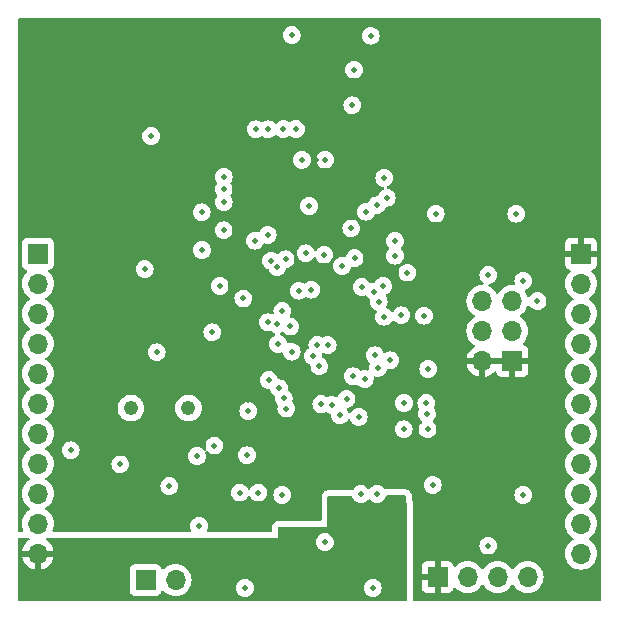
<source format=gbr>
%TF.GenerationSoftware,KiCad,Pcbnew,7.0.6-7.0.6~ubuntu22.04.1*%
%TF.CreationDate,2023-08-04T06:45:17-03:00*%
%TF.ProjectId,RF_Board,52465f42-6f61-4726-942e-6b696361645f,rev?*%
%TF.SameCoordinates,Original*%
%TF.FileFunction,Copper,L3,Inr*%
%TF.FilePolarity,Positive*%
%FSLAX46Y46*%
G04 Gerber Fmt 4.6, Leading zero omitted, Abs format (unit mm)*
G04 Created by KiCad (PCBNEW 7.0.6-7.0.6~ubuntu22.04.1) date 2023-08-04 06:45:17*
%MOMM*%
%LPD*%
G01*
G04 APERTURE LIST*
%TA.AperFunction,ComponentPad*%
%ADD10R,1.700000X1.700000*%
%TD*%
%TA.AperFunction,ComponentPad*%
%ADD11O,1.700000X1.700000*%
%TD*%
%TA.AperFunction,ComponentPad*%
%ADD12C,1.247000*%
%TD*%
%TA.AperFunction,ViaPad*%
%ADD13C,0.500000*%
%TD*%
G04 APERTURE END LIST*
D10*
%TO.N,Net-(J5-Pin_1)*%
%TO.C,J5*%
X184125000Y-94880000D03*
D11*
%TO.N,Net-(J5-Pin_2)*%
X186665000Y-94880000D03*
%TD*%
D10*
%TO.N,+3.3V*%
%TO.C,J7*%
X221000000Y-67270000D03*
D11*
%TO.N,/PA8*%
X221000000Y-69810000D03*
%TO.N,/PB15*%
X221000000Y-72350000D03*
%TO.N,/PB14*%
X221000000Y-74890000D03*
%TO.N,/PB13*%
X221000000Y-77430000D03*
%TO.N,/PB12*%
X221000000Y-79970000D03*
%TO.N,/PB11*%
X221000000Y-82510000D03*
%TO.N,/PB1*%
X221000000Y-85050000D03*
%TO.N,/PB0*%
X221000000Y-87590000D03*
%TO.N,Earth*%
X221000000Y-90130000D03*
X221000000Y-92670000D03*
%TD*%
D10*
%TO.N,+3.3V*%
%TO.C,J4*%
X215175000Y-76355000D03*
D11*
X212635000Y-76355000D03*
%TO.N,/BOOT0*%
X215175000Y-73815000D03*
%TO.N,/BOOT1*%
X212635000Y-73815000D03*
%TO.N,Earth*%
X215175000Y-71275000D03*
X212635000Y-71275000D03*
%TD*%
D10*
%TO.N,+3.3V*%
%TO.C,J3*%
X208850000Y-94640000D03*
D11*
%TO.N,/SWDIO*%
X211390000Y-94640000D03*
%TO.N,/SWCLK*%
X213930000Y-94640000D03*
%TO.N,Earth*%
X216470000Y-94640000D03*
%TD*%
D10*
%TO.N,/PA15*%
%TO.C,J6*%
X175000000Y-67270000D03*
D11*
%TO.N,/PB10*%
X175000000Y-69810000D03*
%TO.N,/PA0*%
X175000000Y-72350000D03*
%TO.N,/PA1*%
X175000000Y-74890000D03*
%TO.N,/PA2*%
X175000000Y-77430000D03*
%TO.N,/PA3*%
X175000000Y-79970000D03*
%TO.N,/NSS*%
X175000000Y-82510000D03*
%TO.N,/PA5*%
X175000000Y-85050000D03*
%TO.N,/MISO*%
X175000000Y-87590000D03*
%TO.N,/MOSI*%
X175000000Y-90130000D03*
%TO.N,VBUS*%
X175000000Y-92670000D03*
%TD*%
D12*
%TO.N,/OSC8_IN*%
%TO.C,Y1*%
X182880000Y-80350000D03*
%TO.N,/OSC8_OUT*%
X187760000Y-80350000D03*
%TD*%
D13*
%TO.N,Earth*%
X217310000Y-71280000D03*
X193680000Y-87490000D03*
X193365500Y-66160000D03*
X190730000Y-61810000D03*
X188900000Y-66960000D03*
X203360000Y-95570000D03*
X194520000Y-56730000D03*
X208690000Y-63870000D03*
X205230000Y-67440000D03*
X197970000Y-63230000D03*
X201790000Y-51680000D03*
X213140000Y-91980000D03*
X193470000Y-56730000D03*
X201630000Y-54710000D03*
X203740000Y-87600000D03*
X205250000Y-66210000D03*
X204340000Y-60850000D03*
X190740000Y-62900000D03*
X192820000Y-80590000D03*
X192090000Y-87490000D03*
X204850000Y-76290000D03*
X202360000Y-87620000D03*
X199320000Y-59300000D03*
X181980000Y-85110000D03*
X208430000Y-86850000D03*
X185060000Y-75610000D03*
X197360000Y-59330000D03*
X192410000Y-71060000D03*
X190730000Y-65290000D03*
X215510000Y-63890000D03*
X192530000Y-95570000D03*
X201550000Y-65130000D03*
X199310000Y-91690000D03*
X194568005Y-77978005D03*
X189770000Y-73920000D03*
X192710000Y-84330000D03*
X203180000Y-48820000D03*
X203550000Y-75870000D03*
X188660000Y-90290000D03*
X213140000Y-69084500D03*
X196500000Y-48760000D03*
X201820000Y-67644500D03*
X177790000Y-83910000D03*
X184600000Y-57310000D03*
X190410000Y-69990000D03*
X195700000Y-87690000D03*
X186140000Y-86950000D03*
X188880000Y-63770000D03*
X196850000Y-56720000D03*
X184050000Y-68570000D03*
X195800000Y-56720000D03*
X190740000Y-60750000D03*
X216110000Y-87700000D03*
%TO.N,+3.3V*%
X193470000Y-59200000D03*
X211130000Y-89030000D03*
X191380000Y-70000000D03*
X191450000Y-73170000D03*
X203990000Y-65460000D03*
X215190000Y-67340000D03*
X210620000Y-64630000D03*
X198584291Y-59300000D03*
X211300000Y-91230000D03*
X192790000Y-79630000D03*
X192100000Y-90200000D03*
X182680000Y-64520000D03*
X204820000Y-74010000D03*
X193250000Y-61820000D03*
X194520000Y-59200000D03*
X203004500Y-67915500D03*
X182010000Y-87610000D03*
X211160000Y-67320000D03*
%TO.N,VBUS*%
X203730000Y-90160000D03*
X203830000Y-93140000D03*
X196700000Y-91300000D03*
%TO.N,/PA0*%
X195440000Y-78660000D03*
%TO.N,/PA1*%
X195830000Y-79520000D03*
%TO.N,/PA2*%
X196040665Y-80376165D03*
%TO.N,/PA3*%
X199000000Y-80010000D03*
%TO.N,/NSS*%
X199900000Y-80070000D03*
X198300000Y-75940000D03*
X204540000Y-62530000D03*
%TO.N,/PA5*%
X200590000Y-80960000D03*
X198849887Y-76810113D03*
X206300000Y-68867000D03*
%TO.N,/MISO*%
X201140000Y-79570000D03*
X198660000Y-75005500D03*
X202790000Y-63710000D03*
%TO.N,/MOSI*%
X202170000Y-81090000D03*
X203680000Y-63180000D03*
X199540000Y-75005500D03*
%TO.N,/PA8*%
X216110000Y-69560000D03*
X202440000Y-70100000D03*
%TO.N,/PA15*%
X194761000Y-67850000D03*
%TO.N,/PB0*%
X201690000Y-77650000D03*
%TO.N,/PB1*%
X202682845Y-77885355D03*
%TO.N,/PB10*%
X205790000Y-72480000D03*
X196378415Y-73431585D03*
X207690000Y-72510000D03*
%TO.N,/DIO3*%
X197080000Y-70400000D03*
X197690000Y-67240000D03*
%TO.N,/DIO5*%
X199250000Y-67340000D03*
X198160000Y-70320000D03*
%TO.N,/NRESET*%
X195275187Y-68390313D03*
X194460000Y-65690000D03*
%TO.N,/PB11*%
X203800000Y-76930000D03*
X208064869Y-77017329D03*
%TO.N,/PB12*%
X204330000Y-72610000D03*
%TO.N,/PB13*%
X203860000Y-71330000D03*
%TO.N,/PB14*%
X203510000Y-70480000D03*
%TO.N,/PB15*%
X204240000Y-70004500D03*
%TO.N,Net-(U1-BOOT0)*%
X195700000Y-72130000D03*
X207960000Y-80800000D03*
%TO.N,Net-(U1-PB2)*%
X207890000Y-79920000D03*
X206010000Y-79910000D03*
%TO.N,Net-(U1-PC13-TAMPER-RTC)*%
X205990000Y-82130000D03*
X196492500Y-75570000D03*
X208000000Y-82140000D03*
X195350000Y-74900000D03*
%TO.N,/SWCLK*%
X195980000Y-67749500D03*
%TO.N,/SWDIO*%
X200770593Y-68310593D03*
%TO.N,/CAN_RX*%
X195240000Y-73260000D03*
X189960000Y-83510000D03*
%TO.N,/CAN_TX*%
X188480000Y-84410000D03*
X194460000Y-73080000D03*
%TD*%
%TA.AperFunction,Conductor*%
%TO.N,VBUS*%
G36*
X206130098Y-87720211D02*
G01*
X206176406Y-87772530D01*
X206187879Y-87816885D01*
X206206352Y-88090890D01*
X206239860Y-88587933D01*
X206240000Y-88592085D01*
X206240000Y-96575500D01*
X206220315Y-96642539D01*
X206167511Y-96688294D01*
X206116000Y-96699500D01*
X173424500Y-96699500D01*
X173357461Y-96679815D01*
X173311706Y-96627011D01*
X173300500Y-96575500D01*
X173300500Y-95777870D01*
X182774500Y-95777870D01*
X182774501Y-95777876D01*
X182780908Y-95837483D01*
X182831202Y-95972328D01*
X182831206Y-95972335D01*
X182917452Y-96087544D01*
X182917455Y-96087547D01*
X183032664Y-96173793D01*
X183032671Y-96173797D01*
X183167517Y-96224091D01*
X183167516Y-96224091D01*
X183174444Y-96224835D01*
X183227127Y-96230500D01*
X185022872Y-96230499D01*
X185082483Y-96224091D01*
X185217331Y-96173796D01*
X185332546Y-96087546D01*
X185418796Y-95972331D01*
X185467810Y-95840916D01*
X185509681Y-95784984D01*
X185575145Y-95760566D01*
X185643418Y-95775417D01*
X185671673Y-95796569D01*
X185793599Y-95918495D01*
X185890384Y-95986264D01*
X185987165Y-96054032D01*
X185987167Y-96054033D01*
X185987170Y-96054035D01*
X186201337Y-96153903D01*
X186201343Y-96153904D01*
X186201344Y-96153905D01*
X186256285Y-96168626D01*
X186429592Y-96215063D01*
X186606034Y-96230500D01*
X186664999Y-96235659D01*
X186665000Y-96235659D01*
X186665001Y-96235659D01*
X186723966Y-96230500D01*
X186900408Y-96215063D01*
X187128663Y-96153903D01*
X187342830Y-96054035D01*
X187536401Y-95918495D01*
X187703495Y-95751401D01*
X187830512Y-95570002D01*
X191774751Y-95570002D01*
X191793685Y-95738056D01*
X191849545Y-95897694D01*
X191849547Y-95897697D01*
X191939518Y-96040884D01*
X191939523Y-96040890D01*
X192059109Y-96160476D01*
X192059115Y-96160481D01*
X192202302Y-96250452D01*
X192202305Y-96250454D01*
X192202309Y-96250455D01*
X192202310Y-96250456D01*
X192274913Y-96275860D01*
X192361943Y-96306314D01*
X192529997Y-96325249D01*
X192530000Y-96325249D01*
X192530003Y-96325249D01*
X192698056Y-96306314D01*
X192698059Y-96306313D01*
X192857690Y-96250456D01*
X192857692Y-96250454D01*
X192857694Y-96250454D01*
X192857697Y-96250452D01*
X193000884Y-96160481D01*
X193000885Y-96160480D01*
X193000890Y-96160477D01*
X193120477Y-96040890D01*
X193120481Y-96040884D01*
X193210452Y-95897697D01*
X193210454Y-95897694D01*
X193210454Y-95897692D01*
X193210456Y-95897690D01*
X193266313Y-95738059D01*
X193266313Y-95738058D01*
X193266314Y-95738056D01*
X193285249Y-95570002D01*
X202604751Y-95570002D01*
X202623685Y-95738056D01*
X202679545Y-95897694D01*
X202679547Y-95897697D01*
X202769518Y-96040884D01*
X202769523Y-96040890D01*
X202889109Y-96160476D01*
X202889115Y-96160481D01*
X203032302Y-96250452D01*
X203032305Y-96250454D01*
X203032309Y-96250455D01*
X203032310Y-96250456D01*
X203104913Y-96275860D01*
X203191943Y-96306314D01*
X203359997Y-96325249D01*
X203360000Y-96325249D01*
X203360003Y-96325249D01*
X203528056Y-96306314D01*
X203528059Y-96306313D01*
X203687690Y-96250456D01*
X203687692Y-96250454D01*
X203687694Y-96250454D01*
X203687697Y-96250452D01*
X203830884Y-96160481D01*
X203830885Y-96160480D01*
X203830890Y-96160477D01*
X203950477Y-96040890D01*
X203950481Y-96040884D01*
X204040452Y-95897697D01*
X204040454Y-95897694D01*
X204040454Y-95897692D01*
X204040456Y-95897690D01*
X204096313Y-95738059D01*
X204096313Y-95738058D01*
X204096314Y-95738056D01*
X204115249Y-95570002D01*
X204115249Y-95569997D01*
X204096314Y-95401943D01*
X204040454Y-95242305D01*
X204040452Y-95242302D01*
X203950481Y-95099115D01*
X203950476Y-95099109D01*
X203830890Y-94979523D01*
X203830884Y-94979518D01*
X203687697Y-94889547D01*
X203687694Y-94889545D01*
X203528056Y-94833685D01*
X203360003Y-94814751D01*
X203359997Y-94814751D01*
X203191943Y-94833685D01*
X203032305Y-94889545D01*
X203032302Y-94889547D01*
X202889115Y-94979518D01*
X202889109Y-94979523D01*
X202769523Y-95099109D01*
X202769518Y-95099115D01*
X202679547Y-95242302D01*
X202679545Y-95242305D01*
X202623685Y-95401943D01*
X202604751Y-95569997D01*
X202604751Y-95570002D01*
X193285249Y-95570002D01*
X193285249Y-95569997D01*
X193266314Y-95401943D01*
X193210454Y-95242305D01*
X193210452Y-95242302D01*
X193120481Y-95099115D01*
X193120476Y-95099109D01*
X193000890Y-94979523D01*
X193000884Y-94979518D01*
X192857697Y-94889547D01*
X192857694Y-94889545D01*
X192698056Y-94833685D01*
X192530003Y-94814751D01*
X192529997Y-94814751D01*
X192361943Y-94833685D01*
X192202305Y-94889545D01*
X192202302Y-94889547D01*
X192059115Y-94979518D01*
X192059109Y-94979523D01*
X191939523Y-95099109D01*
X191939518Y-95099115D01*
X191849547Y-95242302D01*
X191849545Y-95242305D01*
X191793685Y-95401943D01*
X191774751Y-95569997D01*
X191774751Y-95570002D01*
X187830512Y-95570002D01*
X187839035Y-95557830D01*
X187938903Y-95343663D01*
X188000063Y-95115408D01*
X188020659Y-94880000D01*
X188000063Y-94644592D01*
X187938903Y-94416337D01*
X187839035Y-94202171D01*
X187703495Y-94008599D01*
X187703494Y-94008597D01*
X187536402Y-93841506D01*
X187536395Y-93841501D01*
X187342834Y-93705967D01*
X187342830Y-93705965D01*
X187342828Y-93705964D01*
X187128663Y-93606097D01*
X187128659Y-93606096D01*
X187128655Y-93606094D01*
X186900413Y-93544938D01*
X186900403Y-93544936D01*
X186665001Y-93524341D01*
X186664999Y-93524341D01*
X186429596Y-93544936D01*
X186429586Y-93544938D01*
X186201344Y-93606094D01*
X186201335Y-93606098D01*
X185987171Y-93705964D01*
X185987169Y-93705965D01*
X185793600Y-93841503D01*
X185671673Y-93963430D01*
X185610350Y-93996914D01*
X185540658Y-93991930D01*
X185484725Y-93950058D01*
X185467810Y-93919081D01*
X185418797Y-93787671D01*
X185418793Y-93787664D01*
X185332547Y-93672455D01*
X185332544Y-93672452D01*
X185217335Y-93586206D01*
X185217328Y-93586202D01*
X185082482Y-93535908D01*
X185082483Y-93535908D01*
X185022883Y-93529501D01*
X185022881Y-93529500D01*
X185022873Y-93529500D01*
X185022864Y-93529500D01*
X183227129Y-93529500D01*
X183227123Y-93529501D01*
X183167516Y-93535908D01*
X183032671Y-93586202D01*
X183032664Y-93586206D01*
X182917455Y-93672452D01*
X182917452Y-93672455D01*
X182831206Y-93787664D01*
X182831202Y-93787671D01*
X182780908Y-93922517D01*
X182774501Y-93982116D01*
X182774500Y-93982135D01*
X182774500Y-95777870D01*
X173300500Y-95777870D01*
X173300500Y-91444000D01*
X173320185Y-91376961D01*
X173372989Y-91331206D01*
X173424500Y-91320000D01*
X174181069Y-91320000D01*
X174248108Y-91339685D01*
X174293863Y-91392489D01*
X174303807Y-91461647D01*
X174274782Y-91525203D01*
X174252192Y-91545575D01*
X174128927Y-91631886D01*
X174128920Y-91631891D01*
X173961891Y-91798920D01*
X173961886Y-91798926D01*
X173826400Y-91992420D01*
X173826399Y-91992422D01*
X173726570Y-92206507D01*
X173726567Y-92206513D01*
X173669364Y-92419999D01*
X173669364Y-92420000D01*
X174566314Y-92420000D01*
X174540507Y-92460156D01*
X174500000Y-92598111D01*
X174500000Y-92741889D01*
X174540507Y-92879844D01*
X174566314Y-92920000D01*
X173669364Y-92920000D01*
X173726567Y-93133486D01*
X173726570Y-93133492D01*
X173826399Y-93347578D01*
X173961894Y-93541082D01*
X174128917Y-93708105D01*
X174322421Y-93843600D01*
X174536507Y-93943429D01*
X174536516Y-93943433D01*
X174750000Y-94000634D01*
X174750000Y-93105501D01*
X174857685Y-93154680D01*
X174964237Y-93170000D01*
X175035763Y-93170000D01*
X175142315Y-93154680D01*
X175250000Y-93105501D01*
X175250000Y-94000633D01*
X175463483Y-93943433D01*
X175463492Y-93943429D01*
X175677578Y-93843600D01*
X175871082Y-93708105D01*
X176038105Y-93541082D01*
X176173600Y-93347578D01*
X176273429Y-93133492D01*
X176273432Y-93133486D01*
X176330636Y-92920000D01*
X175433686Y-92920000D01*
X175459493Y-92879844D01*
X175500000Y-92741889D01*
X175500000Y-92598111D01*
X175459493Y-92460156D01*
X175433686Y-92420000D01*
X176330636Y-92420000D01*
X176330635Y-92419999D01*
X176273432Y-92206513D01*
X176273429Y-92206507D01*
X176173600Y-91992422D01*
X176173599Y-91992420D01*
X176038113Y-91798926D01*
X176038108Y-91798920D01*
X175929190Y-91690002D01*
X198554751Y-91690002D01*
X198573685Y-91858056D01*
X198629545Y-92017694D01*
X198629547Y-92017697D01*
X198719518Y-92160884D01*
X198719523Y-92160890D01*
X198839109Y-92280476D01*
X198839115Y-92280481D01*
X198982302Y-92370452D01*
X198982305Y-92370454D01*
X198982309Y-92370455D01*
X198982310Y-92370456D01*
X199054913Y-92395860D01*
X199141943Y-92426314D01*
X199309997Y-92445249D01*
X199310000Y-92445249D01*
X199310003Y-92445249D01*
X199478056Y-92426314D01*
X199478059Y-92426313D01*
X199637690Y-92370456D01*
X199637692Y-92370454D01*
X199637694Y-92370454D01*
X199637697Y-92370452D01*
X199780884Y-92280481D01*
X199780885Y-92280480D01*
X199780890Y-92280477D01*
X199900477Y-92160890D01*
X199990452Y-92017697D01*
X199990454Y-92017694D01*
X199990454Y-92017692D01*
X199990456Y-92017690D01*
X200046313Y-91858059D01*
X200046313Y-91858058D01*
X200046314Y-91858056D01*
X200065249Y-91690002D01*
X200065249Y-91689997D01*
X200046314Y-91521943D01*
X200001016Y-91392489D01*
X199990456Y-91362310D01*
X199990455Y-91362309D01*
X199990454Y-91362305D01*
X199990452Y-91362302D01*
X199900481Y-91219115D01*
X199900476Y-91219109D01*
X199780890Y-91099523D01*
X199780884Y-91099518D01*
X199637697Y-91009547D01*
X199637694Y-91009545D01*
X199478056Y-90953685D01*
X199310003Y-90934751D01*
X199309997Y-90934751D01*
X199141943Y-90953685D01*
X198982305Y-91009545D01*
X198982302Y-91009547D01*
X198839115Y-91099518D01*
X198839109Y-91099523D01*
X198719523Y-91219109D01*
X198719518Y-91219115D01*
X198629547Y-91362302D01*
X198629545Y-91362305D01*
X198573685Y-91521943D01*
X198554751Y-91689997D01*
X198554751Y-91690002D01*
X175929190Y-91690002D01*
X175871078Y-91631890D01*
X175747807Y-91545574D01*
X175704182Y-91490997D01*
X175696990Y-91421499D01*
X175728512Y-91359144D01*
X175788742Y-91323731D01*
X175818931Y-91320000D01*
X195320000Y-91320000D01*
X195320000Y-90504295D01*
X195339685Y-90437256D01*
X195392489Y-90391501D01*
X195444293Y-90380295D01*
X199530000Y-90390000D01*
X199530000Y-90389999D01*
X199530000Y-87892701D01*
X199549685Y-87825662D01*
X199602489Y-87779907D01*
X199652692Y-87768708D01*
X201520747Y-87749044D01*
X201587988Y-87768022D01*
X201634296Y-87820341D01*
X201639092Y-87832083D01*
X201679544Y-87947692D01*
X201679547Y-87947697D01*
X201769518Y-88090884D01*
X201769523Y-88090890D01*
X201889109Y-88210476D01*
X201889115Y-88210481D01*
X202032302Y-88300452D01*
X202032305Y-88300454D01*
X202032309Y-88300455D01*
X202032310Y-88300456D01*
X202104913Y-88325860D01*
X202191943Y-88356314D01*
X202359997Y-88375249D01*
X202360000Y-88375249D01*
X202360003Y-88375249D01*
X202528056Y-88356314D01*
X202531100Y-88355249D01*
X202687690Y-88300456D01*
X202687692Y-88300454D01*
X202687694Y-88300454D01*
X202687697Y-88300452D01*
X202830884Y-88210481D01*
X202830885Y-88210480D01*
X202830890Y-88210477D01*
X202950477Y-88090890D01*
X202952271Y-88088033D01*
X202953912Y-88086582D01*
X202954820Y-88085444D01*
X202955019Y-88085602D01*
X203004598Y-88041740D01*
X203073650Y-88031085D01*
X203137502Y-88059453D01*
X203144950Y-88066317D01*
X203269109Y-88190476D01*
X203269115Y-88190481D01*
X203412302Y-88280452D01*
X203412305Y-88280454D01*
X203412309Y-88280455D01*
X203412310Y-88280456D01*
X203440889Y-88290456D01*
X203571943Y-88336314D01*
X203739997Y-88355249D01*
X203740000Y-88355249D01*
X203740003Y-88355249D01*
X203908056Y-88336314D01*
X203908059Y-88336313D01*
X204067690Y-88280456D01*
X204067692Y-88280454D01*
X204067694Y-88280454D01*
X204067697Y-88280452D01*
X204210884Y-88190481D01*
X204210885Y-88190480D01*
X204210890Y-88190477D01*
X204330477Y-88070890D01*
X204330481Y-88070884D01*
X204420452Y-87927697D01*
X204420455Y-87927692D01*
X204432699Y-87892701D01*
X204465182Y-87799869D01*
X204505903Y-87743095D01*
X204570855Y-87717347D01*
X204580907Y-87716832D01*
X206062855Y-87701233D01*
X206130098Y-87720211D01*
G37*
%TD.AperFunction*%
%TD*%
%TA.AperFunction,Conductor*%
%TO.N,+3.3V*%
G36*
X214715507Y-76145156D02*
G01*
X214675000Y-76283111D01*
X214675000Y-76426889D01*
X214715507Y-76564844D01*
X214741314Y-76605000D01*
X213068686Y-76605000D01*
X213094493Y-76564844D01*
X213135000Y-76426889D01*
X213135000Y-76283111D01*
X213094493Y-76145156D01*
X213068686Y-76105000D01*
X214741314Y-76105000D01*
X214715507Y-76145156D01*
G37*
%TD.AperFunction*%
%TA.AperFunction,Conductor*%
G36*
X222642539Y-47320185D02*
G01*
X222688294Y-47372989D01*
X222699500Y-47424500D01*
X222699500Y-96575500D01*
X222679815Y-96642539D01*
X222627011Y-96688294D01*
X222575500Y-96699500D01*
X206869500Y-96699500D01*
X206802461Y-96679815D01*
X206756706Y-96627011D01*
X206745500Y-96575500D01*
X206745500Y-95537844D01*
X207500000Y-95537844D01*
X207506401Y-95597372D01*
X207506403Y-95597379D01*
X207556645Y-95732086D01*
X207556649Y-95732093D01*
X207642809Y-95847187D01*
X207642812Y-95847190D01*
X207757906Y-95933350D01*
X207757913Y-95933354D01*
X207892620Y-95983596D01*
X207892627Y-95983598D01*
X207952155Y-95989999D01*
X207952172Y-95990000D01*
X208600000Y-95990000D01*
X208600000Y-95075501D01*
X208707685Y-95124680D01*
X208814237Y-95140000D01*
X208885763Y-95140000D01*
X208992315Y-95124680D01*
X209100000Y-95075501D01*
X209100000Y-95990000D01*
X209747828Y-95990000D01*
X209747844Y-95989999D01*
X209807372Y-95983598D01*
X209807379Y-95983596D01*
X209942086Y-95933354D01*
X209942093Y-95933350D01*
X210057187Y-95847190D01*
X210057190Y-95847187D01*
X210143350Y-95732093D01*
X210143354Y-95732086D01*
X210192422Y-95600529D01*
X210234293Y-95544595D01*
X210299757Y-95520178D01*
X210368030Y-95535030D01*
X210396285Y-95556181D01*
X210518599Y-95678495D01*
X210595135Y-95732086D01*
X210712165Y-95814032D01*
X210712167Y-95814033D01*
X210712170Y-95814035D01*
X210926337Y-95913903D01*
X211154592Y-95975063D01*
X211325319Y-95990000D01*
X211389999Y-95995659D01*
X211390000Y-95995659D01*
X211390001Y-95995659D01*
X211454681Y-95990000D01*
X211625408Y-95975063D01*
X211853663Y-95913903D01*
X212067830Y-95814035D01*
X212261401Y-95678495D01*
X212428495Y-95511401D01*
X212558424Y-95325842D01*
X212613002Y-95282217D01*
X212682500Y-95275023D01*
X212744855Y-95306546D01*
X212761575Y-95325842D01*
X212891500Y-95511395D01*
X212891505Y-95511401D01*
X213058599Y-95678495D01*
X213135135Y-95732086D01*
X213252165Y-95814032D01*
X213252167Y-95814033D01*
X213252170Y-95814035D01*
X213466337Y-95913903D01*
X213694592Y-95975063D01*
X213865319Y-95990000D01*
X213929999Y-95995659D01*
X213930000Y-95995659D01*
X213930001Y-95995659D01*
X213994681Y-95990000D01*
X214165408Y-95975063D01*
X214393663Y-95913903D01*
X214607830Y-95814035D01*
X214801401Y-95678495D01*
X214968495Y-95511401D01*
X215098424Y-95325842D01*
X215153002Y-95282217D01*
X215222500Y-95275023D01*
X215284855Y-95306546D01*
X215301575Y-95325842D01*
X215431500Y-95511395D01*
X215431505Y-95511401D01*
X215598599Y-95678495D01*
X215675135Y-95732086D01*
X215792165Y-95814032D01*
X215792167Y-95814033D01*
X215792170Y-95814035D01*
X216006337Y-95913903D01*
X216234592Y-95975063D01*
X216405319Y-95990000D01*
X216469999Y-95995659D01*
X216470000Y-95995659D01*
X216470001Y-95995659D01*
X216534681Y-95990000D01*
X216705408Y-95975063D01*
X216933663Y-95913903D01*
X217147830Y-95814035D01*
X217341401Y-95678495D01*
X217508495Y-95511401D01*
X217644035Y-95317830D01*
X217743903Y-95103663D01*
X217805063Y-94875408D01*
X217825659Y-94640000D01*
X217805063Y-94404592D01*
X217743903Y-94176337D01*
X217644035Y-93962171D01*
X217638425Y-93954158D01*
X217508494Y-93768597D01*
X217341402Y-93601506D01*
X217341395Y-93601501D01*
X217147834Y-93465967D01*
X217147830Y-93465965D01*
X217076727Y-93432809D01*
X216933663Y-93366097D01*
X216933659Y-93366096D01*
X216933655Y-93366094D01*
X216705413Y-93304938D01*
X216705403Y-93304936D01*
X216470001Y-93284341D01*
X216469999Y-93284341D01*
X216234596Y-93304936D01*
X216234586Y-93304938D01*
X216006344Y-93366094D01*
X216006335Y-93366098D01*
X215792171Y-93465964D01*
X215792169Y-93465965D01*
X215598597Y-93601505D01*
X215431505Y-93768597D01*
X215301575Y-93954158D01*
X215246998Y-93997783D01*
X215177500Y-94004977D01*
X215115145Y-93973454D01*
X215098425Y-93954158D01*
X214968494Y-93768597D01*
X214801402Y-93601506D01*
X214801395Y-93601501D01*
X214607834Y-93465967D01*
X214607830Y-93465965D01*
X214536727Y-93432809D01*
X214393663Y-93366097D01*
X214393659Y-93366096D01*
X214393655Y-93366094D01*
X214165413Y-93304938D01*
X214165403Y-93304936D01*
X213930001Y-93284341D01*
X213929999Y-93284341D01*
X213694596Y-93304936D01*
X213694586Y-93304938D01*
X213466344Y-93366094D01*
X213466335Y-93366098D01*
X213252171Y-93465964D01*
X213252169Y-93465965D01*
X213058597Y-93601505D01*
X212891505Y-93768597D01*
X212761575Y-93954158D01*
X212706998Y-93997783D01*
X212637500Y-94004977D01*
X212575145Y-93973454D01*
X212558425Y-93954158D01*
X212428494Y-93768597D01*
X212261402Y-93601506D01*
X212261395Y-93601501D01*
X212067834Y-93465967D01*
X212067830Y-93465965D01*
X211996727Y-93432809D01*
X211853663Y-93366097D01*
X211853659Y-93366096D01*
X211853655Y-93366094D01*
X211625413Y-93304938D01*
X211625403Y-93304936D01*
X211390001Y-93284341D01*
X211389999Y-93284341D01*
X211154596Y-93304936D01*
X211154586Y-93304938D01*
X210926344Y-93366094D01*
X210926335Y-93366098D01*
X210712171Y-93465964D01*
X210712169Y-93465965D01*
X210518600Y-93601503D01*
X210396284Y-93723819D01*
X210334961Y-93757303D01*
X210265269Y-93752319D01*
X210209336Y-93710447D01*
X210192421Y-93679470D01*
X210143354Y-93547913D01*
X210143350Y-93547906D01*
X210057190Y-93432812D01*
X210057187Y-93432809D01*
X209942093Y-93346649D01*
X209942086Y-93346645D01*
X209807379Y-93296403D01*
X209807372Y-93296401D01*
X209747844Y-93290000D01*
X209100000Y-93290000D01*
X209100000Y-94204498D01*
X208992315Y-94155320D01*
X208885763Y-94140000D01*
X208814237Y-94140000D01*
X208707685Y-94155320D01*
X208600000Y-94204498D01*
X208600000Y-93290000D01*
X207952155Y-93290000D01*
X207892627Y-93296401D01*
X207892620Y-93296403D01*
X207757913Y-93346645D01*
X207757906Y-93346649D01*
X207642812Y-93432809D01*
X207642809Y-93432812D01*
X207556649Y-93547906D01*
X207556645Y-93547913D01*
X207506403Y-93682620D01*
X207506401Y-93682627D01*
X207500000Y-93742155D01*
X207500000Y-94390000D01*
X208416314Y-94390000D01*
X208390507Y-94430156D01*
X208350000Y-94568111D01*
X208350000Y-94711889D01*
X208390507Y-94849844D01*
X208416314Y-94890000D01*
X207500000Y-94890000D01*
X207500000Y-95537844D01*
X206745500Y-95537844D01*
X206745500Y-91980002D01*
X212384751Y-91980002D01*
X212403685Y-92148056D01*
X212459545Y-92307694D01*
X212459547Y-92307697D01*
X212549518Y-92450884D01*
X212549523Y-92450890D01*
X212669109Y-92570476D01*
X212669115Y-92570481D01*
X212812302Y-92660452D01*
X212812305Y-92660454D01*
X212812309Y-92660455D01*
X212812310Y-92660456D01*
X212884913Y-92685860D01*
X212971943Y-92716314D01*
X213139997Y-92735249D01*
X213140000Y-92735249D01*
X213140003Y-92735249D01*
X213308056Y-92716314D01*
X213308059Y-92716313D01*
X213440415Y-92670000D01*
X219644341Y-92670000D01*
X219664936Y-92905403D01*
X219664938Y-92905413D01*
X219726094Y-93133655D01*
X219726096Y-93133659D01*
X219726097Y-93133663D01*
X219796360Y-93284341D01*
X219825965Y-93347830D01*
X219825967Y-93347834D01*
X219838756Y-93366098D01*
X219961505Y-93541401D01*
X220128599Y-93708495D01*
X220214436Y-93768599D01*
X220322165Y-93844032D01*
X220322167Y-93844033D01*
X220322170Y-93844035D01*
X220536337Y-93943903D01*
X220764592Y-94005063D01*
X220952918Y-94021539D01*
X220999999Y-94025659D01*
X221000000Y-94025659D01*
X221000001Y-94025659D01*
X221039234Y-94022226D01*
X221235408Y-94005063D01*
X221463663Y-93943903D01*
X221677830Y-93844035D01*
X221871401Y-93708495D01*
X222038495Y-93541401D01*
X222174035Y-93347830D01*
X222273903Y-93133663D01*
X222335063Y-92905408D01*
X222355659Y-92670000D01*
X222335063Y-92434592D01*
X222273903Y-92206337D01*
X222174035Y-91992171D01*
X222165515Y-91980002D01*
X222038494Y-91798597D01*
X221871402Y-91631506D01*
X221871396Y-91631501D01*
X221685842Y-91501575D01*
X221642217Y-91446998D01*
X221635023Y-91377500D01*
X221666546Y-91315145D01*
X221685842Y-91298425D01*
X221764016Y-91243687D01*
X221871401Y-91168495D01*
X222038495Y-91001401D01*
X222174035Y-90807830D01*
X222273903Y-90593663D01*
X222335063Y-90365408D01*
X222355659Y-90130000D01*
X222335063Y-89894592D01*
X222273903Y-89666337D01*
X222174035Y-89452171D01*
X222038495Y-89258599D01*
X222038494Y-89258597D01*
X221871402Y-89091506D01*
X221871401Y-89091505D01*
X221685842Y-88961575D01*
X221685841Y-88961574D01*
X221642216Y-88906997D01*
X221635024Y-88837498D01*
X221666546Y-88775144D01*
X221685836Y-88758428D01*
X221871401Y-88628495D01*
X222038495Y-88461401D01*
X222174035Y-88267830D01*
X222273903Y-88053663D01*
X222335063Y-87825408D01*
X222355659Y-87590000D01*
X222355336Y-87586313D01*
X222338850Y-87397876D01*
X222335063Y-87354592D01*
X222283542Y-87162310D01*
X222273905Y-87126344D01*
X222273904Y-87126343D01*
X222273903Y-87126337D01*
X222174035Y-86912171D01*
X222165176Y-86899518D01*
X222038494Y-86718597D01*
X221871402Y-86551506D01*
X221871396Y-86551501D01*
X221685842Y-86421575D01*
X221642217Y-86366998D01*
X221635023Y-86297500D01*
X221666546Y-86235145D01*
X221685842Y-86218425D01*
X221835423Y-86113687D01*
X221871401Y-86088495D01*
X222038495Y-85921401D01*
X222174035Y-85727830D01*
X222273903Y-85513663D01*
X222335063Y-85285408D01*
X222355659Y-85050000D01*
X222335063Y-84814592D01*
X222273903Y-84586337D01*
X222174035Y-84372171D01*
X222161838Y-84354751D01*
X222038494Y-84178597D01*
X221871402Y-84011506D01*
X221871401Y-84011505D01*
X221685842Y-83881575D01*
X221685841Y-83881574D01*
X221642216Y-83826997D01*
X221635024Y-83757498D01*
X221666546Y-83695144D01*
X221685836Y-83678428D01*
X221871401Y-83548495D01*
X222038495Y-83381401D01*
X222174035Y-83187830D01*
X222273903Y-82973663D01*
X222335063Y-82745408D01*
X222355659Y-82510000D01*
X222335063Y-82274592D01*
X222273903Y-82046337D01*
X222174035Y-81832171D01*
X222169934Y-81826313D01*
X222038494Y-81638597D01*
X221871402Y-81471506D01*
X221871396Y-81471501D01*
X221685842Y-81341575D01*
X221642217Y-81286998D01*
X221635023Y-81217500D01*
X221666546Y-81155145D01*
X221685842Y-81138425D01*
X221796573Y-81060890D01*
X221871401Y-81008495D01*
X222038495Y-80841401D01*
X222174035Y-80647830D01*
X222273903Y-80433663D01*
X222335063Y-80205408D01*
X222355659Y-79970000D01*
X222335063Y-79734592D01*
X222282684Y-79539109D01*
X222273905Y-79506344D01*
X222273904Y-79506343D01*
X222273903Y-79506337D01*
X222174035Y-79292171D01*
X222171699Y-79288834D01*
X222038494Y-79098597D01*
X221871402Y-78931506D01*
X221871401Y-78931505D01*
X221723665Y-78828059D01*
X221685841Y-78801574D01*
X221642216Y-78746997D01*
X221635024Y-78677498D01*
X221666546Y-78615144D01*
X221685836Y-78598428D01*
X221871401Y-78468495D01*
X222038495Y-78301401D01*
X222174035Y-78107830D01*
X222273903Y-77893663D01*
X222335063Y-77665408D01*
X222355659Y-77430000D01*
X222335063Y-77194592D01*
X222273903Y-76966337D01*
X222174035Y-76752171D01*
X222130247Y-76689634D01*
X222038494Y-76558597D01*
X221871402Y-76391506D01*
X221871396Y-76391501D01*
X221685842Y-76261575D01*
X221642217Y-76206998D01*
X221635023Y-76137500D01*
X221666546Y-76075145D01*
X221685842Y-76058425D01*
X221823115Y-75962305D01*
X221871401Y-75928495D01*
X222038495Y-75761401D01*
X222174035Y-75567830D01*
X222273903Y-75353663D01*
X222335063Y-75125408D01*
X222355659Y-74890000D01*
X222353226Y-74862197D01*
X222337846Y-74686401D01*
X222335063Y-74654592D01*
X222273903Y-74426337D01*
X222174035Y-74212171D01*
X222140087Y-74163687D01*
X222038494Y-74018597D01*
X221871402Y-73851506D01*
X221871401Y-73851505D01*
X221685842Y-73721575D01*
X221685841Y-73721574D01*
X221642216Y-73666997D01*
X221635024Y-73597498D01*
X221666546Y-73535144D01*
X221685836Y-73518428D01*
X221871401Y-73388495D01*
X222038495Y-73221401D01*
X222174035Y-73027830D01*
X222273903Y-72813663D01*
X222335063Y-72585408D01*
X222355659Y-72350000D01*
X222355106Y-72343685D01*
X222343932Y-72215962D01*
X222335063Y-72114592D01*
X222273903Y-71886337D01*
X222174035Y-71672171D01*
X222164894Y-71659115D01*
X222038494Y-71478597D01*
X221871402Y-71311506D01*
X221871396Y-71311501D01*
X221685842Y-71181575D01*
X221642217Y-71126998D01*
X221635023Y-71057500D01*
X221666546Y-70995145D01*
X221685842Y-70978425D01*
X221739830Y-70940622D01*
X221871401Y-70848495D01*
X222038495Y-70681401D01*
X222174035Y-70487830D01*
X222273903Y-70273663D01*
X222335063Y-70045408D01*
X222355659Y-69810000D01*
X222335063Y-69574592D01*
X222273903Y-69346337D01*
X222174035Y-69132171D01*
X222170152Y-69126626D01*
X222038496Y-68938600D01*
X221979440Y-68879544D01*
X221916179Y-68816283D01*
X221882696Y-68754963D01*
X221887680Y-68685271D01*
X221929551Y-68629337D01*
X221960529Y-68612422D01*
X222092086Y-68563354D01*
X222092093Y-68563350D01*
X222207187Y-68477190D01*
X222207190Y-68477187D01*
X222293350Y-68362093D01*
X222293354Y-68362086D01*
X222343596Y-68227379D01*
X222343598Y-68227372D01*
X222349999Y-68167844D01*
X222350000Y-68167827D01*
X222350000Y-67520000D01*
X221433686Y-67520000D01*
X221459493Y-67479844D01*
X221500000Y-67341889D01*
X221500000Y-67198111D01*
X221459493Y-67060156D01*
X221433686Y-67020000D01*
X222350000Y-67020000D01*
X222350000Y-66372172D01*
X222349999Y-66372155D01*
X222343598Y-66312627D01*
X222343596Y-66312620D01*
X222293354Y-66177913D01*
X222293350Y-66177906D01*
X222207190Y-66062812D01*
X222207187Y-66062809D01*
X222092093Y-65976649D01*
X222092086Y-65976645D01*
X221957379Y-65926403D01*
X221957372Y-65926401D01*
X221897844Y-65920000D01*
X221250000Y-65920000D01*
X221250000Y-66834498D01*
X221142315Y-66785320D01*
X221035763Y-66770000D01*
X220964237Y-66770000D01*
X220857685Y-66785320D01*
X220750000Y-66834498D01*
X220750000Y-65920000D01*
X220102155Y-65920000D01*
X220042627Y-65926401D01*
X220042620Y-65926403D01*
X219907913Y-65976645D01*
X219907906Y-65976649D01*
X219792812Y-66062809D01*
X219792809Y-66062812D01*
X219706649Y-66177906D01*
X219706645Y-66177913D01*
X219656403Y-66312620D01*
X219656401Y-66312627D01*
X219650000Y-66372155D01*
X219650000Y-67020000D01*
X220566314Y-67020000D01*
X220540507Y-67060156D01*
X220500000Y-67198111D01*
X220500000Y-67341889D01*
X220540507Y-67479844D01*
X220566314Y-67520000D01*
X219650000Y-67520000D01*
X219650000Y-68167844D01*
X219656401Y-68227372D01*
X219656403Y-68227379D01*
X219706645Y-68362086D01*
X219706649Y-68362093D01*
X219792809Y-68477187D01*
X219792812Y-68477190D01*
X219907906Y-68563350D01*
X219907913Y-68563354D01*
X220039470Y-68612421D01*
X220095403Y-68654292D01*
X220119821Y-68719756D01*
X220104970Y-68788029D01*
X220083819Y-68816284D01*
X219961503Y-68938600D01*
X219825965Y-69132169D01*
X219825964Y-69132171D01*
X219726098Y-69346335D01*
X219726094Y-69346344D01*
X219664938Y-69574586D01*
X219664936Y-69574596D01*
X219644341Y-69809999D01*
X219644341Y-69810000D01*
X219664936Y-70045403D01*
X219664938Y-70045413D01*
X219726094Y-70273655D01*
X219726096Y-70273659D01*
X219726097Y-70273663D01*
X219813400Y-70460884D01*
X219825965Y-70487830D01*
X219825967Y-70487834D01*
X219900990Y-70594977D01*
X219953838Y-70670452D01*
X219961501Y-70681395D01*
X219961506Y-70681402D01*
X220128597Y-70848493D01*
X220128603Y-70848498D01*
X220314158Y-70978425D01*
X220357783Y-71033002D01*
X220364977Y-71102500D01*
X220333454Y-71164855D01*
X220314158Y-71181575D01*
X220128597Y-71311505D01*
X219961505Y-71478597D01*
X219825965Y-71672169D01*
X219825964Y-71672171D01*
X219726098Y-71886335D01*
X219726094Y-71886344D01*
X219664938Y-72114586D01*
X219664936Y-72114596D01*
X219644341Y-72349999D01*
X219644341Y-72350000D01*
X219664936Y-72585403D01*
X219664938Y-72585413D01*
X219726094Y-72813655D01*
X219726096Y-72813659D01*
X219726097Y-72813663D01*
X219825964Y-73027829D01*
X219825965Y-73027830D01*
X219825967Y-73027834D01*
X219902525Y-73137169D01*
X219957942Y-73216313D01*
X219961501Y-73221395D01*
X219961506Y-73221402D01*
X220128597Y-73388493D01*
X220128603Y-73388498D01*
X220314158Y-73518425D01*
X220357783Y-73573002D01*
X220364977Y-73642500D01*
X220333454Y-73704855D01*
X220314158Y-73721575D01*
X220128597Y-73851505D01*
X219961505Y-74018597D01*
X219825965Y-74212169D01*
X219825964Y-74212171D01*
X219726098Y-74426335D01*
X219726094Y-74426344D01*
X219664938Y-74654586D01*
X219664936Y-74654596D01*
X219644341Y-74889999D01*
X219644341Y-74890000D01*
X219664936Y-75125403D01*
X219664938Y-75125413D01*
X219726094Y-75353655D01*
X219726096Y-75353659D01*
X219726097Y-75353663D01*
X219814063Y-75542307D01*
X219825965Y-75567830D01*
X219825967Y-75567834D01*
X219919871Y-75701941D01*
X219961048Y-75760749D01*
X219961501Y-75761395D01*
X219961506Y-75761402D01*
X220128597Y-75928493D01*
X220128603Y-75928498D01*
X220314158Y-76058425D01*
X220357783Y-76113002D01*
X220364977Y-76182500D01*
X220333454Y-76244855D01*
X220314158Y-76261575D01*
X220128597Y-76391505D01*
X219961505Y-76558597D01*
X219825965Y-76752169D01*
X219825964Y-76752171D01*
X219726098Y-76966335D01*
X219726094Y-76966344D01*
X219664938Y-77194586D01*
X219664936Y-77194596D01*
X219644341Y-77429999D01*
X219644341Y-77430000D01*
X219664936Y-77665403D01*
X219664938Y-77665413D01*
X219726094Y-77893655D01*
X219726096Y-77893659D01*
X219726097Y-77893663D01*
X219800589Y-78053411D01*
X219825965Y-78107830D01*
X219825967Y-78107834D01*
X219961501Y-78301395D01*
X219961506Y-78301402D01*
X220128597Y-78468493D01*
X220128603Y-78468498D01*
X220314158Y-78598425D01*
X220357783Y-78653002D01*
X220364977Y-78722500D01*
X220333454Y-78784855D01*
X220314158Y-78801575D01*
X220128597Y-78931505D01*
X219961505Y-79098597D01*
X219825965Y-79292169D01*
X219825964Y-79292171D01*
X219752780Y-79449115D01*
X219728520Y-79501142D01*
X219726098Y-79506335D01*
X219726094Y-79506344D01*
X219664938Y-79734586D01*
X219664936Y-79734596D01*
X219644341Y-79969999D01*
X219644341Y-79970000D01*
X219664936Y-80205403D01*
X219664938Y-80205413D01*
X219726094Y-80433655D01*
X219726096Y-80433659D01*
X219726097Y-80433663D01*
X219803884Y-80600477D01*
X219825965Y-80647830D01*
X219825967Y-80647834D01*
X219961501Y-80841395D01*
X219961506Y-80841402D01*
X220128597Y-81008493D01*
X220128603Y-81008498D01*
X220314158Y-81138425D01*
X220357783Y-81193002D01*
X220364977Y-81262500D01*
X220333454Y-81324855D01*
X220314158Y-81341575D01*
X220128597Y-81471505D01*
X219961505Y-81638597D01*
X219825965Y-81832169D01*
X219825964Y-81832171D01*
X219726098Y-82046335D01*
X219726094Y-82046344D01*
X219664938Y-82274586D01*
X219664936Y-82274596D01*
X219644341Y-82509999D01*
X219644341Y-82510000D01*
X219664936Y-82745403D01*
X219664938Y-82745413D01*
X219726094Y-82973655D01*
X219726096Y-82973659D01*
X219726097Y-82973663D01*
X219756615Y-83039109D01*
X219825965Y-83187830D01*
X219825967Y-83187834D01*
X219961501Y-83381395D01*
X219961506Y-83381402D01*
X220128597Y-83548493D01*
X220128603Y-83548498D01*
X220314158Y-83678425D01*
X220357783Y-83733002D01*
X220364977Y-83802500D01*
X220333454Y-83864855D01*
X220314158Y-83881575D01*
X220128597Y-84011505D01*
X219961505Y-84178597D01*
X219825965Y-84372169D01*
X219825964Y-84372171D01*
X219726098Y-84586335D01*
X219726094Y-84586344D01*
X219664938Y-84814586D01*
X219664936Y-84814596D01*
X219644341Y-85049999D01*
X219644341Y-85050000D01*
X219664936Y-85285403D01*
X219664938Y-85285413D01*
X219726094Y-85513655D01*
X219726096Y-85513659D01*
X219726097Y-85513663D01*
X219757443Y-85580884D01*
X219825965Y-85727830D01*
X219825967Y-85727834D01*
X219961501Y-85921395D01*
X219961506Y-85921402D01*
X220128597Y-86088493D01*
X220128603Y-86088498D01*
X220314158Y-86218425D01*
X220357783Y-86273002D01*
X220364977Y-86342500D01*
X220333454Y-86404855D01*
X220314158Y-86421575D01*
X220128597Y-86551505D01*
X219961505Y-86718597D01*
X219825965Y-86912169D01*
X219825964Y-86912171D01*
X219726098Y-87126335D01*
X219726094Y-87126344D01*
X219664938Y-87354586D01*
X219664936Y-87354596D01*
X219644341Y-87589999D01*
X219644341Y-87590000D01*
X219664936Y-87825403D01*
X219664938Y-87825413D01*
X219726094Y-88053655D01*
X219726096Y-88053659D01*
X219726097Y-88053663D01*
X219776095Y-88160884D01*
X219825965Y-88267830D01*
X219825967Y-88267834D01*
X219961501Y-88461395D01*
X219961506Y-88461402D01*
X220128597Y-88628493D01*
X220128603Y-88628498D01*
X220314158Y-88758425D01*
X220357783Y-88813002D01*
X220364977Y-88882500D01*
X220333454Y-88944855D01*
X220314158Y-88961575D01*
X220128597Y-89091505D01*
X219961505Y-89258597D01*
X219825965Y-89452169D01*
X219825964Y-89452171D01*
X219726098Y-89666335D01*
X219726094Y-89666344D01*
X219664938Y-89894586D01*
X219664936Y-89894596D01*
X219644341Y-90129999D01*
X219644341Y-90130000D01*
X219664936Y-90365403D01*
X219664938Y-90365413D01*
X219726094Y-90593655D01*
X219726096Y-90593659D01*
X219726097Y-90593663D01*
X219808771Y-90770957D01*
X219825965Y-90807830D01*
X219825967Y-90807834D01*
X219961501Y-91001395D01*
X219961506Y-91001402D01*
X220128597Y-91168493D01*
X220128603Y-91168498D01*
X220314158Y-91298425D01*
X220357783Y-91353002D01*
X220364977Y-91422500D01*
X220333454Y-91484855D01*
X220314158Y-91501575D01*
X220128597Y-91631505D01*
X219961505Y-91798597D01*
X219825965Y-91992169D01*
X219825964Y-91992171D01*
X219726098Y-92206335D01*
X219726094Y-92206344D01*
X219664938Y-92434586D01*
X219664936Y-92434596D01*
X219644341Y-92669999D01*
X219644341Y-92670000D01*
X213440415Y-92670000D01*
X213467690Y-92660456D01*
X213467692Y-92660454D01*
X213467694Y-92660454D01*
X213467697Y-92660452D01*
X213610884Y-92570481D01*
X213610885Y-92570480D01*
X213610890Y-92570477D01*
X213730477Y-92450890D01*
X213730481Y-92450884D01*
X213820452Y-92307697D01*
X213820454Y-92307694D01*
X213820454Y-92307692D01*
X213820456Y-92307690D01*
X213876313Y-92148059D01*
X213876313Y-92148058D01*
X213876314Y-92148056D01*
X213895249Y-91980002D01*
X213895249Y-91979997D01*
X213876314Y-91811943D01*
X213820454Y-91652305D01*
X213820452Y-91652302D01*
X213730481Y-91509115D01*
X213730476Y-91509109D01*
X213610890Y-91389523D01*
X213610884Y-91389518D01*
X213467697Y-91299547D01*
X213467694Y-91299545D01*
X213308056Y-91243685D01*
X213140003Y-91224751D01*
X213139997Y-91224751D01*
X212971943Y-91243685D01*
X212812305Y-91299545D01*
X212812302Y-91299547D01*
X212669115Y-91389518D01*
X212669109Y-91389523D01*
X212549523Y-91509109D01*
X212549518Y-91509115D01*
X212459547Y-91652302D01*
X212459545Y-91652305D01*
X212403685Y-91811943D01*
X212384751Y-91979997D01*
X212384751Y-91980002D01*
X206745500Y-91980002D01*
X206745500Y-88583566D01*
X206744787Y-88562408D01*
X206744787Y-88562407D01*
X206692234Y-87782883D01*
X206678840Y-87700002D01*
X215354751Y-87700002D01*
X215373685Y-87868056D01*
X215429545Y-88027694D01*
X215429547Y-88027697D01*
X215519518Y-88170884D01*
X215519523Y-88170890D01*
X215639109Y-88290476D01*
X215639115Y-88290481D01*
X215782302Y-88380452D01*
X215782305Y-88380454D01*
X215782309Y-88380455D01*
X215782310Y-88380456D01*
X215854913Y-88405860D01*
X215941943Y-88436314D01*
X216109997Y-88455249D01*
X216110000Y-88455249D01*
X216110003Y-88455249D01*
X216278056Y-88436314D01*
X216278059Y-88436313D01*
X216437690Y-88380456D01*
X216437692Y-88380454D01*
X216437694Y-88380454D01*
X216437697Y-88380452D01*
X216580884Y-88290481D01*
X216580885Y-88290480D01*
X216580890Y-88290477D01*
X216700477Y-88170890D01*
X216700752Y-88170452D01*
X216790452Y-88027697D01*
X216790454Y-88027694D01*
X216790454Y-88027692D01*
X216790456Y-88027690D01*
X216846313Y-87868059D01*
X216846313Y-87868058D01*
X216846314Y-87868056D01*
X216865249Y-87700002D01*
X216865249Y-87699997D01*
X216846314Y-87531943D01*
X216794958Y-87385177D01*
X216790456Y-87372310D01*
X216790455Y-87372309D01*
X216790454Y-87372305D01*
X216790452Y-87372302D01*
X216700481Y-87229115D01*
X216700476Y-87229109D01*
X216580890Y-87109523D01*
X216580884Y-87109518D01*
X216437697Y-87019547D01*
X216437694Y-87019545D01*
X216278056Y-86963685D01*
X216110003Y-86944751D01*
X216109997Y-86944751D01*
X215941943Y-86963685D01*
X215782305Y-87019545D01*
X215782302Y-87019547D01*
X215639115Y-87109518D01*
X215639109Y-87109523D01*
X215519523Y-87229109D01*
X215519518Y-87229115D01*
X215429547Y-87372302D01*
X215429545Y-87372305D01*
X215373685Y-87531943D01*
X215354751Y-87699997D01*
X215354751Y-87700002D01*
X206678840Y-87700002D01*
X206677272Y-87690297D01*
X206668933Y-87658059D01*
X206665801Y-87645948D01*
X206660215Y-87630454D01*
X206633989Y-87557708D01*
X206554931Y-87437494D01*
X206554929Y-87437492D01*
X206554928Y-87437490D01*
X206519868Y-87397880D01*
X206508623Y-87385175D01*
X206398902Y-87292105D01*
X206361139Y-87275337D01*
X206267407Y-87233717D01*
X206267405Y-87233716D01*
X206267402Y-87233715D01*
X206267395Y-87233713D01*
X206267392Y-87233712D01*
X206200160Y-87214737D01*
X206196387Y-87214215D01*
X206196084Y-87214195D01*
X206194430Y-87213975D01*
X206172120Y-87211006D01*
X206057528Y-87195760D01*
X204579938Y-87211314D01*
X204565308Y-87211468D01*
X204544990Y-87212509D01*
X204524514Y-87213975D01*
X204524502Y-87213976D01*
X204488674Y-87222540D01*
X204418895Y-87218979D01*
X204362119Y-87178257D01*
X204354856Y-87167909D01*
X204350223Y-87160535D01*
X204330477Y-87129110D01*
X204210890Y-87009523D01*
X204210884Y-87009518D01*
X204067697Y-86919547D01*
X204067694Y-86919545D01*
X203908056Y-86863685D01*
X203786609Y-86850002D01*
X207674751Y-86850002D01*
X207693685Y-87018056D01*
X207749545Y-87177694D01*
X207749547Y-87177697D01*
X207839518Y-87320884D01*
X207839523Y-87320890D01*
X207959109Y-87440476D01*
X207959115Y-87440481D01*
X208102302Y-87530452D01*
X208102305Y-87530454D01*
X208102309Y-87530455D01*
X208102310Y-87530456D01*
X208106560Y-87531943D01*
X208261943Y-87586314D01*
X208429997Y-87605249D01*
X208430000Y-87605249D01*
X208430003Y-87605249D01*
X208598056Y-87586314D01*
X208598059Y-87586313D01*
X208757690Y-87530456D01*
X208757692Y-87530454D01*
X208757694Y-87530454D01*
X208757697Y-87530452D01*
X208900884Y-87440481D01*
X208900885Y-87440480D01*
X208900890Y-87440477D01*
X209020477Y-87320890D01*
X209020981Y-87320088D01*
X209110452Y-87177697D01*
X209110454Y-87177694D01*
X209110454Y-87177692D01*
X209110456Y-87177690D01*
X209166313Y-87018059D01*
X209166313Y-87018058D01*
X209166314Y-87018056D01*
X209185249Y-86850002D01*
X209185249Y-86849997D01*
X209166314Y-86681943D01*
X209110454Y-86522305D01*
X209110452Y-86522302D01*
X209020481Y-86379115D01*
X209020476Y-86379109D01*
X208900890Y-86259523D01*
X208900884Y-86259518D01*
X208757697Y-86169547D01*
X208757694Y-86169545D01*
X208598056Y-86113685D01*
X208430003Y-86094751D01*
X208429997Y-86094751D01*
X208261943Y-86113685D01*
X208102305Y-86169545D01*
X208102302Y-86169547D01*
X207959115Y-86259518D01*
X207959109Y-86259523D01*
X207839523Y-86379109D01*
X207839518Y-86379115D01*
X207749547Y-86522302D01*
X207749545Y-86522305D01*
X207693685Y-86681943D01*
X207674751Y-86849997D01*
X207674751Y-86850002D01*
X203786609Y-86850002D01*
X203740003Y-86844751D01*
X203739997Y-86844751D01*
X203571943Y-86863685D01*
X203412305Y-86919545D01*
X203412302Y-86919547D01*
X203269115Y-87009518D01*
X203269109Y-87009523D01*
X203149523Y-87129109D01*
X203149522Y-87129111D01*
X203147722Y-87131976D01*
X203146077Y-87133430D01*
X203145180Y-87134556D01*
X203144982Y-87134398D01*
X203095386Y-87178266D01*
X203026332Y-87188912D01*
X202962485Y-87160535D01*
X202955049Y-87153682D01*
X202830890Y-87029523D01*
X202830884Y-87029518D01*
X202687697Y-86939547D01*
X202687694Y-86939545D01*
X202528056Y-86883685D01*
X202360003Y-86864751D01*
X202359997Y-86864751D01*
X202191943Y-86883685D01*
X202032305Y-86939545D01*
X202032302Y-86939547D01*
X201889115Y-87029518D01*
X201889109Y-87029523D01*
X201769522Y-87149110D01*
X201737526Y-87200032D01*
X201685191Y-87246323D01*
X201616178Y-87256977D01*
X201515420Y-87243571D01*
X199647370Y-87263235D01*
X199542630Y-87275335D01*
X199542621Y-87275337D01*
X199492427Y-87286534D01*
X199392495Y-87320088D01*
X199271462Y-87397871D01*
X199271451Y-87397880D01*
X199218659Y-87443624D01*
X199124433Y-87552365D01*
X199124430Y-87552369D01*
X199064664Y-87683235D01*
X199044978Y-87750276D01*
X199044976Y-87750281D01*
X199024500Y-87892702D01*
X199024500Y-89759000D01*
X199004815Y-89826039D01*
X198952011Y-89871794D01*
X198900206Y-89883000D01*
X195445495Y-89874795D01*
X195337422Y-89886221D01*
X195337414Y-89886222D01*
X195285609Y-89897428D01*
X195182495Y-89931682D01*
X195182493Y-89931683D01*
X195061462Y-90009465D01*
X195061451Y-90009474D01*
X195008659Y-90055218D01*
X194914433Y-90163959D01*
X194914430Y-90163963D01*
X194854664Y-90294829D01*
X194834978Y-90361870D01*
X194834976Y-90361875D01*
X194814500Y-90504296D01*
X194814500Y-90690500D01*
X194794815Y-90757539D01*
X194742011Y-90803294D01*
X194690500Y-90814500D01*
X189441154Y-90814500D01*
X189374115Y-90794815D01*
X189328360Y-90742011D01*
X189318416Y-90672853D01*
X189336159Y-90624530D01*
X189340454Y-90617693D01*
X189340453Y-90617693D01*
X189340456Y-90617690D01*
X189396313Y-90458059D01*
X189396313Y-90458058D01*
X189396314Y-90458056D01*
X189415249Y-90290002D01*
X189415249Y-90289997D01*
X189396314Y-90121943D01*
X189340454Y-89962305D01*
X189340452Y-89962302D01*
X189250481Y-89819115D01*
X189250476Y-89819109D01*
X189130890Y-89699523D01*
X189130884Y-89699518D01*
X188987697Y-89609547D01*
X188987694Y-89609545D01*
X188828056Y-89553685D01*
X188660003Y-89534751D01*
X188659997Y-89534751D01*
X188491943Y-89553685D01*
X188332305Y-89609545D01*
X188332302Y-89609547D01*
X188189115Y-89699518D01*
X188189109Y-89699523D01*
X188069523Y-89819109D01*
X188069518Y-89819115D01*
X187979547Y-89962302D01*
X187979545Y-89962305D01*
X187923685Y-90121943D01*
X187904751Y-90289997D01*
X187904751Y-90290002D01*
X187923685Y-90458056D01*
X187979545Y-90617693D01*
X187983841Y-90624530D01*
X188002840Y-90691767D01*
X187982471Y-90758602D01*
X187929202Y-90803815D01*
X187878846Y-90814500D01*
X176365566Y-90814500D01*
X176298527Y-90794815D01*
X176252772Y-90742011D01*
X176242828Y-90672853D01*
X176253184Y-90638096D01*
X176273900Y-90593669D01*
X176273903Y-90593663D01*
X176335063Y-90365408D01*
X176355659Y-90130000D01*
X176335063Y-89894592D01*
X176273903Y-89666337D01*
X176174035Y-89452171D01*
X176038495Y-89258599D01*
X176038494Y-89258597D01*
X175871402Y-89091506D01*
X175871396Y-89091501D01*
X175685842Y-88961575D01*
X175642217Y-88906998D01*
X175635023Y-88837500D01*
X175666546Y-88775145D01*
X175685842Y-88758425D01*
X175708026Y-88742891D01*
X175871401Y-88628495D01*
X176038495Y-88461401D01*
X176174035Y-88267830D01*
X176273903Y-88053663D01*
X176335063Y-87825408D01*
X176355659Y-87590000D01*
X176355336Y-87586313D01*
X176338850Y-87397876D01*
X176335063Y-87354592D01*
X176283542Y-87162310D01*
X176273905Y-87126344D01*
X176273904Y-87126343D01*
X176273903Y-87126337D01*
X176191676Y-86950002D01*
X185384751Y-86950002D01*
X185403685Y-87118056D01*
X185459545Y-87277694D01*
X185459547Y-87277697D01*
X185549518Y-87420884D01*
X185549523Y-87420890D01*
X185669109Y-87540476D01*
X185669115Y-87540481D01*
X185812302Y-87630452D01*
X185812305Y-87630454D01*
X185812309Y-87630455D01*
X185812310Y-87630456D01*
X185856567Y-87645942D01*
X185971943Y-87686314D01*
X186139997Y-87705249D01*
X186140000Y-87705249D01*
X186140003Y-87705249D01*
X186308056Y-87686314D01*
X186316855Y-87683235D01*
X186467690Y-87630456D01*
X186467692Y-87630454D01*
X186467694Y-87630454D01*
X186467697Y-87630452D01*
X186610884Y-87540481D01*
X186610885Y-87540480D01*
X186610890Y-87540477D01*
X186661365Y-87490002D01*
X191334751Y-87490002D01*
X191353685Y-87658056D01*
X191409545Y-87817694D01*
X191409547Y-87817697D01*
X191499518Y-87960884D01*
X191499523Y-87960890D01*
X191619109Y-88080476D01*
X191619115Y-88080481D01*
X191762302Y-88170452D01*
X191762305Y-88170454D01*
X191762309Y-88170455D01*
X191762310Y-88170456D01*
X191834913Y-88195860D01*
X191921943Y-88226314D01*
X192089997Y-88245249D01*
X192090000Y-88245249D01*
X192090003Y-88245249D01*
X192258056Y-88226314D01*
X192258059Y-88226313D01*
X192417690Y-88170456D01*
X192417692Y-88170454D01*
X192417694Y-88170454D01*
X192417697Y-88170452D01*
X192560884Y-88080481D01*
X192560885Y-88080480D01*
X192560890Y-88080477D01*
X192680477Y-87960890D01*
X192723323Y-87892702D01*
X192770454Y-87817694D01*
X192773279Y-87811829D01*
X192820100Y-87759968D01*
X192887526Y-87741654D01*
X192954151Y-87762700D01*
X192996721Y-87811829D01*
X192999545Y-87817694D01*
X193089518Y-87960884D01*
X193089523Y-87960890D01*
X193209109Y-88080476D01*
X193209115Y-88080481D01*
X193352302Y-88170452D01*
X193352305Y-88170454D01*
X193352309Y-88170455D01*
X193352310Y-88170456D01*
X193424913Y-88195860D01*
X193511943Y-88226314D01*
X193679997Y-88245249D01*
X193680000Y-88245249D01*
X193680003Y-88245249D01*
X193848056Y-88226314D01*
X193848059Y-88226313D01*
X194007690Y-88170456D01*
X194007692Y-88170454D01*
X194007694Y-88170454D01*
X194007697Y-88170452D01*
X194150884Y-88080481D01*
X194150885Y-88080480D01*
X194150890Y-88080477D01*
X194270477Y-87960890D01*
X194313323Y-87892702D01*
X194360452Y-87817697D01*
X194360454Y-87817694D01*
X194360454Y-87817692D01*
X194360456Y-87817690D01*
X194405136Y-87690002D01*
X194944751Y-87690002D01*
X194963685Y-87858056D01*
X195019545Y-88017694D01*
X195019547Y-88017697D01*
X195109518Y-88160884D01*
X195109523Y-88160890D01*
X195229109Y-88280476D01*
X195229115Y-88280481D01*
X195372302Y-88370452D01*
X195372305Y-88370454D01*
X195372309Y-88370455D01*
X195372310Y-88370456D01*
X195400883Y-88380454D01*
X195531943Y-88426314D01*
X195699997Y-88445249D01*
X195700000Y-88445249D01*
X195700003Y-88445249D01*
X195868056Y-88426314D01*
X195868059Y-88426313D01*
X196027690Y-88370456D01*
X196027692Y-88370454D01*
X196027694Y-88370454D01*
X196027697Y-88370452D01*
X196170884Y-88280481D01*
X196170885Y-88280480D01*
X196170890Y-88280477D01*
X196290477Y-88160890D01*
X196357858Y-88053655D01*
X196380452Y-88017697D01*
X196380454Y-88017694D01*
X196380454Y-88017692D01*
X196380456Y-88017690D01*
X196436313Y-87858059D01*
X196436313Y-87858058D01*
X196436314Y-87858056D01*
X196455249Y-87690002D01*
X196455249Y-87689997D01*
X196436314Y-87521943D01*
X196380454Y-87362305D01*
X196380452Y-87362302D01*
X196290481Y-87219115D01*
X196290476Y-87219109D01*
X196170890Y-87099523D01*
X196170884Y-87099518D01*
X196027697Y-87009547D01*
X196027694Y-87009545D01*
X195868056Y-86953685D01*
X195700003Y-86934751D01*
X195699997Y-86934751D01*
X195531943Y-86953685D01*
X195372305Y-87009545D01*
X195372302Y-87009547D01*
X195229115Y-87099518D01*
X195229109Y-87099523D01*
X195109523Y-87219109D01*
X195109518Y-87219115D01*
X195019547Y-87362302D01*
X195019545Y-87362305D01*
X194963685Y-87521943D01*
X194944751Y-87689997D01*
X194944751Y-87690002D01*
X194405136Y-87690002D01*
X194416313Y-87658059D01*
X194416313Y-87658058D01*
X194416314Y-87658056D01*
X194435249Y-87490002D01*
X194435249Y-87489997D01*
X194416314Y-87321943D01*
X194372161Y-87195761D01*
X194360456Y-87162310D01*
X194360455Y-87162309D01*
X194360454Y-87162305D01*
X194360452Y-87162302D01*
X194270481Y-87019115D01*
X194270476Y-87019109D01*
X194150890Y-86899523D01*
X194150884Y-86899518D01*
X194007697Y-86809547D01*
X194007694Y-86809545D01*
X193848056Y-86753685D01*
X193680003Y-86734751D01*
X193679997Y-86734751D01*
X193511943Y-86753685D01*
X193352305Y-86809545D01*
X193352302Y-86809547D01*
X193209115Y-86899518D01*
X193209109Y-86899523D01*
X193089523Y-87019109D01*
X193089518Y-87019115D01*
X192999548Y-87162301D01*
X192996720Y-87168174D01*
X192949897Y-87220033D01*
X192882470Y-87238345D01*
X192815846Y-87217297D01*
X192773280Y-87168174D01*
X192770457Y-87162315D01*
X192770456Y-87162310D01*
X192770451Y-87162302D01*
X192770451Y-87162301D01*
X192680481Y-87019115D01*
X192680476Y-87019109D01*
X192560890Y-86899523D01*
X192560884Y-86899518D01*
X192417697Y-86809547D01*
X192417694Y-86809545D01*
X192258056Y-86753685D01*
X192090003Y-86734751D01*
X192089997Y-86734751D01*
X191921943Y-86753685D01*
X191762305Y-86809545D01*
X191762302Y-86809547D01*
X191619115Y-86899518D01*
X191619109Y-86899523D01*
X191499523Y-87019109D01*
X191499518Y-87019115D01*
X191409547Y-87162302D01*
X191409545Y-87162305D01*
X191353685Y-87321943D01*
X191334751Y-87489997D01*
X191334751Y-87490002D01*
X186661365Y-87490002D01*
X186730477Y-87420890D01*
X186752917Y-87385177D01*
X186820452Y-87277697D01*
X186820454Y-87277694D01*
X186820454Y-87277692D01*
X186820456Y-87277690D01*
X186876313Y-87118059D01*
X186876313Y-87118058D01*
X186876314Y-87118056D01*
X186895249Y-86950002D01*
X186895249Y-86949997D01*
X186876314Y-86781943D01*
X186820454Y-86622305D01*
X186820452Y-86622302D01*
X186730481Y-86479115D01*
X186730476Y-86479109D01*
X186610890Y-86359523D01*
X186610884Y-86359518D01*
X186467697Y-86269547D01*
X186467694Y-86269545D01*
X186308056Y-86213685D01*
X186140003Y-86194751D01*
X186139997Y-86194751D01*
X185971943Y-86213685D01*
X185812305Y-86269545D01*
X185812302Y-86269547D01*
X185669115Y-86359518D01*
X185669109Y-86359523D01*
X185549523Y-86479109D01*
X185549518Y-86479115D01*
X185459547Y-86622302D01*
X185459545Y-86622305D01*
X185403685Y-86781943D01*
X185384751Y-86949997D01*
X185384751Y-86950002D01*
X176191676Y-86950002D01*
X176174035Y-86912171D01*
X176165176Y-86899518D01*
X176038494Y-86718597D01*
X175871402Y-86551506D01*
X175871396Y-86551501D01*
X175685842Y-86421575D01*
X175642217Y-86366998D01*
X175635023Y-86297500D01*
X175666546Y-86235145D01*
X175685842Y-86218425D01*
X175835423Y-86113687D01*
X175871401Y-86088495D01*
X176038495Y-85921401D01*
X176174035Y-85727830D01*
X176273903Y-85513663D01*
X176335063Y-85285408D01*
X176350409Y-85110002D01*
X181224751Y-85110002D01*
X181243685Y-85278056D01*
X181299545Y-85437694D01*
X181299547Y-85437697D01*
X181389518Y-85580884D01*
X181389523Y-85580890D01*
X181509109Y-85700476D01*
X181509115Y-85700481D01*
X181652302Y-85790452D01*
X181652305Y-85790454D01*
X181652309Y-85790455D01*
X181652310Y-85790456D01*
X181724913Y-85815860D01*
X181811943Y-85846314D01*
X181979997Y-85865249D01*
X181980000Y-85865249D01*
X181980003Y-85865249D01*
X182148056Y-85846314D01*
X182148059Y-85846313D01*
X182307690Y-85790456D01*
X182307692Y-85790454D01*
X182307694Y-85790454D01*
X182307697Y-85790452D01*
X182450884Y-85700481D01*
X182450885Y-85700480D01*
X182450890Y-85700477D01*
X182570477Y-85580890D01*
X182660452Y-85437697D01*
X182660454Y-85437694D01*
X182660454Y-85437692D01*
X182660456Y-85437690D01*
X182716313Y-85278059D01*
X182716313Y-85278058D01*
X182716314Y-85278056D01*
X182735249Y-85110002D01*
X182735249Y-85109997D01*
X182716314Y-84941943D01*
X182660454Y-84782305D01*
X182660452Y-84782302D01*
X182570481Y-84639115D01*
X182570476Y-84639109D01*
X182450890Y-84519523D01*
X182450884Y-84519518D01*
X182307697Y-84429547D01*
X182307694Y-84429545D01*
X182251844Y-84410002D01*
X187724751Y-84410002D01*
X187743685Y-84578056D01*
X187799545Y-84737694D01*
X187799547Y-84737697D01*
X187889518Y-84880884D01*
X187889523Y-84880890D01*
X188009109Y-85000476D01*
X188009115Y-85000481D01*
X188152302Y-85090452D01*
X188152305Y-85090454D01*
X188152309Y-85090455D01*
X188152310Y-85090456D01*
X188208155Y-85109997D01*
X188311943Y-85146314D01*
X188479997Y-85165249D01*
X188480000Y-85165249D01*
X188480003Y-85165249D01*
X188648056Y-85146314D01*
X188648059Y-85146313D01*
X188807690Y-85090456D01*
X188807692Y-85090454D01*
X188807694Y-85090454D01*
X188807697Y-85090452D01*
X188950884Y-85000481D01*
X188950885Y-85000480D01*
X188950890Y-85000477D01*
X189070477Y-84880890D01*
X189120745Y-84800890D01*
X189160452Y-84737697D01*
X189160454Y-84737694D01*
X189160454Y-84737692D01*
X189160456Y-84737690D01*
X189216313Y-84578059D01*
X189216313Y-84578058D01*
X189216314Y-84578056D01*
X189235249Y-84410002D01*
X189235249Y-84409997D01*
X189226235Y-84330002D01*
X191954751Y-84330002D01*
X191973685Y-84498056D01*
X192029545Y-84657694D01*
X192029547Y-84657697D01*
X192119518Y-84800884D01*
X192119523Y-84800890D01*
X192239109Y-84920476D01*
X192239115Y-84920481D01*
X192382302Y-85010452D01*
X192382305Y-85010454D01*
X192382309Y-85010455D01*
X192382310Y-85010456D01*
X192454913Y-85035860D01*
X192541943Y-85066314D01*
X192709997Y-85085249D01*
X192710000Y-85085249D01*
X192710003Y-85085249D01*
X192878056Y-85066314D01*
X192924679Y-85050000D01*
X193037690Y-85010456D01*
X193037692Y-85010454D01*
X193037694Y-85010454D01*
X193037697Y-85010452D01*
X193180884Y-84920481D01*
X193180885Y-84920480D01*
X193180890Y-84920477D01*
X193300477Y-84800890D01*
X193340186Y-84737694D01*
X193390452Y-84657697D01*
X193390454Y-84657694D01*
X193390454Y-84657692D01*
X193390456Y-84657690D01*
X193446313Y-84498059D01*
X193446313Y-84498058D01*
X193446314Y-84498056D01*
X193465249Y-84330002D01*
X193465249Y-84329997D01*
X193446314Y-84161943D01*
X193390454Y-84002305D01*
X193390452Y-84002302D01*
X193300481Y-83859115D01*
X193300476Y-83859109D01*
X193180890Y-83739523D01*
X193180884Y-83739518D01*
X193037697Y-83649547D01*
X193037694Y-83649545D01*
X192878056Y-83593685D01*
X192710003Y-83574751D01*
X192709997Y-83574751D01*
X192541943Y-83593685D01*
X192382305Y-83649545D01*
X192382302Y-83649547D01*
X192239115Y-83739518D01*
X192239109Y-83739523D01*
X192119523Y-83859109D01*
X192119518Y-83859115D01*
X192029547Y-84002302D01*
X192029545Y-84002305D01*
X191973685Y-84161943D01*
X191954751Y-84329997D01*
X191954751Y-84330002D01*
X189226235Y-84330002D01*
X189216313Y-84241940D01*
X189216313Y-84241938D01*
X189172767Y-84117492D01*
X189169205Y-84047713D01*
X189203933Y-83987086D01*
X189265927Y-83954858D01*
X189335502Y-83961263D01*
X189377489Y-83988856D01*
X189489109Y-84100476D01*
X189489115Y-84100481D01*
X189632302Y-84190452D01*
X189632305Y-84190454D01*
X189632309Y-84190455D01*
X189632310Y-84190456D01*
X189704913Y-84215860D01*
X189791943Y-84246314D01*
X189959997Y-84265249D01*
X189960000Y-84265249D01*
X189960003Y-84265249D01*
X190128056Y-84246314D01*
X190140548Y-84241943D01*
X190287690Y-84190456D01*
X190287692Y-84190454D01*
X190287694Y-84190454D01*
X190287697Y-84190452D01*
X190430884Y-84100481D01*
X190430885Y-84100480D01*
X190430890Y-84100477D01*
X190550477Y-83980890D01*
X190562810Y-83961263D01*
X190640452Y-83837697D01*
X190640454Y-83837694D01*
X190640454Y-83837692D01*
X190640456Y-83837690D01*
X190696313Y-83678059D01*
X190696313Y-83678058D01*
X190696314Y-83678056D01*
X190715249Y-83510002D01*
X190715249Y-83509997D01*
X190696314Y-83341943D01*
X190642389Y-83187834D01*
X190640456Y-83182310D01*
X190640455Y-83182309D01*
X190640454Y-83182305D01*
X190640452Y-83182302D01*
X190550481Y-83039115D01*
X190550476Y-83039109D01*
X190430890Y-82919523D01*
X190430884Y-82919518D01*
X190287697Y-82829547D01*
X190287694Y-82829545D01*
X190128056Y-82773685D01*
X189960003Y-82754751D01*
X189959997Y-82754751D01*
X189791943Y-82773685D01*
X189632305Y-82829545D01*
X189632302Y-82829547D01*
X189489115Y-82919518D01*
X189489109Y-82919523D01*
X189369523Y-83039109D01*
X189369518Y-83039115D01*
X189279547Y-83182302D01*
X189279545Y-83182305D01*
X189223685Y-83341943D01*
X189204751Y-83509997D01*
X189204751Y-83510002D01*
X189223686Y-83678057D01*
X189267233Y-83802508D01*
X189270794Y-83872286D01*
X189236065Y-83932914D01*
X189174072Y-83965141D01*
X189104496Y-83958736D01*
X189062510Y-83931143D01*
X188950890Y-83819523D01*
X188950884Y-83819518D01*
X188807697Y-83729547D01*
X188807694Y-83729545D01*
X188648056Y-83673685D01*
X188480003Y-83654751D01*
X188479997Y-83654751D01*
X188311943Y-83673685D01*
X188152305Y-83729545D01*
X188152302Y-83729547D01*
X188009115Y-83819518D01*
X188009109Y-83819523D01*
X187889523Y-83939109D01*
X187889518Y-83939115D01*
X187799547Y-84082302D01*
X187799545Y-84082305D01*
X187743685Y-84241943D01*
X187724751Y-84409997D01*
X187724751Y-84410002D01*
X182251844Y-84410002D01*
X182148056Y-84373685D01*
X181980003Y-84354751D01*
X181979997Y-84354751D01*
X181811943Y-84373685D01*
X181652305Y-84429545D01*
X181652302Y-84429547D01*
X181509115Y-84519518D01*
X181509109Y-84519523D01*
X181389523Y-84639109D01*
X181389518Y-84639115D01*
X181299547Y-84782302D01*
X181299545Y-84782305D01*
X181243685Y-84941943D01*
X181224751Y-85109997D01*
X181224751Y-85110002D01*
X176350409Y-85110002D01*
X176355659Y-85050000D01*
X176335063Y-84814592D01*
X176273903Y-84586337D01*
X176174035Y-84372171D01*
X176161838Y-84354751D01*
X176038494Y-84178597D01*
X175871402Y-84011506D01*
X175871396Y-84011501D01*
X175726440Y-83910002D01*
X177034751Y-83910002D01*
X177053685Y-84078056D01*
X177109545Y-84237694D01*
X177109547Y-84237697D01*
X177199518Y-84380884D01*
X177199523Y-84380890D01*
X177319109Y-84500476D01*
X177319115Y-84500481D01*
X177462302Y-84590452D01*
X177462305Y-84590454D01*
X177462309Y-84590455D01*
X177462310Y-84590456D01*
X177534913Y-84615860D01*
X177621943Y-84646314D01*
X177789997Y-84665249D01*
X177790000Y-84665249D01*
X177790003Y-84665249D01*
X177958056Y-84646314D01*
X177958059Y-84646313D01*
X178117690Y-84590456D01*
X178117692Y-84590454D01*
X178117694Y-84590454D01*
X178117697Y-84590452D01*
X178260884Y-84500481D01*
X178260885Y-84500480D01*
X178260890Y-84500477D01*
X178380477Y-84380890D01*
X178385957Y-84372169D01*
X178470452Y-84237697D01*
X178470454Y-84237694D01*
X178470454Y-84237692D01*
X178470456Y-84237690D01*
X178526313Y-84078059D01*
X178526313Y-84078058D01*
X178526314Y-84078056D01*
X178545249Y-83910002D01*
X178545249Y-83909997D01*
X178526314Y-83741943D01*
X178470454Y-83582305D01*
X178470452Y-83582302D01*
X178380481Y-83439115D01*
X178380476Y-83439109D01*
X178260890Y-83319523D01*
X178260884Y-83319518D01*
X178117697Y-83229547D01*
X178117694Y-83229545D01*
X177958056Y-83173685D01*
X177790003Y-83154751D01*
X177789997Y-83154751D01*
X177621943Y-83173685D01*
X177462305Y-83229545D01*
X177462302Y-83229547D01*
X177319115Y-83319518D01*
X177319109Y-83319523D01*
X177199523Y-83439109D01*
X177199518Y-83439115D01*
X177109547Y-83582302D01*
X177109545Y-83582305D01*
X177053685Y-83741943D01*
X177034751Y-83909997D01*
X177034751Y-83910002D01*
X175726440Y-83910002D01*
X175685842Y-83881575D01*
X175642217Y-83826998D01*
X175635023Y-83757500D01*
X175666546Y-83695145D01*
X175685842Y-83678425D01*
X175823115Y-83582305D01*
X175871401Y-83548495D01*
X176038495Y-83381401D01*
X176174035Y-83187830D01*
X176273903Y-82973663D01*
X176335063Y-82745408D01*
X176355659Y-82510000D01*
X176335063Y-82274592D01*
X176296321Y-82130002D01*
X205234751Y-82130002D01*
X205253685Y-82298056D01*
X205309545Y-82457694D01*
X205309547Y-82457697D01*
X205399518Y-82600884D01*
X205399523Y-82600890D01*
X205519109Y-82720476D01*
X205519115Y-82720481D01*
X205662302Y-82810452D01*
X205662305Y-82810454D01*
X205662309Y-82810455D01*
X205662310Y-82810456D01*
X205690883Y-82820454D01*
X205821943Y-82866314D01*
X205989997Y-82885249D01*
X205990000Y-82885249D01*
X205990003Y-82885249D01*
X206158056Y-82866314D01*
X206158059Y-82866313D01*
X206317690Y-82810456D01*
X206317692Y-82810454D01*
X206317694Y-82810454D01*
X206317697Y-82810452D01*
X206460884Y-82720481D01*
X206460885Y-82720480D01*
X206460890Y-82720477D01*
X206580477Y-82600890D01*
X206580481Y-82600884D01*
X206670452Y-82457697D01*
X206670454Y-82457694D01*
X206670454Y-82457692D01*
X206670456Y-82457690D01*
X206726313Y-82298059D01*
X206726313Y-82298058D01*
X206726314Y-82298056D01*
X206745249Y-82130002D01*
X206745249Y-82129997D01*
X206726314Y-81961943D01*
X206670454Y-81802305D01*
X206670452Y-81802302D01*
X206580481Y-81659115D01*
X206580476Y-81659109D01*
X206460890Y-81539523D01*
X206460884Y-81539518D01*
X206317697Y-81449547D01*
X206317694Y-81449545D01*
X206158056Y-81393685D01*
X205990003Y-81374751D01*
X205989997Y-81374751D01*
X205821943Y-81393685D01*
X205662305Y-81449545D01*
X205662302Y-81449547D01*
X205519115Y-81539518D01*
X205519109Y-81539523D01*
X205399523Y-81659109D01*
X205399518Y-81659115D01*
X205309547Y-81802302D01*
X205309545Y-81802305D01*
X205253685Y-81961943D01*
X205234751Y-82129997D01*
X205234751Y-82130002D01*
X176296321Y-82130002D01*
X176273903Y-82046337D01*
X176174035Y-81832171D01*
X176169934Y-81826313D01*
X176038494Y-81638597D01*
X175871402Y-81471506D01*
X175871396Y-81471501D01*
X175685842Y-81341575D01*
X175642217Y-81286998D01*
X175635023Y-81217500D01*
X175666546Y-81155145D01*
X175685842Y-81138425D01*
X175796573Y-81060890D01*
X175871401Y-81008495D01*
X176038495Y-80841401D01*
X176174035Y-80647830D01*
X176273903Y-80433663D01*
X176296320Y-80350000D01*
X181751185Y-80350000D01*
X181770404Y-80557414D01*
X181770404Y-80557416D01*
X181770405Y-80557419D01*
X181817160Y-80721746D01*
X181827412Y-80757778D01*
X181920262Y-80944245D01*
X182045797Y-81110480D01*
X182199736Y-81250813D01*
X182199738Y-81250815D01*
X182376840Y-81360472D01*
X182376846Y-81360475D01*
X182413697Y-81374751D01*
X182571085Y-81435723D01*
X182775846Y-81474000D01*
X182775848Y-81474000D01*
X182984152Y-81474000D01*
X182984154Y-81474000D01*
X183188915Y-81435723D01*
X183383156Y-81360474D01*
X183560263Y-81250814D01*
X183714204Y-81110478D01*
X183839738Y-80944245D01*
X183932589Y-80757775D01*
X183989595Y-80557419D01*
X184008815Y-80350000D01*
X186631185Y-80350000D01*
X186650404Y-80557414D01*
X186650404Y-80557416D01*
X186650405Y-80557419D01*
X186697160Y-80721746D01*
X186707412Y-80757778D01*
X186800262Y-80944245D01*
X186925797Y-81110480D01*
X187079736Y-81250813D01*
X187079738Y-81250815D01*
X187256840Y-81360472D01*
X187256846Y-81360475D01*
X187293697Y-81374751D01*
X187451085Y-81435723D01*
X187655846Y-81474000D01*
X187655848Y-81474000D01*
X187864152Y-81474000D01*
X187864154Y-81474000D01*
X188068915Y-81435723D01*
X188263156Y-81360474D01*
X188440263Y-81250814D01*
X188594204Y-81110478D01*
X188719738Y-80944245D01*
X188812589Y-80757775D01*
X188860324Y-80590002D01*
X192064751Y-80590002D01*
X192083685Y-80758056D01*
X192139545Y-80917694D01*
X192139547Y-80917697D01*
X192229518Y-81060884D01*
X192229523Y-81060890D01*
X192349109Y-81180476D01*
X192349115Y-81180481D01*
X192492302Y-81270452D01*
X192492305Y-81270454D01*
X192492309Y-81270455D01*
X192492310Y-81270456D01*
X192539585Y-81286998D01*
X192651943Y-81326314D01*
X192819997Y-81345249D01*
X192820000Y-81345249D01*
X192820003Y-81345249D01*
X192988056Y-81326314D01*
X192992226Y-81324855D01*
X193147690Y-81270456D01*
X193147692Y-81270454D01*
X193147694Y-81270454D01*
X193147697Y-81270452D01*
X193290884Y-81180481D01*
X193290885Y-81180480D01*
X193290890Y-81180477D01*
X193410477Y-81060890D01*
X193410481Y-81060884D01*
X193500452Y-80917697D01*
X193500454Y-80917694D01*
X193500454Y-80917692D01*
X193500456Y-80917690D01*
X193556313Y-80758059D01*
X193556313Y-80758058D01*
X193556314Y-80758056D01*
X193575249Y-80590002D01*
X193575249Y-80589997D01*
X193556314Y-80421943D01*
X193500454Y-80262305D01*
X193500452Y-80262302D01*
X193410481Y-80119115D01*
X193410476Y-80119109D01*
X193290890Y-79999523D01*
X193290884Y-79999518D01*
X193147697Y-79909547D01*
X193147694Y-79909545D01*
X192988056Y-79853685D01*
X192820003Y-79834751D01*
X192819997Y-79834751D01*
X192651943Y-79853685D01*
X192492305Y-79909545D01*
X192492302Y-79909547D01*
X192349115Y-79999518D01*
X192349109Y-79999523D01*
X192229523Y-80119109D01*
X192229518Y-80119115D01*
X192139547Y-80262302D01*
X192139545Y-80262305D01*
X192083685Y-80421943D01*
X192064751Y-80589997D01*
X192064751Y-80590002D01*
X188860324Y-80590002D01*
X188869595Y-80557419D01*
X188888815Y-80350000D01*
X188869595Y-80142581D01*
X188812589Y-79942225D01*
X188719738Y-79755755D01*
X188659512Y-79676003D01*
X188594202Y-79589519D01*
X188440263Y-79449186D01*
X188440261Y-79449184D01*
X188263159Y-79339527D01*
X188263153Y-79339524D01*
X188093200Y-79273685D01*
X188068915Y-79264277D01*
X187864154Y-79226000D01*
X187655846Y-79226000D01*
X187451085Y-79264277D01*
X187451082Y-79264277D01*
X187451082Y-79264278D01*
X187256846Y-79339524D01*
X187256840Y-79339527D01*
X187079738Y-79449184D01*
X187079736Y-79449186D01*
X186925797Y-79589519D01*
X186800262Y-79755754D01*
X186707412Y-79942221D01*
X186650404Y-80142585D01*
X186631185Y-80349999D01*
X186631185Y-80350000D01*
X184008815Y-80350000D01*
X183989595Y-80142581D01*
X183932589Y-79942225D01*
X183839738Y-79755755D01*
X183779512Y-79676003D01*
X183714202Y-79589519D01*
X183560263Y-79449186D01*
X183560261Y-79449184D01*
X183383159Y-79339527D01*
X183383153Y-79339524D01*
X183213200Y-79273685D01*
X183188915Y-79264277D01*
X182984154Y-79226000D01*
X182775846Y-79226000D01*
X182571085Y-79264277D01*
X182571082Y-79264277D01*
X182571082Y-79264278D01*
X182376846Y-79339524D01*
X182376840Y-79339527D01*
X182199738Y-79449184D01*
X182199736Y-79449186D01*
X182045797Y-79589519D01*
X181920262Y-79755754D01*
X181827412Y-79942221D01*
X181770404Y-80142585D01*
X181751185Y-80349999D01*
X181751185Y-80350000D01*
X176296320Y-80350000D01*
X176335063Y-80205408D01*
X176355659Y-79970000D01*
X176335063Y-79734592D01*
X176282684Y-79539109D01*
X176273905Y-79506344D01*
X176273904Y-79506343D01*
X176273903Y-79506337D01*
X176174035Y-79292171D01*
X176171699Y-79288834D01*
X176038494Y-79098597D01*
X175871402Y-78931506D01*
X175871396Y-78931501D01*
X175685842Y-78801575D01*
X175642217Y-78746998D01*
X175635023Y-78677500D01*
X175666546Y-78615145D01*
X175685842Y-78598425D01*
X175732425Y-78565807D01*
X175871401Y-78468495D01*
X176038495Y-78301401D01*
X176174035Y-78107830D01*
X176234573Y-77978007D01*
X193812756Y-77978007D01*
X193831690Y-78146061D01*
X193887550Y-78305699D01*
X193887552Y-78305702D01*
X193977523Y-78448889D01*
X193977528Y-78448895D01*
X194097114Y-78568481D01*
X194097120Y-78568486D01*
X194240307Y-78658457D01*
X194240310Y-78658459D01*
X194240314Y-78658460D01*
X194240315Y-78658461D01*
X194294720Y-78677498D01*
X194399948Y-78714319D01*
X194498276Y-78725397D01*
X194568005Y-78733254D01*
X194569058Y-78733135D01*
X194569736Y-78733254D01*
X194574969Y-78733254D01*
X194574969Y-78734169D01*
X194637879Y-78745180D01*
X194689265Y-78792522D01*
X194700978Y-78821630D01*
X194701388Y-78821487D01*
X194703686Y-78828056D01*
X194703687Y-78828059D01*
X194725768Y-78891164D01*
X194759544Y-78987692D01*
X194759547Y-78987697D01*
X194849518Y-79130884D01*
X194849523Y-79130890D01*
X194969110Y-79250477D01*
X195030154Y-79288834D01*
X195076445Y-79341169D01*
X195087402Y-79407711D01*
X195074751Y-79519996D01*
X195074751Y-79520002D01*
X195093685Y-79688056D01*
X195149545Y-79847694D01*
X195149547Y-79847697D01*
X195239518Y-79990884D01*
X195239523Y-79990890D01*
X195288758Y-80040125D01*
X195322243Y-80101448D01*
X195318119Y-80168759D01*
X195304351Y-80208106D01*
X195285416Y-80376162D01*
X195285416Y-80376167D01*
X195304350Y-80544221D01*
X195360210Y-80703859D01*
X195360212Y-80703862D01*
X195450183Y-80847049D01*
X195450188Y-80847055D01*
X195569774Y-80966641D01*
X195569780Y-80966646D01*
X195712967Y-81056617D01*
X195712970Y-81056619D01*
X195712974Y-81056620D01*
X195712975Y-81056621D01*
X195785578Y-81082025D01*
X195872608Y-81112479D01*
X196040662Y-81131414D01*
X196040665Y-81131414D01*
X196040668Y-81131414D01*
X196208721Y-81112479D01*
X196214440Y-81110478D01*
X196368355Y-81056621D01*
X196368357Y-81056619D01*
X196368359Y-81056619D01*
X196368362Y-81056617D01*
X196511549Y-80966646D01*
X196511550Y-80966645D01*
X196511555Y-80966642D01*
X196631142Y-80847055D01*
X196634695Y-80841401D01*
X196721117Y-80703862D01*
X196721119Y-80703859D01*
X196721119Y-80703857D01*
X196721121Y-80703855D01*
X196776978Y-80544224D01*
X196776978Y-80544223D01*
X196776979Y-80544221D01*
X196795914Y-80376167D01*
X196795914Y-80376162D01*
X196776979Y-80208108D01*
X196721119Y-80048470D01*
X196721117Y-80048467D01*
X196696948Y-80010002D01*
X198244751Y-80010002D01*
X198263685Y-80178056D01*
X198319545Y-80337694D01*
X198319547Y-80337697D01*
X198409518Y-80480884D01*
X198409523Y-80480890D01*
X198529109Y-80600476D01*
X198529115Y-80600481D01*
X198672302Y-80690452D01*
X198672305Y-80690454D01*
X198672309Y-80690455D01*
X198672310Y-80690456D01*
X198744913Y-80715860D01*
X198831943Y-80746314D01*
X198999997Y-80765249D01*
X199000000Y-80765249D01*
X199000003Y-80765249D01*
X199168059Y-80746313D01*
X199168061Y-80746313D01*
X199238268Y-80721746D01*
X199327690Y-80690456D01*
X199336281Y-80685057D01*
X199403516Y-80666056D01*
X199468227Y-80685056D01*
X199526618Y-80721746D01*
X199572310Y-80750456D01*
X199713905Y-80800002D01*
X199731944Y-80806314D01*
X199738730Y-80807863D01*
X199738163Y-80810345D01*
X199791743Y-80832852D01*
X199831305Y-80890442D01*
X199836678Y-80942895D01*
X199834751Y-80960001D01*
X199834751Y-80960002D01*
X199853685Y-81128056D01*
X199909545Y-81287694D01*
X199909547Y-81287697D01*
X199999518Y-81430884D01*
X199999523Y-81430890D01*
X200119109Y-81550476D01*
X200119115Y-81550481D01*
X200262302Y-81640452D01*
X200262305Y-81640454D01*
X200262309Y-81640455D01*
X200262310Y-81640456D01*
X200315635Y-81659115D01*
X200421943Y-81696314D01*
X200589997Y-81715249D01*
X200590000Y-81715249D01*
X200590003Y-81715249D01*
X200758056Y-81696314D01*
X200758059Y-81696313D01*
X200917690Y-81640456D01*
X200917692Y-81640454D01*
X200917694Y-81640454D01*
X200917697Y-81640452D01*
X201060884Y-81550481D01*
X201060885Y-81550480D01*
X201060890Y-81550477D01*
X201180477Y-81430890D01*
X201244968Y-81328252D01*
X201297302Y-81281963D01*
X201366355Y-81271315D01*
X201430204Y-81299690D01*
X201467002Y-81353271D01*
X201489542Y-81417686D01*
X201489547Y-81417697D01*
X201579518Y-81560884D01*
X201579523Y-81560890D01*
X201699109Y-81680476D01*
X201699115Y-81680481D01*
X201842302Y-81770452D01*
X201842305Y-81770454D01*
X201842309Y-81770455D01*
X201842310Y-81770456D01*
X201914913Y-81795860D01*
X202001943Y-81826314D01*
X202169997Y-81845249D01*
X202170000Y-81845249D01*
X202170003Y-81845249D01*
X202338056Y-81826314D01*
X202378077Y-81812310D01*
X202497690Y-81770456D01*
X202497692Y-81770454D01*
X202497694Y-81770454D01*
X202497697Y-81770452D01*
X202640884Y-81680481D01*
X202640885Y-81680480D01*
X202640890Y-81680477D01*
X202760477Y-81560890D01*
X202760481Y-81560884D01*
X202850452Y-81417697D01*
X202850454Y-81417694D01*
X202850454Y-81417692D01*
X202850456Y-81417690D01*
X202906313Y-81258059D01*
X202906313Y-81258058D01*
X202906314Y-81258056D01*
X202925249Y-81090002D01*
X202925249Y-81089997D01*
X202906314Y-80921943D01*
X202866396Y-80807863D01*
X202850456Y-80762310D01*
X202850455Y-80762309D01*
X202850454Y-80762305D01*
X202850452Y-80762302D01*
X202760481Y-80619115D01*
X202760476Y-80619109D01*
X202640890Y-80499523D01*
X202640884Y-80499518D01*
X202497697Y-80409547D01*
X202497694Y-80409545D01*
X202338056Y-80353685D01*
X202170003Y-80334751D01*
X202169997Y-80334751D01*
X202001943Y-80353685D01*
X201842305Y-80409545D01*
X201842302Y-80409547D01*
X201699115Y-80499518D01*
X201699109Y-80499523D01*
X201579523Y-80619109D01*
X201579521Y-80619112D01*
X201515031Y-80721746D01*
X201462696Y-80768037D01*
X201393643Y-80778684D01*
X201329794Y-80750309D01*
X201292996Y-80696727D01*
X201290801Y-80690455D01*
X201270456Y-80632310D01*
X201270225Y-80631943D01*
X201186641Y-80498920D01*
X201167641Y-80431684D01*
X201188008Y-80364848D01*
X201241276Y-80319634D01*
X201277748Y-80309728D01*
X201308059Y-80306313D01*
X201467690Y-80250456D01*
X201467692Y-80250454D01*
X201467694Y-80250454D01*
X201467697Y-80250452D01*
X201610884Y-80160481D01*
X201610885Y-80160480D01*
X201610890Y-80160477D01*
X201730477Y-80040890D01*
X201730958Y-80040125D01*
X201812720Y-79910002D01*
X205254751Y-79910002D01*
X205273685Y-80078056D01*
X205329545Y-80237694D01*
X205329547Y-80237697D01*
X205419518Y-80380884D01*
X205419523Y-80380890D01*
X205539109Y-80500476D01*
X205539115Y-80500481D01*
X205682302Y-80590452D01*
X205682305Y-80590454D01*
X205682309Y-80590455D01*
X205682310Y-80590456D01*
X205710946Y-80600476D01*
X205841943Y-80646314D01*
X206009997Y-80665249D01*
X206010000Y-80665249D01*
X206010003Y-80665249D01*
X206178056Y-80646314D01*
X206219126Y-80631943D01*
X206337690Y-80590456D01*
X206337692Y-80590454D01*
X206337694Y-80590454D01*
X206337697Y-80590452D01*
X206480884Y-80500481D01*
X206480885Y-80500480D01*
X206480890Y-80500477D01*
X206600477Y-80380890D01*
X206607438Y-80369812D01*
X206690452Y-80237697D01*
X206690454Y-80237694D01*
X206690454Y-80237692D01*
X206690456Y-80237690D01*
X206746313Y-80078059D01*
X206746313Y-80078058D01*
X206746314Y-80078056D01*
X206764122Y-79920002D01*
X207134751Y-79920002D01*
X207153685Y-80088056D01*
X207179027Y-80160477D01*
X207206047Y-80237697D01*
X207209545Y-80247692D01*
X207273948Y-80350188D01*
X207292948Y-80417424D01*
X207281675Y-80465679D01*
X207281844Y-80465738D01*
X207281296Y-80467302D01*
X207280677Y-80469955D01*
X207279547Y-80472300D01*
X207223685Y-80631943D01*
X207204751Y-80799997D01*
X207204751Y-80800002D01*
X207223685Y-80968056D01*
X207279545Y-81127694D01*
X207279547Y-81127697D01*
X207369518Y-81270884D01*
X207369523Y-81270890D01*
X207489110Y-81390477D01*
X207489115Y-81390480D01*
X207491362Y-81392272D01*
X207492438Y-81393805D01*
X207494034Y-81395401D01*
X207493754Y-81395680D01*
X207531503Y-81449460D01*
X207534353Y-81519271D01*
X207501732Y-81576901D01*
X207409518Y-81669115D01*
X207319547Y-81812302D01*
X207319545Y-81812305D01*
X207263685Y-81971943D01*
X207244751Y-82139997D01*
X207244751Y-82140002D01*
X207263685Y-82308056D01*
X207319545Y-82467694D01*
X207319547Y-82467697D01*
X207409518Y-82610884D01*
X207409523Y-82610890D01*
X207529109Y-82730476D01*
X207529115Y-82730481D01*
X207672302Y-82820452D01*
X207672305Y-82820454D01*
X207672309Y-82820455D01*
X207672310Y-82820456D01*
X207698285Y-82829545D01*
X207831943Y-82876314D01*
X207999997Y-82895249D01*
X208000000Y-82895249D01*
X208000003Y-82895249D01*
X208168056Y-82876314D01*
X208168059Y-82876313D01*
X208327690Y-82820456D01*
X208327692Y-82820454D01*
X208327694Y-82820454D01*
X208327697Y-82820452D01*
X208470884Y-82730481D01*
X208470885Y-82730480D01*
X208470890Y-82730477D01*
X208590477Y-82610890D01*
X208590481Y-82610884D01*
X208680452Y-82467697D01*
X208680454Y-82467694D01*
X208680454Y-82467692D01*
X208680456Y-82467690D01*
X208736313Y-82308059D01*
X208736313Y-82308058D01*
X208736314Y-82308056D01*
X208755249Y-82140002D01*
X208755249Y-82139997D01*
X208736314Y-81971943D01*
X208691982Y-81845249D01*
X208680456Y-81812310D01*
X208680455Y-81812309D01*
X208680454Y-81812305D01*
X208680452Y-81812302D01*
X208590481Y-81669115D01*
X208590476Y-81669109D01*
X208470892Y-81549525D01*
X208470890Y-81549523D01*
X208470887Y-81549521D01*
X208468636Y-81547726D01*
X208467560Y-81546193D01*
X208465966Y-81544599D01*
X208466245Y-81544319D01*
X208428496Y-81490537D01*
X208425646Y-81420726D01*
X208458265Y-81363101D01*
X208550477Y-81270890D01*
X208555749Y-81262500D01*
X208640452Y-81127697D01*
X208640454Y-81127694D01*
X208640454Y-81127692D01*
X208640456Y-81127690D01*
X208696313Y-80968059D01*
X208696313Y-80968058D01*
X208696314Y-80968056D01*
X208715249Y-80800002D01*
X208715249Y-80799997D01*
X208696314Y-80631943D01*
X208670235Y-80557414D01*
X208640456Y-80472310D01*
X208640454Y-80472307D01*
X208640454Y-80472306D01*
X208576052Y-80369812D01*
X208557051Y-80302575D01*
X208568326Y-80254323D01*
X208568156Y-80254264D01*
X208568712Y-80252672D01*
X208569332Y-80250023D01*
X208570452Y-80247696D01*
X208570456Y-80247690D01*
X208626313Y-80088059D01*
X208636289Y-79999518D01*
X208645249Y-79920002D01*
X208645249Y-79919997D01*
X208626314Y-79751943D01*
X208570454Y-79592305D01*
X208570452Y-79592302D01*
X208480481Y-79449115D01*
X208480476Y-79449109D01*
X208360890Y-79329523D01*
X208360884Y-79329518D01*
X208217697Y-79239547D01*
X208217694Y-79239545D01*
X208058056Y-79183685D01*
X207890003Y-79164751D01*
X207889997Y-79164751D01*
X207721943Y-79183685D01*
X207562305Y-79239545D01*
X207562302Y-79239547D01*
X207419115Y-79329518D01*
X207419109Y-79329523D01*
X207299523Y-79449109D01*
X207299518Y-79449115D01*
X207209547Y-79592302D01*
X207209545Y-79592305D01*
X207153685Y-79751943D01*
X207134751Y-79919997D01*
X207134751Y-79920002D01*
X206764122Y-79920002D01*
X206765249Y-79910002D01*
X206765249Y-79909997D01*
X206746314Y-79741943D01*
X206693952Y-79592302D01*
X206690456Y-79582310D01*
X206690455Y-79582309D01*
X206690454Y-79582305D01*
X206690452Y-79582302D01*
X206600481Y-79439115D01*
X206600476Y-79439109D01*
X206480890Y-79319523D01*
X206480884Y-79319518D01*
X206337697Y-79229547D01*
X206337694Y-79229545D01*
X206178056Y-79173685D01*
X206010003Y-79154751D01*
X206009997Y-79154751D01*
X205841943Y-79173685D01*
X205682305Y-79229545D01*
X205682302Y-79229547D01*
X205539115Y-79319518D01*
X205539109Y-79319523D01*
X205419523Y-79439109D01*
X205419518Y-79439115D01*
X205329547Y-79582302D01*
X205329545Y-79582305D01*
X205273685Y-79741943D01*
X205254751Y-79909997D01*
X205254751Y-79910002D01*
X201812720Y-79910002D01*
X201820452Y-79897697D01*
X201820454Y-79897694D01*
X201820454Y-79897692D01*
X201820456Y-79897690D01*
X201876313Y-79738059D01*
X201876313Y-79738058D01*
X201876314Y-79738056D01*
X201895249Y-79570002D01*
X201895249Y-79569997D01*
X201876314Y-79401943D01*
X201831435Y-79273687D01*
X201820456Y-79242310D01*
X201820455Y-79242309D01*
X201820454Y-79242305D01*
X201820452Y-79242302D01*
X201730481Y-79099115D01*
X201730476Y-79099109D01*
X201610890Y-78979523D01*
X201610884Y-78979518D01*
X201467697Y-78889547D01*
X201467694Y-78889545D01*
X201308056Y-78833685D01*
X201140003Y-78814751D01*
X201139997Y-78814751D01*
X200971943Y-78833685D01*
X200812305Y-78889545D01*
X200812302Y-78889547D01*
X200669115Y-78979518D01*
X200669109Y-78979523D01*
X200549523Y-79099109D01*
X200549518Y-79099115D01*
X200459547Y-79242302D01*
X200459542Y-79242313D01*
X200426876Y-79335667D01*
X200386155Y-79392443D01*
X200321202Y-79418190D01*
X200252640Y-79404734D01*
X200243863Y-79399706D01*
X200227692Y-79389545D01*
X200227691Y-79389544D01*
X200227690Y-79389544D01*
X200189370Y-79376135D01*
X200068056Y-79333685D01*
X199900003Y-79314751D01*
X199899997Y-79314751D01*
X199731943Y-79333685D01*
X199572305Y-79389545D01*
X199572304Y-79389546D01*
X199563712Y-79394945D01*
X199496475Y-79413943D01*
X199431772Y-79394943D01*
X199327692Y-79329545D01*
X199327691Y-79329544D01*
X199327690Y-79329544D01*
X199285414Y-79314751D01*
X199168056Y-79273685D01*
X199000003Y-79254751D01*
X198999997Y-79254751D01*
X198831943Y-79273685D01*
X198672305Y-79329545D01*
X198672302Y-79329547D01*
X198529115Y-79419518D01*
X198529109Y-79419523D01*
X198409523Y-79539109D01*
X198409518Y-79539115D01*
X198319547Y-79682302D01*
X198319545Y-79682305D01*
X198263685Y-79841943D01*
X198244751Y-80009997D01*
X198244751Y-80010002D01*
X196696948Y-80010002D01*
X196631146Y-79905280D01*
X196631141Y-79905274D01*
X196581905Y-79856038D01*
X196548420Y-79794715D01*
X196552544Y-79727406D01*
X196566313Y-79688059D01*
X196567426Y-79678172D01*
X196585249Y-79520002D01*
X196585249Y-79519997D01*
X196566314Y-79351943D01*
X196523485Y-79229544D01*
X196510456Y-79192310D01*
X196510455Y-79192309D01*
X196510454Y-79192305D01*
X196510452Y-79192302D01*
X196420481Y-79049115D01*
X196420476Y-79049109D01*
X196300888Y-78929521D01*
X196300886Y-78929520D01*
X196239844Y-78891164D01*
X196193554Y-78838830D01*
X196182597Y-78772287D01*
X196195249Y-78660002D01*
X196195249Y-78659997D01*
X196176314Y-78491943D01*
X196120454Y-78332305D01*
X196120452Y-78332302D01*
X196030481Y-78189115D01*
X196030476Y-78189109D01*
X195910890Y-78069523D01*
X195910884Y-78069518D01*
X195767697Y-77979547D01*
X195767694Y-77979545D01*
X195608056Y-77923685D01*
X195440003Y-77904751D01*
X195439992Y-77904751D01*
X195438917Y-77904872D01*
X195438227Y-77904751D01*
X195433037Y-77904751D01*
X195433037Y-77903841D01*
X195370097Y-77892809D01*
X195318723Y-77845453D01*
X195307027Y-77816375D01*
X195306618Y-77816519D01*
X195284616Y-77753642D01*
X195248461Y-77650315D01*
X195248460Y-77650314D01*
X195248459Y-77650310D01*
X195248457Y-77650307D01*
X195248265Y-77650002D01*
X200934751Y-77650002D01*
X200953685Y-77818056D01*
X201009545Y-77977694D01*
X201009547Y-77977697D01*
X201099518Y-78120884D01*
X201099523Y-78120890D01*
X201219109Y-78240476D01*
X201219115Y-78240481D01*
X201362302Y-78330452D01*
X201362305Y-78330454D01*
X201362309Y-78330455D01*
X201362310Y-78330456D01*
X201434913Y-78355860D01*
X201521943Y-78386314D01*
X201689997Y-78405249D01*
X201690000Y-78405249D01*
X201690003Y-78405249D01*
X201858059Y-78386313D01*
X201858061Y-78386313D01*
X201980364Y-78343517D01*
X202050143Y-78339955D01*
X202109000Y-78372877D01*
X202211954Y-78475831D01*
X202211960Y-78475836D01*
X202355147Y-78565807D01*
X202355150Y-78565809D01*
X202355154Y-78565810D01*
X202355155Y-78565811D01*
X202362800Y-78568486D01*
X202514788Y-78621669D01*
X202682842Y-78640604D01*
X202682845Y-78640604D01*
X202682848Y-78640604D01*
X202850901Y-78621669D01*
X202850904Y-78621668D01*
X203010535Y-78565811D01*
X203010537Y-78565809D01*
X203010539Y-78565809D01*
X203010542Y-78565807D01*
X203153729Y-78475836D01*
X203153730Y-78475835D01*
X203153735Y-78475832D01*
X203273322Y-78356245D01*
X203283558Y-78339955D01*
X203363297Y-78213052D01*
X203363299Y-78213049D01*
X203363299Y-78213047D01*
X203363301Y-78213045D01*
X203419158Y-78053414D01*
X203419158Y-78053413D01*
X203419159Y-78053411D01*
X203438094Y-77885357D01*
X203438094Y-77885352D01*
X203426540Y-77782813D01*
X203438594Y-77713991D01*
X203485943Y-77662612D01*
X203553553Y-77644987D01*
X203590715Y-77651888D01*
X203631939Y-77666313D01*
X203799997Y-77685249D01*
X203800000Y-77685249D01*
X203800003Y-77685249D01*
X203968056Y-77666314D01*
X203970645Y-77665408D01*
X204127690Y-77610456D01*
X204127692Y-77610454D01*
X204127694Y-77610454D01*
X204127697Y-77610452D01*
X204270884Y-77520481D01*
X204270885Y-77520480D01*
X204270890Y-77520477D01*
X204390477Y-77400890D01*
X204425581Y-77345023D01*
X204480452Y-77257697D01*
X204480455Y-77257691D01*
X204480456Y-77257690D01*
X204533732Y-77105432D01*
X204574454Y-77048658D01*
X204639406Y-77022910D01*
X204678374Y-77025499D01*
X204681937Y-77026311D01*
X204681941Y-77026313D01*
X204737224Y-77032542D01*
X204849997Y-77045249D01*
X204850000Y-77045249D01*
X204850003Y-77045249D01*
X205018056Y-77026314D01*
X205043728Y-77017331D01*
X207309620Y-77017331D01*
X207328554Y-77185385D01*
X207384414Y-77345023D01*
X207384416Y-77345026D01*
X207474387Y-77488213D01*
X207474392Y-77488219D01*
X207593978Y-77607805D01*
X207593984Y-77607810D01*
X207737171Y-77697781D01*
X207737174Y-77697783D01*
X207737178Y-77697784D01*
X207737179Y-77697785D01*
X207792939Y-77717296D01*
X207896812Y-77753643D01*
X208064866Y-77772578D01*
X208064869Y-77772578D01*
X208064872Y-77772578D01*
X208232925Y-77753643D01*
X208232928Y-77753642D01*
X208392559Y-77697785D01*
X208392561Y-77697783D01*
X208392563Y-77697783D01*
X208392566Y-77697781D01*
X208535753Y-77607810D01*
X208535754Y-77607809D01*
X208535759Y-77607806D01*
X208655346Y-77488219D01*
X208655350Y-77488213D01*
X208745321Y-77345026D01*
X208745323Y-77345023D01*
X208745323Y-77345021D01*
X208745325Y-77345019D01*
X208801182Y-77185388D01*
X208801182Y-77185387D01*
X208801183Y-77185385D01*
X208820118Y-77017331D01*
X208820118Y-77017326D01*
X208801183Y-76849272D01*
X208745323Y-76689634D01*
X208745321Y-76689631D01*
X208655350Y-76546444D01*
X208655345Y-76546438D01*
X208535759Y-76426852D01*
X208535753Y-76426847D01*
X208392566Y-76336876D01*
X208392563Y-76336874D01*
X208232925Y-76281014D01*
X208064872Y-76262080D01*
X208064866Y-76262080D01*
X207896812Y-76281014D01*
X207737174Y-76336874D01*
X207737171Y-76336876D01*
X207593984Y-76426847D01*
X207593978Y-76426852D01*
X207474392Y-76546438D01*
X207474387Y-76546444D01*
X207384416Y-76689631D01*
X207384414Y-76689634D01*
X207328554Y-76849272D01*
X207309620Y-77017326D01*
X207309620Y-77017331D01*
X205043728Y-77017331D01*
X205043734Y-77017329D01*
X205177690Y-76970456D01*
X205177692Y-76970454D01*
X205177694Y-76970454D01*
X205177697Y-76970452D01*
X205320884Y-76880481D01*
X205320885Y-76880480D01*
X205320890Y-76880477D01*
X205440477Y-76760890D01*
X205452444Y-76741845D01*
X205530452Y-76617697D01*
X205530454Y-76617694D01*
X205530454Y-76617692D01*
X205530456Y-76617690D01*
X205586313Y-76458059D01*
X205586313Y-76458058D01*
X205586314Y-76458056D01*
X205605249Y-76290002D01*
X205605249Y-76289997D01*
X205586314Y-76121943D01*
X205530454Y-75962305D01*
X205530452Y-75962302D01*
X205440481Y-75819115D01*
X205440476Y-75819109D01*
X205320890Y-75699523D01*
X205320884Y-75699518D01*
X205177697Y-75609547D01*
X205177694Y-75609545D01*
X205018056Y-75553685D01*
X204850003Y-75534751D01*
X204849997Y-75534751D01*
X204681943Y-75553685D01*
X204522307Y-75609545D01*
X204434003Y-75665031D01*
X204366767Y-75684031D01*
X204299931Y-75663663D01*
X204254717Y-75610396D01*
X204250989Y-75600991D01*
X204230455Y-75542307D01*
X204230452Y-75542302D01*
X204140481Y-75399115D01*
X204140476Y-75399109D01*
X204020890Y-75279523D01*
X204020884Y-75279518D01*
X203877697Y-75189547D01*
X203877694Y-75189545D01*
X203718056Y-75133685D01*
X203550003Y-75114751D01*
X203549997Y-75114751D01*
X203381943Y-75133685D01*
X203222305Y-75189545D01*
X203222302Y-75189547D01*
X203079115Y-75279518D01*
X203079109Y-75279523D01*
X202959523Y-75399109D01*
X202959518Y-75399115D01*
X202869547Y-75542302D01*
X202869545Y-75542305D01*
X202813685Y-75701943D01*
X202794751Y-75869997D01*
X202794751Y-75870002D01*
X202813685Y-76038056D01*
X202869545Y-76197694D01*
X202869547Y-76197697D01*
X202959518Y-76340884D01*
X202959523Y-76340890D01*
X203079112Y-76460479D01*
X203080743Y-76461780D01*
X203081519Y-76462886D01*
X203084034Y-76465401D01*
X203083593Y-76465841D01*
X203120879Y-76518971D01*
X203123724Y-76588783D01*
X203120465Y-76599675D01*
X203063686Y-76761942D01*
X203044751Y-76929997D01*
X203044751Y-76930003D01*
X203056304Y-77032542D01*
X203044249Y-77101364D01*
X202996900Y-77152743D01*
X202929290Y-77170367D01*
X202892130Y-77163467D01*
X202850902Y-77149041D01*
X202682848Y-77130106D01*
X202682842Y-77130106D01*
X202514787Y-77149041D01*
X202392479Y-77191838D01*
X202322700Y-77195399D01*
X202263844Y-77162477D01*
X202160890Y-77059523D01*
X202160884Y-77059518D01*
X202017697Y-76969547D01*
X202017694Y-76969545D01*
X201858056Y-76913685D01*
X201690003Y-76894751D01*
X201689997Y-76894751D01*
X201521943Y-76913685D01*
X201362305Y-76969545D01*
X201362302Y-76969547D01*
X201219115Y-77059518D01*
X201219109Y-77059523D01*
X201099523Y-77179109D01*
X201099518Y-77179115D01*
X201009547Y-77322302D01*
X201009545Y-77322305D01*
X200953685Y-77481943D01*
X200934751Y-77649997D01*
X200934751Y-77650002D01*
X195248265Y-77650002D01*
X195158486Y-77507120D01*
X195158481Y-77507114D01*
X195038895Y-77387528D01*
X195038889Y-77387523D01*
X194895702Y-77297552D01*
X194895699Y-77297550D01*
X194736061Y-77241690D01*
X194568008Y-77222756D01*
X194568002Y-77222756D01*
X194399948Y-77241690D01*
X194240310Y-77297550D01*
X194240307Y-77297552D01*
X194097120Y-77387523D01*
X194097114Y-77387528D01*
X193977528Y-77507114D01*
X193977523Y-77507120D01*
X193887552Y-77650307D01*
X193887550Y-77650310D01*
X193831690Y-77809948D01*
X193812756Y-77978002D01*
X193812756Y-77978007D01*
X176234573Y-77978007D01*
X176273903Y-77893663D01*
X176335063Y-77665408D01*
X176355659Y-77430000D01*
X176335063Y-77194592D01*
X176273903Y-76966337D01*
X176174035Y-76752171D01*
X176130247Y-76689634D01*
X176038494Y-76558597D01*
X175871402Y-76391506D01*
X175871401Y-76391505D01*
X175727088Y-76290456D01*
X175685841Y-76261574D01*
X175642216Y-76206997D01*
X175635024Y-76137498D01*
X175666546Y-76075144D01*
X175685836Y-76058428D01*
X175871401Y-75928495D01*
X176038495Y-75761401D01*
X176144506Y-75610002D01*
X184304751Y-75610002D01*
X184323685Y-75778056D01*
X184379545Y-75937694D01*
X184379547Y-75937697D01*
X184469518Y-76080884D01*
X184469523Y-76080890D01*
X184589109Y-76200476D01*
X184589115Y-76200481D01*
X184732302Y-76290452D01*
X184732305Y-76290454D01*
X184732309Y-76290455D01*
X184732310Y-76290456D01*
X184777627Y-76306313D01*
X184891943Y-76346314D01*
X185059997Y-76365249D01*
X185060000Y-76365249D01*
X185060003Y-76365249D01*
X185228056Y-76346314D01*
X185248324Y-76339222D01*
X185387690Y-76290456D01*
X185387692Y-76290454D01*
X185387694Y-76290454D01*
X185387697Y-76290452D01*
X185530884Y-76200481D01*
X185530885Y-76200480D01*
X185530890Y-76200477D01*
X185650477Y-76080890D01*
X185654087Y-76075145D01*
X185740452Y-75937697D01*
X185740454Y-75937694D01*
X185740454Y-75937692D01*
X185740456Y-75937690D01*
X185796313Y-75778059D01*
X185796313Y-75778058D01*
X185796314Y-75778056D01*
X185815249Y-75610002D01*
X185815249Y-75609997D01*
X185796314Y-75441943D01*
X185752556Y-75316890D01*
X185740456Y-75282310D01*
X185740455Y-75282309D01*
X185740454Y-75282305D01*
X185740452Y-75282302D01*
X185650481Y-75139115D01*
X185650476Y-75139109D01*
X185530890Y-75019523D01*
X185530884Y-75019518D01*
X185387697Y-74929547D01*
X185387694Y-74929545D01*
X185228056Y-74873685D01*
X185060003Y-74854751D01*
X185059997Y-74854751D01*
X184891943Y-74873685D01*
X184732305Y-74929545D01*
X184732302Y-74929547D01*
X184589115Y-75019518D01*
X184589109Y-75019523D01*
X184469523Y-75139109D01*
X184469518Y-75139115D01*
X184379547Y-75282302D01*
X184379545Y-75282305D01*
X184323685Y-75441943D01*
X184304751Y-75609997D01*
X184304751Y-75610002D01*
X176144506Y-75610002D01*
X176174035Y-75567830D01*
X176273903Y-75353663D01*
X176335063Y-75125408D01*
X176355659Y-74890000D01*
X176353226Y-74862197D01*
X176337846Y-74686401D01*
X176335063Y-74654592D01*
X176273903Y-74426337D01*
X176174035Y-74212171D01*
X176140087Y-74163687D01*
X176038494Y-74018597D01*
X175939898Y-73920002D01*
X189014751Y-73920002D01*
X189033685Y-74088056D01*
X189089545Y-74247694D01*
X189089547Y-74247697D01*
X189179518Y-74390884D01*
X189179523Y-74390890D01*
X189299109Y-74510476D01*
X189299115Y-74510481D01*
X189442302Y-74600452D01*
X189442305Y-74600454D01*
X189442309Y-74600455D01*
X189442310Y-74600456D01*
X189514913Y-74625860D01*
X189601943Y-74656314D01*
X189769997Y-74675249D01*
X189770000Y-74675249D01*
X189770003Y-74675249D01*
X189938056Y-74656314D01*
X189942977Y-74654592D01*
X190097690Y-74600456D01*
X190097692Y-74600454D01*
X190097694Y-74600454D01*
X190097697Y-74600452D01*
X190240884Y-74510481D01*
X190240885Y-74510480D01*
X190240890Y-74510477D01*
X190360477Y-74390890D01*
X190401849Y-74325047D01*
X190450452Y-74247697D01*
X190450454Y-74247694D01*
X190450454Y-74247692D01*
X190450456Y-74247690D01*
X190506313Y-74088059D01*
X190506313Y-74088058D01*
X190506314Y-74088056D01*
X190525249Y-73920002D01*
X190525249Y-73919997D01*
X190506314Y-73751943D01*
X190450454Y-73592305D01*
X190450452Y-73592302D01*
X190360481Y-73449115D01*
X190360476Y-73449109D01*
X190240890Y-73329523D01*
X190240884Y-73329518D01*
X190097697Y-73239547D01*
X190097694Y-73239545D01*
X189938056Y-73183685D01*
X189770003Y-73164751D01*
X189769997Y-73164751D01*
X189601943Y-73183685D01*
X189442305Y-73239545D01*
X189442302Y-73239547D01*
X189299115Y-73329518D01*
X189299109Y-73329523D01*
X189179523Y-73449109D01*
X189179518Y-73449115D01*
X189089547Y-73592302D01*
X189089545Y-73592305D01*
X189033685Y-73751943D01*
X189014751Y-73919997D01*
X189014751Y-73920002D01*
X175939898Y-73920002D01*
X175871402Y-73851506D01*
X175871396Y-73851501D01*
X175685842Y-73721575D01*
X175642217Y-73666998D01*
X175635023Y-73597500D01*
X175666546Y-73535145D01*
X175685842Y-73518425D01*
X175708026Y-73502891D01*
X175871401Y-73388495D01*
X176038495Y-73221401D01*
X176137504Y-73080002D01*
X193704751Y-73080002D01*
X193723685Y-73248056D01*
X193779545Y-73407694D01*
X193779547Y-73407697D01*
X193869518Y-73550884D01*
X193869523Y-73550890D01*
X193989109Y-73670476D01*
X193989115Y-73670481D01*
X194132302Y-73760452D01*
X194132305Y-73760454D01*
X194132309Y-73760455D01*
X194132310Y-73760456D01*
X194204913Y-73785860D01*
X194291943Y-73816314D01*
X194459997Y-73835249D01*
X194460000Y-73835249D01*
X194460003Y-73835249D01*
X194628054Y-73816314D01*
X194628055Y-73816313D01*
X194628059Y-73816313D01*
X194633697Y-73814339D01*
X194703475Y-73810777D01*
X194762333Y-73843700D01*
X194769109Y-73850476D01*
X194769115Y-73850481D01*
X194912302Y-73940452D01*
X194912305Y-73940454D01*
X194912309Y-73940455D01*
X194912310Y-73940456D01*
X194948605Y-73953156D01*
X195031617Y-73982203D01*
X195088393Y-74022925D01*
X195114140Y-74087878D01*
X195100684Y-74156440D01*
X195052297Y-74206842D01*
X195031621Y-74216285D01*
X195022312Y-74219542D01*
X195022302Y-74219547D01*
X194879115Y-74309518D01*
X194879109Y-74309523D01*
X194759523Y-74429109D01*
X194759518Y-74429115D01*
X194669547Y-74572302D01*
X194669545Y-74572305D01*
X194613685Y-74731943D01*
X194594751Y-74899997D01*
X194594751Y-74900002D01*
X194613685Y-75068056D01*
X194669545Y-75227694D01*
X194669547Y-75227697D01*
X194759518Y-75370884D01*
X194759523Y-75370890D01*
X194879109Y-75490476D01*
X194879115Y-75490481D01*
X195022302Y-75580452D01*
X195022305Y-75580454D01*
X195022309Y-75580455D01*
X195022310Y-75580456D01*
X195066664Y-75595976D01*
X195181943Y-75636314D01*
X195349997Y-75655249D01*
X195350000Y-75655249D01*
X195350003Y-75655249D01*
X195518056Y-75636314D01*
X195577865Y-75615386D01*
X195589359Y-75611363D01*
X195659138Y-75607803D01*
X195719766Y-75642532D01*
X195751993Y-75704525D01*
X195753534Y-75714521D01*
X195756186Y-75738056D01*
X195812045Y-75897694D01*
X195812047Y-75897697D01*
X195902018Y-76040884D01*
X195902023Y-76040890D01*
X196021609Y-76160476D01*
X196021615Y-76160481D01*
X196164802Y-76250452D01*
X196164805Y-76250454D01*
X196164809Y-76250455D01*
X196164810Y-76250456D01*
X196198030Y-76262080D01*
X196324443Y-76306314D01*
X196492497Y-76325249D01*
X196492500Y-76325249D01*
X196492503Y-76325249D01*
X196660556Y-76306314D01*
X196660559Y-76306313D01*
X196820190Y-76250456D01*
X196820192Y-76250454D01*
X196820194Y-76250454D01*
X196820197Y-76250452D01*
X196963384Y-76160481D01*
X196963385Y-76160480D01*
X196963390Y-76160477D01*
X197082977Y-76040890D01*
X197119342Y-75983016D01*
X197146370Y-75940002D01*
X197544751Y-75940002D01*
X197563685Y-76108056D01*
X197619545Y-76267694D01*
X197619547Y-76267697D01*
X197709518Y-76410884D01*
X197709523Y-76410890D01*
X197829109Y-76530476D01*
X197829115Y-76530481D01*
X197972302Y-76620452D01*
X197972305Y-76620454D01*
X197972309Y-76620455D01*
X197972310Y-76620456D01*
X198017219Y-76636170D01*
X198073995Y-76676892D01*
X198099742Y-76741845D01*
X198099484Y-76767094D01*
X198094638Y-76810108D01*
X198094638Y-76810115D01*
X198113572Y-76978169D01*
X198169432Y-77137807D01*
X198169434Y-77137810D01*
X198259405Y-77280997D01*
X198259410Y-77281003D01*
X198378996Y-77400589D01*
X198379002Y-77400594D01*
X198522189Y-77490565D01*
X198522192Y-77490567D01*
X198522196Y-77490568D01*
X198522197Y-77490569D01*
X198594800Y-77515973D01*
X198681830Y-77546427D01*
X198849884Y-77565362D01*
X198849887Y-77565362D01*
X198849890Y-77565362D01*
X199017943Y-77546427D01*
X199017946Y-77546426D01*
X199177577Y-77490569D01*
X199177579Y-77490567D01*
X199177581Y-77490567D01*
X199177584Y-77490565D01*
X199320771Y-77400594D01*
X199320772Y-77400593D01*
X199320777Y-77400590D01*
X199440364Y-77281003D01*
X199458058Y-77252844D01*
X199530339Y-77137810D01*
X199530341Y-77137807D01*
X199530341Y-77137805D01*
X199530343Y-77137803D01*
X199586200Y-76978172D01*
X199586200Y-76978171D01*
X199586201Y-76978169D01*
X199605136Y-76810115D01*
X199605136Y-76810110D01*
X199586201Y-76642056D01*
X199530341Y-76482418D01*
X199530339Y-76482415D01*
X199440368Y-76339228D01*
X199440363Y-76339222D01*
X199320777Y-76219636D01*
X199320771Y-76219631D01*
X199177586Y-76129661D01*
X199177575Y-76129656D01*
X199132667Y-76113942D01*
X199075891Y-76073220D01*
X199050144Y-76008268D01*
X199050402Y-75983016D01*
X199055249Y-75940001D01*
X199055249Y-75939997D01*
X199041092Y-75814355D01*
X199053146Y-75745533D01*
X199100495Y-75694154D01*
X199168105Y-75676529D01*
X199205061Y-75685583D01*
X199205736Y-75683656D01*
X199257998Y-75701943D01*
X199371941Y-75741813D01*
X199413955Y-75746547D01*
X199539997Y-75760749D01*
X199540000Y-75760749D01*
X199540003Y-75760749D01*
X199708056Y-75741814D01*
X199786055Y-75714521D01*
X199867690Y-75685956D01*
X199867692Y-75685954D01*
X199867694Y-75685954D01*
X199867697Y-75685952D01*
X200010884Y-75595981D01*
X200010885Y-75595980D01*
X200010890Y-75595977D01*
X200130477Y-75476390D01*
X200135048Y-75469115D01*
X200220452Y-75333197D01*
X200220454Y-75333194D01*
X200220454Y-75333192D01*
X200220456Y-75333190D01*
X200276313Y-75173559D01*
X200276313Y-75173558D01*
X200276314Y-75173556D01*
X200295249Y-75005502D01*
X200295249Y-75005497D01*
X200276314Y-74837443D01*
X200220454Y-74677805D01*
X200220452Y-74677802D01*
X200130481Y-74534615D01*
X200130476Y-74534609D01*
X200010890Y-74415023D01*
X200010884Y-74415018D01*
X199867697Y-74325047D01*
X199867694Y-74325045D01*
X199708056Y-74269185D01*
X199540003Y-74250251D01*
X199539997Y-74250251D01*
X199371943Y-74269185D01*
X199212308Y-74325044D01*
X199165971Y-74354160D01*
X199098734Y-74373159D01*
X199034029Y-74354160D01*
X198987691Y-74325044D01*
X198828056Y-74269185D01*
X198660003Y-74250251D01*
X198659997Y-74250251D01*
X198491943Y-74269185D01*
X198332305Y-74325045D01*
X198332302Y-74325047D01*
X198189115Y-74415018D01*
X198189109Y-74415023D01*
X198069523Y-74534609D01*
X198069518Y-74534615D01*
X197979547Y-74677802D01*
X197979545Y-74677805D01*
X197923685Y-74837443D01*
X197904751Y-75005497D01*
X197904751Y-75005502D01*
X197923686Y-75173556D01*
X197923687Y-75173561D01*
X197924457Y-75175762D01*
X197924533Y-75177270D01*
X197925235Y-75180341D01*
X197924696Y-75180463D01*
X197928014Y-75245541D01*
X197893281Y-75306166D01*
X197873386Y-75321701D01*
X197829113Y-75349520D01*
X197829111Y-75349521D01*
X197709523Y-75469109D01*
X197709518Y-75469115D01*
X197619547Y-75612302D01*
X197619545Y-75612305D01*
X197563685Y-75771943D01*
X197544751Y-75939997D01*
X197544751Y-75940002D01*
X197146370Y-75940002D01*
X197172952Y-75897697D01*
X197172954Y-75897694D01*
X197172954Y-75897692D01*
X197172956Y-75897690D01*
X197228813Y-75738059D01*
X197228813Y-75738058D01*
X197228814Y-75738056D01*
X197247749Y-75570002D01*
X197247749Y-75569997D01*
X197228814Y-75401943D01*
X197195300Y-75306166D01*
X197172956Y-75242310D01*
X197172955Y-75242309D01*
X197172954Y-75242305D01*
X197172952Y-75242302D01*
X197082981Y-75099115D01*
X197082976Y-75099109D01*
X196963390Y-74979523D01*
X196963384Y-74979518D01*
X196820197Y-74889547D01*
X196820194Y-74889545D01*
X196660556Y-74833685D01*
X196492503Y-74814751D01*
X196492497Y-74814751D01*
X196324442Y-74833686D01*
X196253139Y-74858636D01*
X196183360Y-74862197D01*
X196122733Y-74827468D01*
X196090506Y-74765475D01*
X196088966Y-74755491D01*
X196086313Y-74731941D01*
X196030456Y-74572310D01*
X196030455Y-74572309D01*
X196030454Y-74572305D01*
X196030452Y-74572302D01*
X195940481Y-74429115D01*
X195940476Y-74429109D01*
X195820890Y-74309523D01*
X195820884Y-74309518D01*
X195677697Y-74219547D01*
X195677686Y-74219542D01*
X195558382Y-74177795D01*
X195501606Y-74137073D01*
X195475859Y-74072121D01*
X195489316Y-74003559D01*
X195537703Y-73953156D01*
X195558384Y-73943712D01*
X195567690Y-73940456D01*
X195567694Y-73940454D01*
X195628136Y-73902475D01*
X195642544Y-73893421D01*
X195709779Y-73874421D01*
X195776615Y-73894788D01*
X195796197Y-73910734D01*
X195907524Y-74022061D01*
X195907530Y-74022066D01*
X196050717Y-74112037D01*
X196050720Y-74112039D01*
X196050724Y-74112040D01*
X196050725Y-74112041D01*
X196122263Y-74137073D01*
X196210358Y-74167899D01*
X196378412Y-74186834D01*
X196378415Y-74186834D01*
X196378418Y-74186834D01*
X196546471Y-74167899D01*
X196579219Y-74156440D01*
X196706105Y-74112041D01*
X196706107Y-74112039D01*
X196706109Y-74112039D01*
X196706112Y-74112037D01*
X196849299Y-74022066D01*
X196849300Y-74022065D01*
X196849305Y-74022062D01*
X196968892Y-73902475D01*
X196973722Y-73894788D01*
X197023857Y-73815000D01*
X211279341Y-73815000D01*
X211299936Y-74050403D01*
X211299938Y-74050413D01*
X211361094Y-74278655D01*
X211361096Y-74278659D01*
X211361097Y-74278663D01*
X211415632Y-74395613D01*
X211460965Y-74492830D01*
X211460967Y-74492834D01*
X211569281Y-74647521D01*
X211596501Y-74686396D01*
X211596506Y-74686402D01*
X211763597Y-74853493D01*
X211763603Y-74853498D01*
X211815732Y-74889999D01*
X211943585Y-74979523D01*
X211949594Y-74983730D01*
X211993219Y-75038307D01*
X212000413Y-75107805D01*
X211968890Y-75170160D01*
X211949595Y-75186880D01*
X211763922Y-75316890D01*
X211763920Y-75316891D01*
X211596891Y-75483920D01*
X211596886Y-75483926D01*
X211461400Y-75677420D01*
X211461399Y-75677422D01*
X211361570Y-75891507D01*
X211361567Y-75891513D01*
X211304364Y-76104999D01*
X211304364Y-76105000D01*
X212201314Y-76105000D01*
X212175507Y-76145156D01*
X212135000Y-76283111D01*
X212135000Y-76426889D01*
X212175507Y-76564844D01*
X212201314Y-76605000D01*
X211304364Y-76605000D01*
X211361567Y-76818486D01*
X211361570Y-76818492D01*
X211461399Y-77032578D01*
X211596894Y-77226082D01*
X211763917Y-77393105D01*
X211957421Y-77528600D01*
X212171507Y-77628429D01*
X212171516Y-77628433D01*
X212385000Y-77685634D01*
X212385000Y-76790501D01*
X212492685Y-76839680D01*
X212599237Y-76855000D01*
X212670763Y-76855000D01*
X212777315Y-76839680D01*
X212885000Y-76790501D01*
X212885000Y-77685634D01*
X213098483Y-77628433D01*
X213098492Y-77628429D01*
X213312578Y-77528600D01*
X213506078Y-77393108D01*
X213628521Y-77270665D01*
X213689844Y-77237180D01*
X213759536Y-77242164D01*
X213815470Y-77284035D01*
X213832385Y-77315013D01*
X213881645Y-77447086D01*
X213881649Y-77447093D01*
X213967809Y-77562187D01*
X213967812Y-77562190D01*
X214082906Y-77648350D01*
X214082913Y-77648354D01*
X214217620Y-77698596D01*
X214217627Y-77698598D01*
X214277155Y-77704999D01*
X214277172Y-77705000D01*
X214925000Y-77705000D01*
X214925000Y-76790501D01*
X215032685Y-76839680D01*
X215139237Y-76855000D01*
X215210763Y-76855000D01*
X215317315Y-76839680D01*
X215425000Y-76790501D01*
X215425000Y-77705000D01*
X216072828Y-77705000D01*
X216072844Y-77704999D01*
X216132372Y-77698598D01*
X216132379Y-77698596D01*
X216267086Y-77648354D01*
X216267093Y-77648350D01*
X216382187Y-77562190D01*
X216382190Y-77562187D01*
X216468350Y-77447093D01*
X216468354Y-77447086D01*
X216518596Y-77312379D01*
X216518598Y-77312372D01*
X216524999Y-77252844D01*
X216525000Y-77252827D01*
X216525000Y-76605000D01*
X215608686Y-76605000D01*
X215634493Y-76564844D01*
X215675000Y-76426889D01*
X215675000Y-76283111D01*
X215634493Y-76145156D01*
X215608686Y-76105000D01*
X216525000Y-76105000D01*
X216525000Y-75457172D01*
X216524999Y-75457155D01*
X216518598Y-75397627D01*
X216518596Y-75397620D01*
X216468354Y-75262913D01*
X216468350Y-75262906D01*
X216382190Y-75147812D01*
X216382187Y-75147809D01*
X216267093Y-75061649D01*
X216267088Y-75061646D01*
X216135528Y-75012577D01*
X216079595Y-74970705D01*
X216055178Y-74905241D01*
X216070030Y-74836968D01*
X216091175Y-74808720D01*
X216213495Y-74686401D01*
X216349035Y-74492830D01*
X216448903Y-74278663D01*
X216510063Y-74050408D01*
X216530659Y-73815000D01*
X216510063Y-73579592D01*
X216448903Y-73351337D01*
X216349035Y-73137171D01*
X216343425Y-73129158D01*
X216213494Y-72943597D01*
X216046402Y-72776506D01*
X216046396Y-72776501D01*
X215860842Y-72646575D01*
X215817217Y-72591998D01*
X215810023Y-72522500D01*
X215841546Y-72460145D01*
X215860842Y-72443425D01*
X215947163Y-72382982D01*
X216046401Y-72313495D01*
X216213495Y-72146401D01*
X216349035Y-71952830D01*
X216448903Y-71738663D01*
X216453948Y-71719831D01*
X216490311Y-71660171D01*
X216553157Y-71629640D01*
X216622533Y-71637932D01*
X216676412Y-71682415D01*
X216678717Y-71685949D01*
X216719521Y-71750888D01*
X216839109Y-71870476D01*
X216839115Y-71870481D01*
X216982302Y-71960452D01*
X216982305Y-71960454D01*
X216982309Y-71960455D01*
X216982310Y-71960456D01*
X216986560Y-71961943D01*
X217141943Y-72016314D01*
X217309997Y-72035249D01*
X217310000Y-72035249D01*
X217310003Y-72035249D01*
X217478056Y-72016314D01*
X217494809Y-72010452D01*
X217637690Y-71960456D01*
X217637692Y-71960454D01*
X217637694Y-71960454D01*
X217637697Y-71960452D01*
X217780884Y-71870481D01*
X217780885Y-71870480D01*
X217780890Y-71870477D01*
X217900477Y-71750890D01*
X217907033Y-71740456D01*
X217990452Y-71607697D01*
X217990454Y-71607694D01*
X217990454Y-71607692D01*
X217990456Y-71607690D01*
X218046313Y-71448059D01*
X218046313Y-71448058D01*
X218046314Y-71448056D01*
X218065249Y-71280002D01*
X218065249Y-71279997D01*
X218046314Y-71111943D01*
X218007302Y-71000454D01*
X217990456Y-70952310D01*
X217990455Y-70952309D01*
X217990454Y-70952305D01*
X217990452Y-70952302D01*
X217900481Y-70809115D01*
X217900476Y-70809109D01*
X217780890Y-70689523D01*
X217780884Y-70689518D01*
X217637697Y-70599547D01*
X217637694Y-70599545D01*
X217478056Y-70543685D01*
X217310003Y-70524751D01*
X217309997Y-70524751D01*
X217141943Y-70543685D01*
X216982305Y-70599545D01*
X216982302Y-70599547D01*
X216839115Y-70689518D01*
X216839109Y-70689523D01*
X216719523Y-70809109D01*
X216719521Y-70809112D01*
X216680596Y-70871060D01*
X216628261Y-70917351D01*
X216559207Y-70927998D01*
X216495359Y-70899622D01*
X216456988Y-70841232D01*
X216455828Y-70837181D01*
X216448904Y-70811341D01*
X216448903Y-70811337D01*
X216349035Y-70597171D01*
X216347498Y-70594976D01*
X216259758Y-70469669D01*
X216237431Y-70403463D01*
X216254441Y-70335696D01*
X216305389Y-70287883D01*
X216320370Y-70281507D01*
X216437690Y-70240456D01*
X216437692Y-70240455D01*
X216437697Y-70240452D01*
X216580884Y-70150481D01*
X216580885Y-70150480D01*
X216580890Y-70150477D01*
X216700477Y-70030890D01*
X216719197Y-70001098D01*
X216790452Y-69887697D01*
X216790454Y-69887694D01*
X216790454Y-69887692D01*
X216790456Y-69887690D01*
X216846313Y-69728059D01*
X216846313Y-69728058D01*
X216846314Y-69728056D01*
X216865249Y-69560002D01*
X216865249Y-69559997D01*
X216846314Y-69391943D01*
X216797540Y-69252556D01*
X216790456Y-69232310D01*
X216790455Y-69232309D01*
X216790454Y-69232305D01*
X216790452Y-69232302D01*
X216700481Y-69089115D01*
X216700476Y-69089109D01*
X216580890Y-68969523D01*
X216580884Y-68969518D01*
X216437697Y-68879547D01*
X216437694Y-68879545D01*
X216278056Y-68823685D01*
X216110003Y-68804751D01*
X216109997Y-68804751D01*
X215941943Y-68823685D01*
X215782305Y-68879545D01*
X215782302Y-68879547D01*
X215639115Y-68969518D01*
X215639109Y-68969523D01*
X215519523Y-69089109D01*
X215519518Y-69089115D01*
X215429547Y-69232302D01*
X215429545Y-69232305D01*
X215373685Y-69391943D01*
X215354751Y-69559997D01*
X215354751Y-69560002D01*
X215373686Y-69728057D01*
X215385597Y-69762098D01*
X215389158Y-69831877D01*
X215354429Y-69892504D01*
X215292435Y-69924731D01*
X215257748Y-69926580D01*
X215175002Y-69919341D01*
X215174999Y-69919341D01*
X214939596Y-69939936D01*
X214939586Y-69939938D01*
X214711344Y-70001094D01*
X214711335Y-70001098D01*
X214497171Y-70100964D01*
X214497169Y-70100965D01*
X214303597Y-70236505D01*
X214136505Y-70403597D01*
X214006575Y-70589158D01*
X213951998Y-70632783D01*
X213882500Y-70639977D01*
X213820145Y-70608454D01*
X213803425Y-70589158D01*
X213673494Y-70403597D01*
X213506402Y-70236506D01*
X213506395Y-70236501D01*
X213312834Y-70100967D01*
X213312831Y-70100965D01*
X213312830Y-70100965D01*
X213227460Y-70061156D01*
X213175021Y-70014983D01*
X213155869Y-69947790D01*
X213176085Y-69880909D01*
X213229251Y-69835574D01*
X213265977Y-69825554D01*
X213308059Y-69820813D01*
X213467690Y-69764956D01*
X213467692Y-69764954D01*
X213467694Y-69764954D01*
X213467697Y-69764952D01*
X213610884Y-69674981D01*
X213610885Y-69674980D01*
X213610890Y-69674977D01*
X213730477Y-69555390D01*
X213730481Y-69555384D01*
X213820452Y-69412197D01*
X213820454Y-69412194D01*
X213820454Y-69412192D01*
X213820456Y-69412190D01*
X213876313Y-69252559D01*
X213876313Y-69252558D01*
X213876314Y-69252556D01*
X213895249Y-69084502D01*
X213895249Y-69084497D01*
X213876314Y-68916443D01*
X213820454Y-68756805D01*
X213820452Y-68756802D01*
X213730481Y-68613615D01*
X213730476Y-68613609D01*
X213610890Y-68494023D01*
X213610884Y-68494018D01*
X213467697Y-68404047D01*
X213467694Y-68404045D01*
X213308056Y-68348185D01*
X213140003Y-68329251D01*
X213139997Y-68329251D01*
X212971943Y-68348185D01*
X212812305Y-68404045D01*
X212812302Y-68404047D01*
X212669115Y-68494018D01*
X212669109Y-68494023D01*
X212549523Y-68613609D01*
X212549518Y-68613615D01*
X212459547Y-68756802D01*
X212459545Y-68756805D01*
X212403685Y-68916443D01*
X212384751Y-69084497D01*
X212384751Y-69084502D01*
X212403685Y-69252556D01*
X212459545Y-69412194D01*
X212459547Y-69412197D01*
X212549518Y-69555384D01*
X212549523Y-69555390D01*
X212669112Y-69674979D01*
X212693813Y-69690499D01*
X212740105Y-69742833D01*
X212750754Y-69811886D01*
X212722379Y-69875735D01*
X212663989Y-69914107D01*
X212638650Y-69919021D01*
X212399596Y-69939936D01*
X212399586Y-69939938D01*
X212171344Y-70001094D01*
X212171335Y-70001098D01*
X211957171Y-70100964D01*
X211957169Y-70100965D01*
X211763597Y-70236505D01*
X211596505Y-70403597D01*
X211460965Y-70597169D01*
X211460964Y-70597171D01*
X211390400Y-70748496D01*
X211362136Y-70809110D01*
X211361098Y-70811335D01*
X211361094Y-70811344D01*
X211299938Y-71039586D01*
X211299936Y-71039596D01*
X211279341Y-71274999D01*
X211279341Y-71275000D01*
X211299936Y-71510403D01*
X211299938Y-71510413D01*
X211361094Y-71738655D01*
X211361096Y-71738659D01*
X211361097Y-71738663D01*
X211435525Y-71898273D01*
X211460965Y-71952830D01*
X211460967Y-71952834D01*
X211540427Y-72066313D01*
X211596501Y-72146396D01*
X211596506Y-72146402D01*
X211763597Y-72313493D01*
X211763603Y-72313498D01*
X211949158Y-72443425D01*
X211992783Y-72498002D01*
X211999977Y-72567500D01*
X211968454Y-72629855D01*
X211949158Y-72646575D01*
X211763597Y-72776505D01*
X211596505Y-72943597D01*
X211460965Y-73137169D01*
X211460964Y-73137171D01*
X211361098Y-73351335D01*
X211361094Y-73351344D01*
X211299938Y-73579586D01*
X211299936Y-73579596D01*
X211279341Y-73814999D01*
X211279341Y-73815000D01*
X197023857Y-73815000D01*
X197058867Y-73759282D01*
X197058869Y-73759279D01*
X197058869Y-73759277D01*
X197058871Y-73759275D01*
X197114728Y-73599644D01*
X197114728Y-73599643D01*
X197114729Y-73599641D01*
X197133664Y-73431587D01*
X197133664Y-73431582D01*
X197114729Y-73263528D01*
X197058869Y-73103890D01*
X197058867Y-73103887D01*
X196968896Y-72960700D01*
X196968891Y-72960694D01*
X196849305Y-72841108D01*
X196849299Y-72841103D01*
X196706112Y-72751132D01*
X196706109Y-72751130D01*
X196546471Y-72695271D01*
X196448123Y-72684189D01*
X196383710Y-72657122D01*
X196344155Y-72599527D01*
X196342018Y-72529690D01*
X196357015Y-72494996D01*
X196366438Y-72480000D01*
X196380456Y-72457690D01*
X196436313Y-72298059D01*
X196436313Y-72298058D01*
X196436314Y-72298056D01*
X196455249Y-72130002D01*
X196455249Y-72129997D01*
X196436314Y-71961943D01*
X196401166Y-71861496D01*
X196380456Y-71802310D01*
X196380455Y-71802309D01*
X196380454Y-71802305D01*
X196380452Y-71802302D01*
X196290481Y-71659115D01*
X196290476Y-71659109D01*
X196170890Y-71539523D01*
X196170884Y-71539518D01*
X196027697Y-71449547D01*
X196027694Y-71449545D01*
X195868056Y-71393685D01*
X195700003Y-71374751D01*
X195699997Y-71374751D01*
X195531943Y-71393685D01*
X195372305Y-71449545D01*
X195372302Y-71449547D01*
X195229115Y-71539518D01*
X195229109Y-71539523D01*
X195109523Y-71659109D01*
X195109518Y-71659115D01*
X195019547Y-71802302D01*
X195019545Y-71802305D01*
X194963685Y-71961943D01*
X194944751Y-72129997D01*
X194944751Y-72130004D01*
X194960753Y-72272034D01*
X194948698Y-72340856D01*
X194901349Y-72392235D01*
X194833738Y-72409859D01*
X194794787Y-72400341D01*
X194794262Y-72401844D01*
X194787691Y-72399544D01*
X194787690Y-72399544D01*
X194740358Y-72382982D01*
X194628056Y-72343685D01*
X194460003Y-72324751D01*
X194459997Y-72324751D01*
X194291943Y-72343685D01*
X194132305Y-72399545D01*
X194132302Y-72399547D01*
X193989115Y-72489518D01*
X193989109Y-72489523D01*
X193869523Y-72609109D01*
X193869518Y-72609115D01*
X193779547Y-72752302D01*
X193779545Y-72752305D01*
X193723685Y-72911943D01*
X193704751Y-73079997D01*
X193704751Y-73080002D01*
X176137504Y-73080002D01*
X176174035Y-73027830D01*
X176273903Y-72813663D01*
X176335063Y-72585408D01*
X176355659Y-72350000D01*
X176355106Y-72343685D01*
X176343932Y-72215962D01*
X176335063Y-72114592D01*
X176273903Y-71886337D01*
X176174035Y-71672171D01*
X176164894Y-71659115D01*
X176038494Y-71478597D01*
X175871402Y-71311506D01*
X175871401Y-71311505D01*
X175685842Y-71181575D01*
X175685841Y-71181574D01*
X175642216Y-71126997D01*
X175635283Y-71060002D01*
X191654751Y-71060002D01*
X191673685Y-71228056D01*
X191729545Y-71387694D01*
X191729547Y-71387697D01*
X191819518Y-71530884D01*
X191819523Y-71530890D01*
X191939109Y-71650476D01*
X191939115Y-71650481D01*
X192082302Y-71740452D01*
X192082305Y-71740454D01*
X192082309Y-71740455D01*
X192082310Y-71740456D01*
X192112129Y-71750890D01*
X192241943Y-71796314D01*
X192409997Y-71815249D01*
X192410000Y-71815249D01*
X192410003Y-71815249D01*
X192578056Y-71796314D01*
X192588676Y-71792598D01*
X192737690Y-71740456D01*
X192737692Y-71740454D01*
X192737694Y-71740454D01*
X192737697Y-71740452D01*
X192880884Y-71650481D01*
X192880885Y-71650480D01*
X192880890Y-71650477D01*
X193000477Y-71530890D01*
X193033335Y-71478597D01*
X193090452Y-71387697D01*
X193090454Y-71387694D01*
X193090454Y-71387692D01*
X193090456Y-71387690D01*
X193146313Y-71228059D01*
X193146313Y-71228058D01*
X193146314Y-71228056D01*
X193165249Y-71060002D01*
X193165249Y-71059997D01*
X193146314Y-70891943D01*
X193107302Y-70780454D01*
X193090456Y-70732310D01*
X193090455Y-70732309D01*
X193090454Y-70732305D01*
X193090452Y-70732302D01*
X193000481Y-70589115D01*
X193000476Y-70589109D01*
X192880890Y-70469523D01*
X192880884Y-70469518D01*
X192770251Y-70400002D01*
X196324751Y-70400002D01*
X196343685Y-70568056D01*
X196399545Y-70727694D01*
X196399547Y-70727697D01*
X196489518Y-70870884D01*
X196489523Y-70870890D01*
X196609109Y-70990476D01*
X196609115Y-70990481D01*
X196752302Y-71080452D01*
X196752305Y-71080454D01*
X196752309Y-71080455D01*
X196752310Y-71080456D01*
X196824913Y-71105860D01*
X196911943Y-71136314D01*
X197079997Y-71155249D01*
X197080000Y-71155249D01*
X197080003Y-71155249D01*
X197248056Y-71136314D01*
X197248059Y-71136313D01*
X197407690Y-71080456D01*
X197407692Y-71080454D01*
X197407694Y-71080454D01*
X197407697Y-71080452D01*
X197550884Y-70990481D01*
X197550885Y-70990480D01*
X197550890Y-70990477D01*
X197583433Y-70957933D01*
X197644753Y-70924449D01*
X197714445Y-70929433D01*
X197737082Y-70940620D01*
X197764639Y-70957935D01*
X197832306Y-71000454D01*
X197832307Y-71000454D01*
X197832310Y-71000456D01*
X197925322Y-71033002D01*
X197991943Y-71056314D01*
X198159997Y-71075249D01*
X198160000Y-71075249D01*
X198160003Y-71075249D01*
X198328056Y-71056314D01*
X198328059Y-71056313D01*
X198487690Y-71000456D01*
X198487692Y-71000454D01*
X198487694Y-71000454D01*
X198487697Y-71000452D01*
X198630884Y-70910481D01*
X198630885Y-70910480D01*
X198630890Y-70910477D01*
X198750477Y-70790890D01*
X198757033Y-70780456D01*
X198840452Y-70647697D01*
X198840454Y-70647694D01*
X198840454Y-70647692D01*
X198840456Y-70647690D01*
X198896313Y-70488059D01*
X198896313Y-70488058D01*
X198896314Y-70488056D01*
X198915249Y-70320002D01*
X198915249Y-70319997D01*
X198896314Y-70151943D01*
X198878139Y-70100002D01*
X201684751Y-70100002D01*
X201703685Y-70268056D01*
X201759545Y-70427694D01*
X201759547Y-70427697D01*
X201849518Y-70570884D01*
X201849523Y-70570890D01*
X201969109Y-70690476D01*
X201969115Y-70690481D01*
X202112302Y-70780452D01*
X202112305Y-70780454D01*
X202112309Y-70780455D01*
X202112310Y-70780456D01*
X202142112Y-70790884D01*
X202271943Y-70836314D01*
X202439997Y-70855249D01*
X202440000Y-70855249D01*
X202440003Y-70855249D01*
X202608059Y-70836313D01*
X202608060Y-70836313D01*
X202711030Y-70800282D01*
X202780808Y-70796719D01*
X202841436Y-70831448D01*
X202856974Y-70851345D01*
X202919523Y-70950890D01*
X203039110Y-71070477D01*
X203061746Y-71084700D01*
X203108037Y-71137035D01*
X203118994Y-71203577D01*
X203104751Y-71329995D01*
X203104751Y-71330002D01*
X203123685Y-71498056D01*
X203179545Y-71657694D01*
X203179547Y-71657697D01*
X203269518Y-71800884D01*
X203269523Y-71800890D01*
X203389109Y-71920476D01*
X203389115Y-71920481D01*
X203532302Y-72010452D01*
X203532307Y-72010455D01*
X203532310Y-72010456D01*
X203621678Y-72041727D01*
X203678453Y-72082447D01*
X203704201Y-72147400D01*
X203690745Y-72215962D01*
X203685717Y-72224740D01*
X203649545Y-72282307D01*
X203593685Y-72441943D01*
X203574751Y-72609997D01*
X203574751Y-72610002D01*
X203593685Y-72778056D01*
X203649545Y-72937694D01*
X203649547Y-72937697D01*
X203739518Y-73080884D01*
X203739523Y-73080890D01*
X203859109Y-73200476D01*
X203859115Y-73200481D01*
X204002302Y-73290452D01*
X204002305Y-73290454D01*
X204002309Y-73290455D01*
X204002310Y-73290456D01*
X204074913Y-73315860D01*
X204161943Y-73346314D01*
X204329997Y-73365249D01*
X204330000Y-73365249D01*
X204330003Y-73365249D01*
X204498056Y-73346314D01*
X204546042Y-73329523D01*
X204657690Y-73290456D01*
X204657692Y-73290454D01*
X204657694Y-73290454D01*
X204657697Y-73290452D01*
X204800884Y-73200481D01*
X204800885Y-73200480D01*
X204800890Y-73200477D01*
X204920477Y-73080890D01*
X204996158Y-72960444D01*
X205048493Y-72914154D01*
X205117547Y-72903506D01*
X205181395Y-72931881D01*
X205198097Y-72949102D01*
X205199522Y-72950889D01*
X205319109Y-73070476D01*
X205319115Y-73070481D01*
X205462302Y-73160452D01*
X205462305Y-73160454D01*
X205462309Y-73160455D01*
X205462310Y-73160456D01*
X205497539Y-73172783D01*
X205621943Y-73216314D01*
X205789997Y-73235249D01*
X205790000Y-73235249D01*
X205790003Y-73235249D01*
X205958056Y-73216314D01*
X205958059Y-73216313D01*
X206117690Y-73160456D01*
X206117692Y-73160454D01*
X206117694Y-73160454D01*
X206117697Y-73160452D01*
X206260884Y-73070481D01*
X206260885Y-73070480D01*
X206260890Y-73070477D01*
X206380477Y-72950890D01*
X206380481Y-72950884D01*
X206470452Y-72807697D01*
X206470454Y-72807694D01*
X206470454Y-72807692D01*
X206470456Y-72807690D01*
X206526313Y-72648059D01*
X206526313Y-72648058D01*
X206526314Y-72648056D01*
X206541869Y-72510002D01*
X206934751Y-72510002D01*
X206953685Y-72678056D01*
X207009545Y-72837694D01*
X207009547Y-72837697D01*
X207099518Y-72980884D01*
X207099523Y-72980890D01*
X207219109Y-73100476D01*
X207219115Y-73100481D01*
X207362302Y-73190452D01*
X207362305Y-73190454D01*
X207362309Y-73190455D01*
X207362310Y-73190456D01*
X207390946Y-73200476D01*
X207521943Y-73246314D01*
X207689997Y-73265249D01*
X207690000Y-73265249D01*
X207690003Y-73265249D01*
X207858056Y-73246314D01*
X207877401Y-73239545D01*
X208017690Y-73190456D01*
X208017692Y-73190454D01*
X208017694Y-73190454D01*
X208017697Y-73190452D01*
X208160884Y-73100481D01*
X208160885Y-73100480D01*
X208160890Y-73100477D01*
X208280477Y-72980890D01*
X208280481Y-72980884D01*
X208370452Y-72837697D01*
X208370454Y-72837694D01*
X208370454Y-72837692D01*
X208370456Y-72837690D01*
X208426313Y-72678059D01*
X208426313Y-72678058D01*
X208426314Y-72678056D01*
X208445249Y-72510002D01*
X208445249Y-72509997D01*
X208426314Y-72341943D01*
X208382231Y-72215962D01*
X208370456Y-72182310D01*
X208370455Y-72182309D01*
X208370454Y-72182305D01*
X208370452Y-72182302D01*
X208280481Y-72039115D01*
X208280476Y-72039109D01*
X208160890Y-71919523D01*
X208160884Y-71919518D01*
X208017697Y-71829547D01*
X208017694Y-71829545D01*
X207858056Y-71773685D01*
X207690003Y-71754751D01*
X207689997Y-71754751D01*
X207521943Y-71773685D01*
X207362305Y-71829545D01*
X207362302Y-71829547D01*
X207219115Y-71919518D01*
X207219109Y-71919523D01*
X207099523Y-72039109D01*
X207099518Y-72039115D01*
X207009547Y-72182302D01*
X207009545Y-72182305D01*
X206953685Y-72341943D01*
X206934751Y-72509997D01*
X206934751Y-72510002D01*
X206541869Y-72510002D01*
X206545249Y-72480002D01*
X206545249Y-72479997D01*
X206526314Y-72311943D01*
X206480952Y-72182305D01*
X206470456Y-72152310D01*
X206470455Y-72152309D01*
X206470454Y-72152305D01*
X206470452Y-72152302D01*
X206380481Y-72009115D01*
X206380476Y-72009109D01*
X206260890Y-71889523D01*
X206260884Y-71889518D01*
X206117697Y-71799547D01*
X206117694Y-71799545D01*
X205958056Y-71743685D01*
X205790003Y-71724751D01*
X205789997Y-71724751D01*
X205621943Y-71743685D01*
X205462305Y-71799545D01*
X205462302Y-71799547D01*
X205319115Y-71889518D01*
X205319109Y-71889523D01*
X205199523Y-72009109D01*
X205199521Y-72009112D01*
X205123840Y-72129555D01*
X205071505Y-72175846D01*
X205002451Y-72186493D01*
X204938603Y-72158117D01*
X204921900Y-72140895D01*
X204920479Y-72139113D01*
X204920477Y-72139110D01*
X204800890Y-72019523D01*
X204800884Y-72019518D01*
X204657697Y-71929547D01*
X204657691Y-71929544D01*
X204568322Y-71898273D01*
X204511546Y-71857551D01*
X204485798Y-71792598D01*
X204499254Y-71724037D01*
X204504272Y-71715276D01*
X204540456Y-71657690D01*
X204596313Y-71498059D01*
X204596313Y-71498058D01*
X204596314Y-71498056D01*
X204615249Y-71330002D01*
X204615249Y-71329997D01*
X204596314Y-71161943D01*
X204567800Y-71080456D01*
X204540456Y-71002310D01*
X204540454Y-71002307D01*
X204540454Y-71002306D01*
X204464625Y-70881626D01*
X204445624Y-70814389D01*
X204465991Y-70747554D01*
X204519259Y-70702339D01*
X204528657Y-70698614D01*
X204567690Y-70684956D01*
X204567693Y-70684953D01*
X204567697Y-70684952D01*
X204710884Y-70594981D01*
X204710885Y-70594980D01*
X204710890Y-70594977D01*
X204830477Y-70475390D01*
X204834072Y-70469669D01*
X204920452Y-70332197D01*
X204920454Y-70332194D01*
X204920454Y-70332192D01*
X204920456Y-70332190D01*
X204976313Y-70172559D01*
X204976313Y-70172558D01*
X204976314Y-70172556D01*
X204995249Y-70004502D01*
X204995249Y-70004497D01*
X204976314Y-69836443D01*
X204935410Y-69719547D01*
X204920456Y-69676810D01*
X204920455Y-69676809D01*
X204920454Y-69676805D01*
X204920452Y-69676802D01*
X204830481Y-69533615D01*
X204830476Y-69533609D01*
X204710890Y-69414023D01*
X204710884Y-69414018D01*
X204567697Y-69324047D01*
X204567694Y-69324045D01*
X204408056Y-69268185D01*
X204240003Y-69249251D01*
X204239997Y-69249251D01*
X204071943Y-69268185D01*
X203912305Y-69324045D01*
X203912302Y-69324047D01*
X203769115Y-69414018D01*
X203769109Y-69414023D01*
X203649521Y-69533611D01*
X203562670Y-69671834D01*
X203510336Y-69718124D01*
X203471561Y-69729081D01*
X203341944Y-69743685D01*
X203238970Y-69779718D01*
X203169191Y-69783279D01*
X203108563Y-69748550D01*
X203093021Y-69728648D01*
X203092649Y-69728056D01*
X203030477Y-69629110D01*
X202910890Y-69509523D01*
X202910884Y-69509518D01*
X202767697Y-69419547D01*
X202767694Y-69419545D01*
X202608056Y-69363685D01*
X202440003Y-69344751D01*
X202439997Y-69344751D01*
X202271943Y-69363685D01*
X202112305Y-69419545D01*
X202112302Y-69419547D01*
X201969115Y-69509518D01*
X201969109Y-69509523D01*
X201849523Y-69629109D01*
X201849518Y-69629115D01*
X201759547Y-69772302D01*
X201759545Y-69772305D01*
X201703685Y-69931943D01*
X201684751Y-70099997D01*
X201684751Y-70100002D01*
X198878139Y-70100002D01*
X198853956Y-70030890D01*
X198840456Y-69992310D01*
X198840455Y-69992309D01*
X198840454Y-69992305D01*
X198840452Y-69992302D01*
X198750481Y-69849115D01*
X198750476Y-69849109D01*
X198630890Y-69729523D01*
X198630884Y-69729518D01*
X198487697Y-69639547D01*
X198487694Y-69639545D01*
X198328056Y-69583685D01*
X198160003Y-69564751D01*
X198159997Y-69564751D01*
X197991943Y-69583685D01*
X197832305Y-69639545D01*
X197832302Y-69639547D01*
X197689115Y-69729518D01*
X197689108Y-69729524D01*
X197656566Y-69762066D01*
X197595242Y-69795551D01*
X197525551Y-69790565D01*
X197502913Y-69779377D01*
X197407692Y-69719545D01*
X197407694Y-69719545D01*
X197248056Y-69663685D01*
X197080003Y-69644751D01*
X197079997Y-69644751D01*
X196911943Y-69663685D01*
X196752305Y-69719545D01*
X196752302Y-69719547D01*
X196609115Y-69809518D01*
X196609109Y-69809523D01*
X196489523Y-69929109D01*
X196489518Y-69929115D01*
X196399547Y-70072302D01*
X196399545Y-70072305D01*
X196343685Y-70231943D01*
X196324751Y-70399997D01*
X196324751Y-70400002D01*
X192770251Y-70400002D01*
X192737697Y-70379547D01*
X192737694Y-70379545D01*
X192578056Y-70323685D01*
X192410003Y-70304751D01*
X192409997Y-70304751D01*
X192241943Y-70323685D01*
X192082305Y-70379545D01*
X192082302Y-70379547D01*
X191939115Y-70469518D01*
X191939109Y-70469523D01*
X191819523Y-70589109D01*
X191819518Y-70589115D01*
X191729547Y-70732302D01*
X191729545Y-70732305D01*
X191673685Y-70891943D01*
X191654751Y-71059997D01*
X191654751Y-71060002D01*
X175635283Y-71060002D01*
X175635024Y-71057498D01*
X175666546Y-70995144D01*
X175685836Y-70978428D01*
X175871401Y-70848495D01*
X176038495Y-70681401D01*
X176174035Y-70487830D01*
X176273903Y-70273663D01*
X176335063Y-70045408D01*
X176339911Y-69990002D01*
X189654751Y-69990002D01*
X189673685Y-70158056D01*
X189729545Y-70317694D01*
X189729547Y-70317697D01*
X189819518Y-70460884D01*
X189819523Y-70460890D01*
X189939109Y-70580476D01*
X189939115Y-70580481D01*
X190082302Y-70670452D01*
X190082305Y-70670454D01*
X190082309Y-70670455D01*
X190082310Y-70670456D01*
X190154913Y-70695860D01*
X190241943Y-70726314D01*
X190409997Y-70745249D01*
X190410000Y-70745249D01*
X190410003Y-70745249D01*
X190578056Y-70726314D01*
X190578059Y-70726313D01*
X190737690Y-70670456D01*
X190737692Y-70670454D01*
X190737694Y-70670454D01*
X190737697Y-70670452D01*
X190880884Y-70580481D01*
X190880885Y-70580480D01*
X190880890Y-70580477D01*
X191000477Y-70460890D01*
X191038739Y-70399997D01*
X191090452Y-70317697D01*
X191090454Y-70317694D01*
X191090454Y-70317692D01*
X191090456Y-70317690D01*
X191146313Y-70158059D01*
X191146313Y-70158058D01*
X191146314Y-70158056D01*
X191165249Y-69990002D01*
X191165249Y-69989997D01*
X191146314Y-69821943D01*
X191094888Y-69674976D01*
X191090456Y-69662310D01*
X191090455Y-69662309D01*
X191090454Y-69662305D01*
X191090452Y-69662302D01*
X191000481Y-69519115D01*
X191000476Y-69519109D01*
X190880890Y-69399523D01*
X190880884Y-69399518D01*
X190737697Y-69309547D01*
X190737694Y-69309545D01*
X190578056Y-69253685D01*
X190410003Y-69234751D01*
X190409997Y-69234751D01*
X190241943Y-69253685D01*
X190082305Y-69309545D01*
X190082302Y-69309547D01*
X189939115Y-69399518D01*
X189939109Y-69399523D01*
X189819523Y-69519109D01*
X189819518Y-69519115D01*
X189729547Y-69662302D01*
X189729545Y-69662305D01*
X189673685Y-69821943D01*
X189654751Y-69989997D01*
X189654751Y-69990002D01*
X176339911Y-69990002D01*
X176355659Y-69810000D01*
X176335063Y-69574592D01*
X176273903Y-69346337D01*
X176174035Y-69132171D01*
X176170152Y-69126626D01*
X176038496Y-68938600D01*
X175979440Y-68879544D01*
X175916567Y-68816671D01*
X175883084Y-68755351D01*
X175888068Y-68685659D01*
X175929939Y-68629725D01*
X175960915Y-68612810D01*
X176075692Y-68570002D01*
X183294751Y-68570002D01*
X183313685Y-68738056D01*
X183369545Y-68897694D01*
X183369547Y-68897697D01*
X183459518Y-69040884D01*
X183459523Y-69040890D01*
X183579109Y-69160476D01*
X183579115Y-69160481D01*
X183722302Y-69250452D01*
X183722305Y-69250454D01*
X183722309Y-69250455D01*
X183722310Y-69250456D01*
X183731544Y-69253687D01*
X183881943Y-69306314D01*
X184049997Y-69325249D01*
X184050000Y-69325249D01*
X184050003Y-69325249D01*
X184218056Y-69306314D01*
X184218059Y-69306313D01*
X184377690Y-69250456D01*
X184377692Y-69250454D01*
X184377694Y-69250454D01*
X184377697Y-69250452D01*
X184520884Y-69160481D01*
X184520885Y-69160480D01*
X184520890Y-69160477D01*
X184640477Y-69040890D01*
X184644143Y-69035056D01*
X184730452Y-68897697D01*
X184730454Y-68897694D01*
X184730454Y-68897692D01*
X184730456Y-68897690D01*
X184786313Y-68738059D01*
X184786313Y-68738058D01*
X184786314Y-68738056D01*
X184805249Y-68570002D01*
X184805249Y-68569997D01*
X184786314Y-68401943D01*
X184754348Y-68310590D01*
X184730456Y-68242310D01*
X184730455Y-68242309D01*
X184730454Y-68242305D01*
X184730452Y-68242302D01*
X184640481Y-68099115D01*
X184640476Y-68099109D01*
X184520890Y-67979523D01*
X184520884Y-67979518D01*
X184377697Y-67889547D01*
X184377694Y-67889545D01*
X184264687Y-67850002D01*
X194005751Y-67850002D01*
X194024685Y-68018056D01*
X194080545Y-68177694D01*
X194080547Y-68177697D01*
X194170518Y-68320884D01*
X194170523Y-68320890D01*
X194290109Y-68440476D01*
X194290115Y-68440481D01*
X194433306Y-68530455D01*
X194486106Y-68548930D01*
X194542882Y-68589651D01*
X194562194Y-68625018D01*
X194594731Y-68718006D01*
X194684705Y-68861197D01*
X194684710Y-68861203D01*
X194804296Y-68980789D01*
X194804302Y-68980794D01*
X194947489Y-69070765D01*
X194947492Y-69070767D01*
X194947496Y-69070768D01*
X194947497Y-69070769D01*
X194986730Y-69084497D01*
X195107130Y-69126627D01*
X195275184Y-69145562D01*
X195275187Y-69145562D01*
X195275190Y-69145562D01*
X195443243Y-69126627D01*
X195443246Y-69126626D01*
X195602877Y-69070769D01*
X195602879Y-69070767D01*
X195602881Y-69070767D01*
X195602884Y-69070765D01*
X195746071Y-68980794D01*
X195746072Y-68980793D01*
X195746077Y-68980790D01*
X195865664Y-68861203D01*
X195889237Y-68823687D01*
X195955639Y-68718010D01*
X195955642Y-68718004D01*
X195955643Y-68718003D01*
X196006593Y-68572394D01*
X196047315Y-68515619D01*
X196109751Y-68490129D01*
X196148059Y-68485813D01*
X196307690Y-68429956D01*
X196307693Y-68429953D01*
X196307697Y-68429952D01*
X196450884Y-68339981D01*
X196450885Y-68339980D01*
X196450890Y-68339977D01*
X196480272Y-68310595D01*
X200015344Y-68310595D01*
X200034278Y-68478649D01*
X200090138Y-68638287D01*
X200090140Y-68638290D01*
X200180111Y-68781477D01*
X200180116Y-68781483D01*
X200299702Y-68901069D01*
X200299708Y-68901074D01*
X200442895Y-68991045D01*
X200442898Y-68991047D01*
X200442902Y-68991048D01*
X200442903Y-68991049D01*
X200515506Y-69016453D01*
X200602536Y-69046907D01*
X200770590Y-69065842D01*
X200770593Y-69065842D01*
X200770596Y-69065842D01*
X200938649Y-69046907D01*
X200955862Y-69040884D01*
X201098283Y-68991049D01*
X201098285Y-68991047D01*
X201098287Y-68991047D01*
X201098290Y-68991045D01*
X201241477Y-68901074D01*
X201241478Y-68901073D01*
X201241483Y-68901070D01*
X201275551Y-68867002D01*
X205544751Y-68867002D01*
X205563685Y-69035056D01*
X205619545Y-69194694D01*
X205619547Y-69194697D01*
X205709518Y-69337884D01*
X205709523Y-69337890D01*
X205829109Y-69457476D01*
X205829115Y-69457481D01*
X205972302Y-69547452D01*
X205972305Y-69547454D01*
X205972309Y-69547455D01*
X205972310Y-69547456D01*
X206008159Y-69560000D01*
X206131943Y-69603314D01*
X206299997Y-69622249D01*
X206300000Y-69622249D01*
X206300003Y-69622249D01*
X206468056Y-69603314D01*
X206468059Y-69603313D01*
X206627690Y-69547456D01*
X206627692Y-69547454D01*
X206627694Y-69547454D01*
X206627697Y-69547452D01*
X206770884Y-69457481D01*
X206770885Y-69457480D01*
X206770890Y-69457477D01*
X206890477Y-69337890D01*
X206899175Y-69324047D01*
X206980452Y-69194697D01*
X206980454Y-69194694D01*
X206980454Y-69194692D01*
X206980456Y-69194690D01*
X207036313Y-69035059D01*
X207036313Y-69035058D01*
X207036314Y-69035056D01*
X207055249Y-68867002D01*
X207055249Y-68866997D01*
X207036314Y-68698943D01*
X206992033Y-68572395D01*
X206980456Y-68539310D01*
X206980455Y-68539309D01*
X206980454Y-68539305D01*
X206980452Y-68539302D01*
X206890481Y-68396115D01*
X206890476Y-68396109D01*
X206770890Y-68276523D01*
X206770884Y-68276518D01*
X206627697Y-68186547D01*
X206627694Y-68186545D01*
X206468056Y-68130685D01*
X206300003Y-68111751D01*
X206299997Y-68111751D01*
X206131943Y-68130685D01*
X205972305Y-68186545D01*
X205972302Y-68186547D01*
X205829115Y-68276518D01*
X205829109Y-68276523D01*
X205709523Y-68396109D01*
X205709518Y-68396115D01*
X205619547Y-68539302D01*
X205619545Y-68539305D01*
X205563685Y-68698943D01*
X205544751Y-68866997D01*
X205544751Y-68867002D01*
X201275551Y-68867002D01*
X201361070Y-68781483D01*
X201376573Y-68756810D01*
X201451045Y-68638290D01*
X201451047Y-68638287D01*
X201451047Y-68638285D01*
X201451049Y-68638283D01*
X201506906Y-68478652D01*
X201506906Y-68478650D01*
X201506907Y-68478648D01*
X201507718Y-68475095D01*
X201508873Y-68473027D01*
X201509206Y-68472079D01*
X201509372Y-68472137D01*
X201541821Y-68414113D01*
X201603480Y-68381250D01*
X201644836Y-68381674D01*
X201645021Y-68380034D01*
X201819997Y-68399749D01*
X201820000Y-68399749D01*
X201820003Y-68399749D01*
X201988056Y-68380814D01*
X202040866Y-68362335D01*
X202147690Y-68324956D01*
X202147692Y-68324954D01*
X202147694Y-68324954D01*
X202147697Y-68324952D01*
X202290884Y-68234981D01*
X202290885Y-68234980D01*
X202290890Y-68234977D01*
X202410477Y-68115390D01*
X202412764Y-68111751D01*
X202500452Y-67972197D01*
X202500454Y-67972194D01*
X202500454Y-67972192D01*
X202500456Y-67972190D01*
X202556313Y-67812559D01*
X202556313Y-67812558D01*
X202556314Y-67812556D01*
X202575249Y-67644502D01*
X202575249Y-67644497D01*
X202556314Y-67476443D01*
X202543563Y-67440002D01*
X204474751Y-67440002D01*
X204493685Y-67608056D01*
X204549545Y-67767694D01*
X204549547Y-67767697D01*
X204639518Y-67910884D01*
X204639523Y-67910890D01*
X204759109Y-68030476D01*
X204759115Y-68030481D01*
X204902302Y-68120452D01*
X204902305Y-68120454D01*
X204902309Y-68120455D01*
X204902310Y-68120456D01*
X204931543Y-68130685D01*
X205061943Y-68176314D01*
X205229997Y-68195249D01*
X205230000Y-68195249D01*
X205230003Y-68195249D01*
X205398056Y-68176314D01*
X205398059Y-68176313D01*
X205557690Y-68120456D01*
X205557692Y-68120454D01*
X205557694Y-68120454D01*
X205557697Y-68120452D01*
X205700884Y-68030481D01*
X205700885Y-68030480D01*
X205700890Y-68030477D01*
X205820477Y-67910890D01*
X205868987Y-67833687D01*
X205910452Y-67767697D01*
X205910454Y-67767694D01*
X205910454Y-67767692D01*
X205910456Y-67767690D01*
X205966313Y-67608059D01*
X205966313Y-67608058D01*
X205966314Y-67608056D01*
X205985249Y-67440002D01*
X205985249Y-67439997D01*
X205966314Y-67271943D01*
X205910454Y-67112305D01*
X205910452Y-67112302D01*
X205820481Y-66969115D01*
X205820476Y-66969109D01*
X205774048Y-66922681D01*
X205740563Y-66861358D01*
X205745547Y-66791666D01*
X205774048Y-66747319D01*
X205794049Y-66727318D01*
X205840477Y-66680890D01*
X205853890Y-66659544D01*
X205930452Y-66537697D01*
X205930454Y-66537694D01*
X205930454Y-66537692D01*
X205930456Y-66537690D01*
X205986313Y-66378059D01*
X205986313Y-66378058D01*
X205986314Y-66378056D01*
X206005249Y-66210002D01*
X206005249Y-66209997D01*
X205986314Y-66041943D01*
X205945712Y-65925909D01*
X205930456Y-65882310D01*
X205930455Y-65882309D01*
X205930454Y-65882305D01*
X205930452Y-65882302D01*
X205840481Y-65739115D01*
X205840476Y-65739109D01*
X205720890Y-65619523D01*
X205720884Y-65619518D01*
X205577697Y-65529547D01*
X205577694Y-65529545D01*
X205418056Y-65473685D01*
X205250003Y-65454751D01*
X205249997Y-65454751D01*
X205081943Y-65473685D01*
X204922305Y-65529545D01*
X204922302Y-65529547D01*
X204779115Y-65619518D01*
X204779109Y-65619523D01*
X204659523Y-65739109D01*
X204659518Y-65739115D01*
X204569547Y-65882302D01*
X204569545Y-65882305D01*
X204513685Y-66041943D01*
X204494751Y-66209997D01*
X204494751Y-66210002D01*
X204513685Y-66378056D01*
X204569545Y-66537694D01*
X204569547Y-66537697D01*
X204659518Y-66680884D01*
X204659523Y-66680890D01*
X204705951Y-66727318D01*
X204739436Y-66788641D01*
X204734452Y-66858333D01*
X204705952Y-66902679D01*
X204639524Y-66969108D01*
X204639518Y-66969115D01*
X204549547Y-67112302D01*
X204549545Y-67112305D01*
X204493685Y-67271943D01*
X204474751Y-67439997D01*
X204474751Y-67440002D01*
X202543563Y-67440002D01*
X202500454Y-67316805D01*
X202500452Y-67316802D01*
X202410481Y-67173615D01*
X202410476Y-67173609D01*
X202290890Y-67054023D01*
X202290884Y-67054018D01*
X202147697Y-66964047D01*
X202147694Y-66964045D01*
X201988056Y-66908185D01*
X201820003Y-66889251D01*
X201819997Y-66889251D01*
X201651943Y-66908185D01*
X201492305Y-66964045D01*
X201492302Y-66964047D01*
X201349115Y-67054018D01*
X201349109Y-67054023D01*
X201229523Y-67173609D01*
X201229518Y-67173615D01*
X201139547Y-67316802D01*
X201139544Y-67316807D01*
X201083685Y-67476446D01*
X201082872Y-67480011D01*
X201081714Y-67482080D01*
X201081388Y-67483013D01*
X201081224Y-67482955D01*
X201048762Y-67540988D01*
X200987099Y-67573844D01*
X200945755Y-67573426D01*
X200945572Y-67575059D01*
X200770596Y-67555344D01*
X200770590Y-67555344D01*
X200602536Y-67574278D01*
X200442898Y-67630138D01*
X200442895Y-67630140D01*
X200299708Y-67720111D01*
X200299702Y-67720116D01*
X200180116Y-67839702D01*
X200180111Y-67839708D01*
X200090140Y-67982895D01*
X200090138Y-67982898D01*
X200034278Y-68142536D01*
X200015344Y-68310590D01*
X200015344Y-68310595D01*
X196480272Y-68310595D01*
X196570477Y-68220390D01*
X196591742Y-68186547D01*
X196660452Y-68077197D01*
X196660454Y-68077194D01*
X196660454Y-68077192D01*
X196660456Y-68077190D01*
X196716313Y-67917559D01*
X196716313Y-67917558D01*
X196716314Y-67917556D01*
X196735249Y-67749502D01*
X196735249Y-67749497D01*
X196716314Y-67581443D01*
X196679572Y-67476441D01*
X196660456Y-67421810D01*
X196660455Y-67421809D01*
X196660454Y-67421805D01*
X196660452Y-67421802D01*
X196570481Y-67278615D01*
X196570476Y-67278609D01*
X196531869Y-67240002D01*
X196934751Y-67240002D01*
X196953685Y-67408056D01*
X197009545Y-67567694D01*
X197009547Y-67567697D01*
X197099518Y-67710884D01*
X197099523Y-67710890D01*
X197219109Y-67830476D01*
X197219115Y-67830481D01*
X197362302Y-67920452D01*
X197362305Y-67920454D01*
X197362309Y-67920455D01*
X197362310Y-67920456D01*
X197390946Y-67930476D01*
X197521943Y-67976314D01*
X197689997Y-67995249D01*
X197690000Y-67995249D01*
X197690003Y-67995249D01*
X197858056Y-67976314D01*
X197869842Y-67972190D01*
X198017690Y-67920456D01*
X198017692Y-67920454D01*
X198017694Y-67920454D01*
X198017697Y-67920452D01*
X198160884Y-67830481D01*
X198160885Y-67830480D01*
X198160890Y-67830477D01*
X198280477Y-67710890D01*
X198338865Y-67617965D01*
X198391197Y-67571677D01*
X198460251Y-67561028D01*
X198524099Y-67589403D01*
X198560898Y-67642983D01*
X198569544Y-67667691D01*
X198569547Y-67667697D01*
X198659518Y-67810884D01*
X198659523Y-67810890D01*
X198779109Y-67930476D01*
X198779115Y-67930481D01*
X198922302Y-68020452D01*
X198922305Y-68020454D01*
X198922309Y-68020455D01*
X198922310Y-68020456D01*
X198950946Y-68030476D01*
X199081943Y-68076314D01*
X199249997Y-68095249D01*
X199250000Y-68095249D01*
X199250003Y-68095249D01*
X199418056Y-68076314D01*
X199418059Y-68076313D01*
X199577690Y-68020456D01*
X199577692Y-68020454D01*
X199577694Y-68020454D01*
X199577697Y-68020452D01*
X199720884Y-67930481D01*
X199720885Y-67930480D01*
X199720890Y-67930477D01*
X199840477Y-67810890D01*
X199867622Y-67767690D01*
X199930452Y-67667697D01*
X199930454Y-67667694D01*
X199930455Y-67667691D01*
X199930456Y-67667690D01*
X199986313Y-67508059D01*
X199986313Y-67508058D01*
X199986314Y-67508056D01*
X200005249Y-67340002D01*
X200005249Y-67339997D01*
X199986314Y-67171943D01*
X199930454Y-67012305D01*
X199930452Y-67012302D01*
X199840481Y-66869115D01*
X199840476Y-66869109D01*
X199720890Y-66749523D01*
X199720884Y-66749518D01*
X199577697Y-66659547D01*
X199577694Y-66659545D01*
X199418056Y-66603685D01*
X199250003Y-66584751D01*
X199249997Y-66584751D01*
X199081943Y-66603685D01*
X198922305Y-66659545D01*
X198922302Y-66659547D01*
X198779115Y-66749518D01*
X198779109Y-66749523D01*
X198659523Y-66869109D01*
X198659521Y-66869112D01*
X198601135Y-66962032D01*
X198548800Y-67008323D01*
X198479747Y-67018970D01*
X198415899Y-66990595D01*
X198379101Y-66937014D01*
X198370457Y-66912313D01*
X198370452Y-66912302D01*
X198280481Y-66769115D01*
X198280476Y-66769109D01*
X198160890Y-66649523D01*
X198160884Y-66649518D01*
X198017697Y-66559547D01*
X198017694Y-66559545D01*
X197858056Y-66503685D01*
X197690003Y-66484751D01*
X197689997Y-66484751D01*
X197521943Y-66503685D01*
X197362305Y-66559545D01*
X197362302Y-66559547D01*
X197219115Y-66649518D01*
X197219109Y-66649523D01*
X197099523Y-66769109D01*
X197099518Y-66769115D01*
X197009547Y-66912302D01*
X197009545Y-66912305D01*
X196953685Y-67071943D01*
X196934751Y-67239997D01*
X196934751Y-67240002D01*
X196531869Y-67240002D01*
X196450890Y-67159023D01*
X196450884Y-67159018D01*
X196307697Y-67069047D01*
X196307694Y-67069045D01*
X196148056Y-67013185D01*
X195980003Y-66994251D01*
X195979997Y-66994251D01*
X195811943Y-67013185D01*
X195652305Y-67069045D01*
X195652302Y-67069047D01*
X195509115Y-67159018D01*
X195509108Y-67159024D01*
X195407929Y-67260202D01*
X195346606Y-67293686D01*
X195276914Y-67288701D01*
X195237649Y-67263466D01*
X195237333Y-67263864D01*
X195233453Y-67260770D01*
X195232568Y-67260201D01*
X195231890Y-67259523D01*
X195231884Y-67259518D01*
X195088697Y-67169547D01*
X195088694Y-67169545D01*
X194929056Y-67113685D01*
X194761003Y-67094751D01*
X194760997Y-67094751D01*
X194592943Y-67113685D01*
X194433305Y-67169545D01*
X194433302Y-67169547D01*
X194290115Y-67259518D01*
X194290109Y-67259523D01*
X194170523Y-67379109D01*
X194170518Y-67379115D01*
X194080547Y-67522302D01*
X194080545Y-67522305D01*
X194024685Y-67681943D01*
X194005751Y-67849997D01*
X194005751Y-67850002D01*
X184264687Y-67850002D01*
X184218056Y-67833685D01*
X184050003Y-67814751D01*
X184049997Y-67814751D01*
X183881943Y-67833685D01*
X183722305Y-67889545D01*
X183722302Y-67889547D01*
X183579115Y-67979518D01*
X183579109Y-67979523D01*
X183459523Y-68099109D01*
X183459518Y-68099115D01*
X183369547Y-68242302D01*
X183369545Y-68242305D01*
X183313685Y-68401943D01*
X183294751Y-68569997D01*
X183294751Y-68570002D01*
X176075692Y-68570002D01*
X176092331Y-68563796D01*
X176207546Y-68477546D01*
X176293796Y-68362331D01*
X176344091Y-68227483D01*
X176350500Y-68167873D01*
X176350499Y-66960002D01*
X188144751Y-66960002D01*
X188163685Y-67128056D01*
X188219545Y-67287694D01*
X188219547Y-67287697D01*
X188309518Y-67430884D01*
X188309523Y-67430890D01*
X188429109Y-67550476D01*
X188429115Y-67550481D01*
X188572302Y-67640452D01*
X188572305Y-67640454D01*
X188572309Y-67640455D01*
X188572310Y-67640456D01*
X188583873Y-67644502D01*
X188731943Y-67696314D01*
X188899997Y-67715249D01*
X188900000Y-67715249D01*
X188900003Y-67715249D01*
X189068056Y-67696314D01*
X189068059Y-67696313D01*
X189227690Y-67640456D01*
X189227692Y-67640454D01*
X189227694Y-67640454D01*
X189227697Y-67640452D01*
X189370884Y-67550481D01*
X189370885Y-67550480D01*
X189370890Y-67550477D01*
X189490477Y-67430890D01*
X189490481Y-67430884D01*
X189580452Y-67287697D01*
X189580454Y-67287694D01*
X189580454Y-67287692D01*
X189580456Y-67287690D01*
X189636313Y-67128059D01*
X189636313Y-67128058D01*
X189636314Y-67128056D01*
X189655249Y-66960002D01*
X189655249Y-66959997D01*
X189636314Y-66791943D01*
X189597453Y-66680884D01*
X189580456Y-66632310D01*
X189580455Y-66632309D01*
X189580454Y-66632305D01*
X189580452Y-66632302D01*
X189490481Y-66489115D01*
X189490476Y-66489109D01*
X189370890Y-66369523D01*
X189370884Y-66369518D01*
X189227697Y-66279547D01*
X189227694Y-66279545D01*
X189068056Y-66223685D01*
X188900003Y-66204751D01*
X188899997Y-66204751D01*
X188731943Y-66223685D01*
X188572305Y-66279545D01*
X188572302Y-66279547D01*
X188429115Y-66369518D01*
X188429109Y-66369523D01*
X188309523Y-66489109D01*
X188309518Y-66489115D01*
X188219547Y-66632302D01*
X188219545Y-66632305D01*
X188163685Y-66791943D01*
X188144751Y-66959997D01*
X188144751Y-66960002D01*
X176350499Y-66960002D01*
X176350499Y-66372128D01*
X176344091Y-66312517D01*
X176332142Y-66280481D01*
X176293797Y-66177671D01*
X176293793Y-66177664D01*
X176280571Y-66160002D01*
X192610251Y-66160002D01*
X192629185Y-66328056D01*
X192685045Y-66487694D01*
X192685047Y-66487697D01*
X192775018Y-66630884D01*
X192775023Y-66630890D01*
X192894609Y-66750476D01*
X192894615Y-66750481D01*
X193037802Y-66840452D01*
X193037805Y-66840454D01*
X193037809Y-66840455D01*
X193037810Y-66840456D01*
X193088900Y-66858333D01*
X193197443Y-66896314D01*
X193365497Y-66915249D01*
X193365500Y-66915249D01*
X193365503Y-66915249D01*
X193533556Y-66896314D01*
X193553741Y-66889251D01*
X193693190Y-66840456D01*
X193693192Y-66840454D01*
X193693194Y-66840454D01*
X193693197Y-66840452D01*
X193836384Y-66750481D01*
X193836385Y-66750480D01*
X193836390Y-66750477D01*
X193955977Y-66630890D01*
X194000805Y-66559547D01*
X194045952Y-66487697D01*
X194045953Y-66487696D01*
X194045953Y-66487693D01*
X194045956Y-66487690D01*
X194050967Y-66473367D01*
X194091684Y-66416593D01*
X194156636Y-66390843D01*
X194208964Y-66397279D01*
X194291939Y-66426313D01*
X194459997Y-66445249D01*
X194460000Y-66445249D01*
X194460003Y-66445249D01*
X194628056Y-66426314D01*
X194655837Y-66416593D01*
X194787690Y-66370456D01*
X194787692Y-66370454D01*
X194787694Y-66370454D01*
X194787697Y-66370452D01*
X194930884Y-66280481D01*
X194930885Y-66280480D01*
X194930890Y-66280477D01*
X195050477Y-66160890D01*
X195112330Y-66062452D01*
X195140452Y-66017697D01*
X195140454Y-66017694D01*
X195140454Y-66017692D01*
X195140456Y-66017690D01*
X195196313Y-65858059D01*
X195196313Y-65858058D01*
X195196314Y-65858056D01*
X195215249Y-65690002D01*
X195215249Y-65689997D01*
X195196314Y-65521943D01*
X195155307Y-65404751D01*
X195140456Y-65362310D01*
X195140455Y-65362309D01*
X195140454Y-65362305D01*
X195140452Y-65362302D01*
X195050481Y-65219115D01*
X195050476Y-65219109D01*
X194961369Y-65130002D01*
X200794751Y-65130002D01*
X200813685Y-65298056D01*
X200869545Y-65457694D01*
X200869547Y-65457697D01*
X200959518Y-65600884D01*
X200959523Y-65600890D01*
X201079109Y-65720476D01*
X201079115Y-65720481D01*
X201222302Y-65810452D01*
X201222305Y-65810454D01*
X201222309Y-65810455D01*
X201222310Y-65810456D01*
X201294913Y-65835860D01*
X201381943Y-65866314D01*
X201549997Y-65885249D01*
X201550000Y-65885249D01*
X201550003Y-65885249D01*
X201718056Y-65866314D01*
X201718059Y-65866313D01*
X201877690Y-65810456D01*
X201877692Y-65810454D01*
X201877694Y-65810454D01*
X201877697Y-65810452D01*
X202020884Y-65720481D01*
X202020885Y-65720480D01*
X202020890Y-65720477D01*
X202140477Y-65600890D01*
X202140481Y-65600884D01*
X202230452Y-65457697D01*
X202230454Y-65457694D01*
X202230454Y-65457692D01*
X202230456Y-65457690D01*
X202286313Y-65298059D01*
X202286313Y-65298058D01*
X202286314Y-65298056D01*
X202305249Y-65130002D01*
X202305249Y-65129997D01*
X202286314Y-64961943D01*
X202236336Y-64819115D01*
X202230456Y-64802310D01*
X202230455Y-64802309D01*
X202230454Y-64802305D01*
X202230452Y-64802302D01*
X202140481Y-64659115D01*
X202140476Y-64659109D01*
X202020890Y-64539523D01*
X202020884Y-64539518D01*
X201877697Y-64449547D01*
X201877694Y-64449545D01*
X201718056Y-64393685D01*
X201550003Y-64374751D01*
X201549997Y-64374751D01*
X201381943Y-64393685D01*
X201222305Y-64449545D01*
X201222302Y-64449547D01*
X201079115Y-64539518D01*
X201079109Y-64539523D01*
X200959523Y-64659109D01*
X200959518Y-64659115D01*
X200869547Y-64802302D01*
X200869545Y-64802305D01*
X200813685Y-64961943D01*
X200794751Y-65129997D01*
X200794751Y-65130002D01*
X194961369Y-65130002D01*
X194930890Y-65099523D01*
X194930884Y-65099518D01*
X194787697Y-65009547D01*
X194787694Y-65009545D01*
X194628056Y-64953685D01*
X194460003Y-64934751D01*
X194459997Y-64934751D01*
X194291943Y-64953685D01*
X194132305Y-65009545D01*
X194132302Y-65009547D01*
X193989115Y-65099518D01*
X193989109Y-65099523D01*
X193869523Y-65219109D01*
X193869518Y-65219115D01*
X193779548Y-65362300D01*
X193779544Y-65362309D01*
X193774530Y-65376638D01*
X193733806Y-65433412D01*
X193668853Y-65459157D01*
X193616536Y-65452721D01*
X193533557Y-65423686D01*
X193365503Y-65404751D01*
X193365497Y-65404751D01*
X193197443Y-65423685D01*
X193037805Y-65479545D01*
X193037802Y-65479547D01*
X192894615Y-65569518D01*
X192894609Y-65569523D01*
X192775023Y-65689109D01*
X192775018Y-65689115D01*
X192685047Y-65832302D01*
X192685045Y-65832305D01*
X192629185Y-65991943D01*
X192610251Y-66159997D01*
X192610251Y-66160002D01*
X176280571Y-66160002D01*
X176207547Y-66062455D01*
X176207544Y-66062452D01*
X176092335Y-65976206D01*
X176092328Y-65976202D01*
X175957482Y-65925908D01*
X175957483Y-65925908D01*
X175897883Y-65919501D01*
X175897881Y-65919500D01*
X175897873Y-65919500D01*
X175897864Y-65919500D01*
X174102129Y-65919500D01*
X174102123Y-65919501D01*
X174042516Y-65925908D01*
X173907671Y-65976202D01*
X173907664Y-65976206D01*
X173792455Y-66062452D01*
X173792452Y-66062455D01*
X173706206Y-66177664D01*
X173706202Y-66177671D01*
X173655908Y-66312517D01*
X173649501Y-66372116D01*
X173649501Y-66372123D01*
X173649500Y-66372135D01*
X173649500Y-68167870D01*
X173649501Y-68167876D01*
X173655908Y-68227483D01*
X173706202Y-68362328D01*
X173706206Y-68362335D01*
X173792452Y-68477544D01*
X173792455Y-68477547D01*
X173907664Y-68563793D01*
X173907671Y-68563797D01*
X174039081Y-68612810D01*
X174095015Y-68654681D01*
X174119432Y-68720145D01*
X174104580Y-68788418D01*
X174083430Y-68816673D01*
X173961503Y-68938600D01*
X173825965Y-69132169D01*
X173825964Y-69132171D01*
X173726098Y-69346335D01*
X173726094Y-69346344D01*
X173664938Y-69574586D01*
X173664936Y-69574596D01*
X173644341Y-69809999D01*
X173644341Y-69810000D01*
X173664936Y-70045403D01*
X173664938Y-70045413D01*
X173726094Y-70273655D01*
X173726096Y-70273659D01*
X173726097Y-70273663D01*
X173813400Y-70460884D01*
X173825965Y-70487830D01*
X173825967Y-70487834D01*
X173900990Y-70594977D01*
X173953838Y-70670452D01*
X173961501Y-70681395D01*
X173961506Y-70681402D01*
X174128597Y-70848493D01*
X174128603Y-70848498D01*
X174314158Y-70978425D01*
X174357783Y-71033002D01*
X174364977Y-71102500D01*
X174333454Y-71164855D01*
X174314158Y-71181575D01*
X174128597Y-71311505D01*
X173961505Y-71478597D01*
X173825965Y-71672169D01*
X173825964Y-71672171D01*
X173726098Y-71886335D01*
X173726094Y-71886344D01*
X173664938Y-72114586D01*
X173664936Y-72114596D01*
X173644341Y-72349999D01*
X173644341Y-72350000D01*
X173664936Y-72585403D01*
X173664938Y-72585413D01*
X173726094Y-72813655D01*
X173726096Y-72813659D01*
X173726097Y-72813663D01*
X173825964Y-73027830D01*
X173825965Y-73027830D01*
X173825967Y-73027834D01*
X173902525Y-73137169D01*
X173957942Y-73216313D01*
X173961501Y-73221395D01*
X173961506Y-73221402D01*
X174128597Y-73388493D01*
X174128603Y-73388498D01*
X174314158Y-73518425D01*
X174357783Y-73573002D01*
X174364977Y-73642500D01*
X174333454Y-73704855D01*
X174314158Y-73721575D01*
X174128597Y-73851505D01*
X173961505Y-74018597D01*
X173825965Y-74212169D01*
X173825964Y-74212171D01*
X173726098Y-74426335D01*
X173726094Y-74426344D01*
X173664938Y-74654586D01*
X173664936Y-74654596D01*
X173644341Y-74889999D01*
X173644341Y-74890000D01*
X173664936Y-75125403D01*
X173664938Y-75125413D01*
X173726094Y-75353655D01*
X173726096Y-75353659D01*
X173726097Y-75353663D01*
X173814063Y-75542307D01*
X173825965Y-75567830D01*
X173825967Y-75567834D01*
X173919871Y-75701941D01*
X173961048Y-75760749D01*
X173961501Y-75761395D01*
X173961506Y-75761402D01*
X174128597Y-75928493D01*
X174128603Y-75928498D01*
X174314158Y-76058425D01*
X174357783Y-76113002D01*
X174364977Y-76182500D01*
X174333454Y-76244855D01*
X174314158Y-76261575D01*
X174128597Y-76391505D01*
X173961505Y-76558597D01*
X173825965Y-76752169D01*
X173825964Y-76752171D01*
X173726098Y-76966335D01*
X173726094Y-76966344D01*
X173664938Y-77194586D01*
X173664936Y-77194596D01*
X173644341Y-77429999D01*
X173644341Y-77430000D01*
X173664936Y-77665403D01*
X173664938Y-77665413D01*
X173726094Y-77893655D01*
X173726096Y-77893659D01*
X173726097Y-77893663D01*
X173800589Y-78053411D01*
X173825965Y-78107830D01*
X173825967Y-78107834D01*
X173961501Y-78301395D01*
X173961506Y-78301402D01*
X174128597Y-78468493D01*
X174128603Y-78468498D01*
X174314158Y-78598425D01*
X174357783Y-78653002D01*
X174364977Y-78722500D01*
X174333454Y-78784855D01*
X174314158Y-78801575D01*
X174128597Y-78931505D01*
X173961505Y-79098597D01*
X173825965Y-79292169D01*
X173825964Y-79292171D01*
X173752780Y-79449115D01*
X173728520Y-79501142D01*
X173726098Y-79506335D01*
X173726094Y-79506344D01*
X173664938Y-79734586D01*
X173664936Y-79734596D01*
X173644341Y-79969999D01*
X173644341Y-79970000D01*
X173664936Y-80205403D01*
X173664938Y-80205413D01*
X173726094Y-80433655D01*
X173726096Y-80433659D01*
X173726097Y-80433663D01*
X173803884Y-80600477D01*
X173825965Y-80647830D01*
X173825967Y-80647834D01*
X173961501Y-80841395D01*
X173961506Y-80841402D01*
X174128597Y-81008493D01*
X174128603Y-81008498D01*
X174314158Y-81138425D01*
X174357783Y-81193002D01*
X174364977Y-81262500D01*
X174333454Y-81324855D01*
X174314158Y-81341575D01*
X174128597Y-81471505D01*
X173961505Y-81638597D01*
X173825965Y-81832169D01*
X173825964Y-81832171D01*
X173726098Y-82046335D01*
X173726094Y-82046344D01*
X173664938Y-82274586D01*
X173664936Y-82274596D01*
X173644341Y-82509999D01*
X173644341Y-82510000D01*
X173664936Y-82745403D01*
X173664938Y-82745413D01*
X173726094Y-82973655D01*
X173726096Y-82973659D01*
X173726097Y-82973663D01*
X173756615Y-83039109D01*
X173825965Y-83187830D01*
X173825967Y-83187834D01*
X173961501Y-83381395D01*
X173961506Y-83381402D01*
X174128597Y-83548493D01*
X174128603Y-83548498D01*
X174314158Y-83678425D01*
X174357783Y-83733002D01*
X174364977Y-83802500D01*
X174333454Y-83864855D01*
X174314158Y-83881575D01*
X174128597Y-84011505D01*
X173961505Y-84178597D01*
X173825965Y-84372169D01*
X173825964Y-84372171D01*
X173726098Y-84586335D01*
X173726094Y-84586344D01*
X173664938Y-84814586D01*
X173664936Y-84814596D01*
X173644341Y-85049999D01*
X173644341Y-85050000D01*
X173664936Y-85285403D01*
X173664938Y-85285413D01*
X173726094Y-85513655D01*
X173726096Y-85513659D01*
X173726097Y-85513663D01*
X173757443Y-85580884D01*
X173825965Y-85727830D01*
X173825967Y-85727834D01*
X173961501Y-85921395D01*
X173961506Y-85921402D01*
X174128597Y-86088493D01*
X174128603Y-86088498D01*
X174314158Y-86218425D01*
X174357783Y-86273002D01*
X174364977Y-86342500D01*
X174333454Y-86404855D01*
X174314158Y-86421575D01*
X174128597Y-86551505D01*
X173961505Y-86718597D01*
X173825965Y-86912169D01*
X173825964Y-86912171D01*
X173726098Y-87126335D01*
X173726094Y-87126344D01*
X173664938Y-87354586D01*
X173664936Y-87354596D01*
X173644341Y-87589999D01*
X173644341Y-87590000D01*
X173664936Y-87825403D01*
X173664938Y-87825413D01*
X173726094Y-88053655D01*
X173726096Y-88053659D01*
X173726097Y-88053663D01*
X173776095Y-88160884D01*
X173825965Y-88267830D01*
X173825967Y-88267834D01*
X173961501Y-88461395D01*
X173961506Y-88461402D01*
X174128597Y-88628493D01*
X174128603Y-88628498D01*
X174314158Y-88758425D01*
X174357783Y-88813002D01*
X174364977Y-88882500D01*
X174333454Y-88944855D01*
X174314158Y-88961575D01*
X174128597Y-89091505D01*
X173961505Y-89258597D01*
X173825965Y-89452169D01*
X173825964Y-89452171D01*
X173726098Y-89666335D01*
X173726094Y-89666344D01*
X173664938Y-89894586D01*
X173664936Y-89894596D01*
X173644341Y-90129999D01*
X173644341Y-90130000D01*
X173664936Y-90365403D01*
X173664938Y-90365413D01*
X173726094Y-90593655D01*
X173726099Y-90593669D01*
X173746816Y-90638096D01*
X173757308Y-90707173D01*
X173728788Y-90770957D01*
X173670311Y-90809196D01*
X173634434Y-90814500D01*
X173424500Y-90814500D01*
X173357461Y-90794815D01*
X173311706Y-90742011D01*
X173300500Y-90690500D01*
X173300500Y-65290002D01*
X189974751Y-65290002D01*
X189993685Y-65458056D01*
X190049545Y-65617694D01*
X190049547Y-65617697D01*
X190139518Y-65760884D01*
X190139523Y-65760890D01*
X190259109Y-65880476D01*
X190259115Y-65880481D01*
X190402302Y-65970452D01*
X190402305Y-65970454D01*
X190402309Y-65970455D01*
X190402310Y-65970456D01*
X190420009Y-65976649D01*
X190561943Y-66026314D01*
X190729997Y-66045249D01*
X190730000Y-66045249D01*
X190730003Y-66045249D01*
X190898056Y-66026314D01*
X190922682Y-66017697D01*
X191057690Y-65970456D01*
X191057692Y-65970454D01*
X191057694Y-65970454D01*
X191057697Y-65970452D01*
X191200884Y-65880481D01*
X191200885Y-65880480D01*
X191200890Y-65880477D01*
X191320477Y-65760890D01*
X191334159Y-65739115D01*
X191410452Y-65617697D01*
X191410454Y-65617694D01*
X191410454Y-65617692D01*
X191410456Y-65617690D01*
X191466313Y-65458059D01*
X191466313Y-65458058D01*
X191466314Y-65458056D01*
X191485249Y-65290002D01*
X191485249Y-65289997D01*
X191466314Y-65121943D01*
X191410454Y-64962305D01*
X191410452Y-64962302D01*
X191320481Y-64819115D01*
X191320476Y-64819109D01*
X191200890Y-64699523D01*
X191200884Y-64699518D01*
X191057697Y-64609547D01*
X191057694Y-64609545D01*
X190898056Y-64553685D01*
X190730003Y-64534751D01*
X190729997Y-64534751D01*
X190561943Y-64553685D01*
X190402305Y-64609545D01*
X190402302Y-64609547D01*
X190259115Y-64699518D01*
X190259109Y-64699523D01*
X190139523Y-64819109D01*
X190139518Y-64819115D01*
X190049547Y-64962302D01*
X190049545Y-64962305D01*
X189993685Y-65121943D01*
X189974751Y-65289997D01*
X189974751Y-65290002D01*
X173300500Y-65290002D01*
X173300500Y-63770002D01*
X188124751Y-63770002D01*
X188143685Y-63938056D01*
X188199545Y-64097694D01*
X188199547Y-64097697D01*
X188289518Y-64240884D01*
X188289523Y-64240890D01*
X188409109Y-64360476D01*
X188409115Y-64360481D01*
X188552302Y-64450452D01*
X188552305Y-64450454D01*
X188552309Y-64450455D01*
X188552310Y-64450456D01*
X188580946Y-64460476D01*
X188711943Y-64506314D01*
X188879997Y-64525249D01*
X188880000Y-64525249D01*
X188880003Y-64525249D01*
X189048056Y-64506314D01*
X189048059Y-64506313D01*
X189207690Y-64450456D01*
X189207692Y-64450454D01*
X189207694Y-64450454D01*
X189207697Y-64450452D01*
X189350884Y-64360481D01*
X189350885Y-64360480D01*
X189350890Y-64360477D01*
X189470477Y-64240890D01*
X189508178Y-64180890D01*
X189560452Y-64097697D01*
X189560454Y-64097694D01*
X189560454Y-64097692D01*
X189560456Y-64097690D01*
X189616313Y-63938059D01*
X189616313Y-63938058D01*
X189616314Y-63938056D01*
X189635249Y-63770002D01*
X189635249Y-63769997D01*
X189616314Y-63601943D01*
X189560454Y-63442305D01*
X189560452Y-63442302D01*
X189470481Y-63299115D01*
X189470476Y-63299109D01*
X189350890Y-63179523D01*
X189350884Y-63179518D01*
X189207697Y-63089547D01*
X189207694Y-63089545D01*
X189048056Y-63033685D01*
X188880003Y-63014751D01*
X188879997Y-63014751D01*
X188711943Y-63033685D01*
X188552305Y-63089545D01*
X188552302Y-63089547D01*
X188409115Y-63179518D01*
X188409109Y-63179523D01*
X188289523Y-63299109D01*
X188289518Y-63299115D01*
X188199547Y-63442302D01*
X188199545Y-63442305D01*
X188143685Y-63601943D01*
X188124751Y-63769997D01*
X188124751Y-63770002D01*
X173300500Y-63770002D01*
X173300500Y-61810002D01*
X189974751Y-61810002D01*
X189993685Y-61978056D01*
X190049545Y-62137692D01*
X190139524Y-62280892D01*
X190142347Y-62284432D01*
X190168757Y-62349118D01*
X190156003Y-62417814D01*
X190150396Y-62427719D01*
X190059545Y-62572307D01*
X190003685Y-62731943D01*
X189984751Y-62899997D01*
X189984751Y-62900002D01*
X190003685Y-63068056D01*
X190059545Y-63227694D01*
X190059547Y-63227697D01*
X190149518Y-63370884D01*
X190149523Y-63370890D01*
X190269109Y-63490476D01*
X190269115Y-63490481D01*
X190412302Y-63580452D01*
X190412305Y-63580454D01*
X190412309Y-63580455D01*
X190412310Y-63580456D01*
X190473711Y-63601941D01*
X190571943Y-63636314D01*
X190739997Y-63655249D01*
X190740000Y-63655249D01*
X190740003Y-63655249D01*
X190908056Y-63636314D01*
X190908059Y-63636313D01*
X191067690Y-63580456D01*
X191067692Y-63580454D01*
X191067694Y-63580454D01*
X191067697Y-63580452D01*
X191210884Y-63490481D01*
X191210885Y-63490480D01*
X191210890Y-63490477D01*
X191330477Y-63370890D01*
X191375320Y-63299523D01*
X191419004Y-63230002D01*
X197214751Y-63230002D01*
X197233685Y-63398056D01*
X197289545Y-63557694D01*
X197289547Y-63557697D01*
X197379518Y-63700884D01*
X197379523Y-63700890D01*
X197499109Y-63820476D01*
X197499115Y-63820481D01*
X197642302Y-63910452D01*
X197642305Y-63910454D01*
X197642309Y-63910455D01*
X197642310Y-63910456D01*
X197713165Y-63935249D01*
X197801943Y-63966314D01*
X197969997Y-63985249D01*
X197970000Y-63985249D01*
X197970003Y-63985249D01*
X198138056Y-63966314D01*
X198176154Y-63952983D01*
X198297690Y-63910456D01*
X198297692Y-63910454D01*
X198297694Y-63910454D01*
X198297697Y-63910452D01*
X198440884Y-63820481D01*
X198440885Y-63820480D01*
X198440890Y-63820477D01*
X198551365Y-63710002D01*
X202034751Y-63710002D01*
X202053685Y-63878056D01*
X202109545Y-64037694D01*
X202109547Y-64037697D01*
X202199518Y-64180884D01*
X202199523Y-64180890D01*
X202319109Y-64300476D01*
X202319115Y-64300481D01*
X202462302Y-64390452D01*
X202462305Y-64390454D01*
X202462309Y-64390455D01*
X202462310Y-64390456D01*
X202471544Y-64393687D01*
X202621943Y-64446314D01*
X202789997Y-64465249D01*
X202790000Y-64465249D01*
X202790003Y-64465249D01*
X202958056Y-64446314D01*
X202958059Y-64446313D01*
X203117690Y-64390456D01*
X203117692Y-64390454D01*
X203117694Y-64390454D01*
X203117697Y-64390452D01*
X203260884Y-64300481D01*
X203260885Y-64300480D01*
X203260890Y-64300477D01*
X203380477Y-64180890D01*
X203432753Y-64097694D01*
X203470452Y-64037697D01*
X203470454Y-64037693D01*
X203470453Y-64037693D01*
X203470456Y-64037690D01*
X203480229Y-64009757D01*
X203520948Y-63952983D01*
X203585900Y-63927233D01*
X203611149Y-63927490D01*
X203680000Y-63935249D01*
X203680003Y-63935249D01*
X203848056Y-63916314D01*
X203864809Y-63910452D01*
X203980409Y-63870002D01*
X207934751Y-63870002D01*
X207953685Y-64038056D01*
X208009545Y-64197694D01*
X208009547Y-64197697D01*
X208099518Y-64340884D01*
X208099523Y-64340890D01*
X208219109Y-64460476D01*
X208219115Y-64460481D01*
X208362302Y-64550452D01*
X208362305Y-64550454D01*
X208362309Y-64550455D01*
X208362310Y-64550456D01*
X208371544Y-64553687D01*
X208521943Y-64606314D01*
X208689997Y-64625249D01*
X208690000Y-64625249D01*
X208690003Y-64625249D01*
X208858056Y-64606314D01*
X208858059Y-64606313D01*
X209017690Y-64550456D01*
X209017692Y-64550454D01*
X209017694Y-64550454D01*
X209017697Y-64550452D01*
X209160884Y-64460481D01*
X209160885Y-64460480D01*
X209160890Y-64460477D01*
X209280477Y-64340890D01*
X209305868Y-64300481D01*
X209370452Y-64197697D01*
X209370454Y-64197694D01*
X209370454Y-64197692D01*
X209370456Y-64197690D01*
X209426313Y-64038059D01*
X209426313Y-64038058D01*
X209426314Y-64038056D01*
X209442996Y-63890002D01*
X214754751Y-63890002D01*
X214773685Y-64058056D01*
X214829545Y-64217694D01*
X214829547Y-64217697D01*
X214919518Y-64360884D01*
X214919523Y-64360890D01*
X215039109Y-64480476D01*
X215039115Y-64480481D01*
X215182302Y-64570452D01*
X215182305Y-64570454D01*
X215182309Y-64570455D01*
X215182310Y-64570456D01*
X215254913Y-64595860D01*
X215341943Y-64626314D01*
X215509997Y-64645249D01*
X215510000Y-64645249D01*
X215510003Y-64645249D01*
X215678056Y-64626314D01*
X215681100Y-64625249D01*
X215837690Y-64570456D01*
X215837692Y-64570454D01*
X215837694Y-64570454D01*
X215837697Y-64570452D01*
X215980884Y-64480481D01*
X215980885Y-64480480D01*
X215980890Y-64480477D01*
X216100477Y-64360890D01*
X216138435Y-64300481D01*
X216190452Y-64217697D01*
X216190454Y-64217694D01*
X216190454Y-64217692D01*
X216190456Y-64217690D01*
X216246313Y-64058059D01*
X216246313Y-64058058D01*
X216246314Y-64058056D01*
X216265249Y-63890002D01*
X216265249Y-63889997D01*
X216246314Y-63721943D01*
X216204323Y-63601941D01*
X216190456Y-63562310D01*
X216190455Y-63562309D01*
X216190454Y-63562305D01*
X216190452Y-63562302D01*
X216100481Y-63419115D01*
X216100476Y-63419109D01*
X215980890Y-63299523D01*
X215980884Y-63299518D01*
X215837697Y-63209547D01*
X215837694Y-63209545D01*
X215678056Y-63153685D01*
X215510003Y-63134751D01*
X215509997Y-63134751D01*
X215341943Y-63153685D01*
X215182305Y-63209545D01*
X215182302Y-63209547D01*
X215039115Y-63299518D01*
X215039109Y-63299523D01*
X214919523Y-63419109D01*
X214919518Y-63419115D01*
X214829547Y-63562302D01*
X214829545Y-63562305D01*
X214773685Y-63721943D01*
X214754751Y-63889997D01*
X214754751Y-63890002D01*
X209442996Y-63890002D01*
X209445249Y-63870002D01*
X209445249Y-63869997D01*
X209426314Y-63701943D01*
X209377454Y-63562310D01*
X209370456Y-63542310D01*
X209370455Y-63542309D01*
X209370454Y-63542305D01*
X209370452Y-63542302D01*
X209280481Y-63399115D01*
X209280476Y-63399109D01*
X209160890Y-63279523D01*
X209160884Y-63279518D01*
X209017697Y-63189547D01*
X209017694Y-63189545D01*
X208858056Y-63133685D01*
X208690003Y-63114751D01*
X208689997Y-63114751D01*
X208521943Y-63133685D01*
X208362305Y-63189545D01*
X208362302Y-63189547D01*
X208219115Y-63279518D01*
X208219109Y-63279523D01*
X208099523Y-63399109D01*
X208099518Y-63399115D01*
X208009547Y-63542302D01*
X208009545Y-63542305D01*
X207953685Y-63701943D01*
X207934751Y-63869997D01*
X207934751Y-63870002D01*
X203980409Y-63870002D01*
X204007690Y-63860456D01*
X204007692Y-63860454D01*
X204007694Y-63860454D01*
X204007697Y-63860452D01*
X204150884Y-63770481D01*
X204150885Y-63770480D01*
X204150890Y-63770477D01*
X204270477Y-63650890D01*
X204279636Y-63636314D01*
X204360452Y-63507697D01*
X204360455Y-63507692D01*
X204360456Y-63507690D01*
X204409489Y-63367558D01*
X204450209Y-63310785D01*
X204515162Y-63285037D01*
X204535766Y-63285249D01*
X204540000Y-63285249D01*
X204540003Y-63285249D01*
X204708056Y-63266314D01*
X204708059Y-63266313D01*
X204867690Y-63210456D01*
X204867692Y-63210454D01*
X204867694Y-63210454D01*
X204867697Y-63210452D01*
X205010884Y-63120481D01*
X205010885Y-63120480D01*
X205010890Y-63120477D01*
X205130477Y-63000890D01*
X205159468Y-62954751D01*
X205220452Y-62857697D01*
X205220454Y-62857694D01*
X205220454Y-62857692D01*
X205220456Y-62857690D01*
X205276313Y-62698059D01*
X205276313Y-62698058D01*
X205276314Y-62698056D01*
X205295249Y-62530002D01*
X205295249Y-62529997D01*
X205276314Y-62361943D01*
X205220454Y-62202305D01*
X205220452Y-62202302D01*
X205130481Y-62059115D01*
X205130476Y-62059109D01*
X205010890Y-61939523D01*
X205010884Y-61939518D01*
X204867697Y-61849547D01*
X204867694Y-61849545D01*
X204708055Y-61793685D01*
X204648347Y-61786958D01*
X204583933Y-61759891D01*
X204544378Y-61702296D01*
X204542241Y-61632459D01*
X204578200Y-61572553D01*
X204621278Y-61546696D01*
X204667690Y-61530456D01*
X204667693Y-61530453D01*
X204667697Y-61530452D01*
X204810884Y-61440481D01*
X204810885Y-61440480D01*
X204810890Y-61440477D01*
X204930477Y-61320890D01*
X204953029Y-61284999D01*
X205020452Y-61177697D01*
X205020454Y-61177694D01*
X205020454Y-61177692D01*
X205020456Y-61177690D01*
X205076313Y-61018059D01*
X205076313Y-61018058D01*
X205076314Y-61018056D01*
X205095249Y-60850002D01*
X205095249Y-60849997D01*
X205076314Y-60681943D01*
X205020454Y-60522305D01*
X205020452Y-60522302D01*
X204930481Y-60379115D01*
X204930476Y-60379109D01*
X204810890Y-60259523D01*
X204810884Y-60259518D01*
X204667697Y-60169547D01*
X204667694Y-60169545D01*
X204508056Y-60113685D01*
X204340003Y-60094751D01*
X204339997Y-60094751D01*
X204171943Y-60113685D01*
X204012305Y-60169545D01*
X204012302Y-60169547D01*
X203869115Y-60259518D01*
X203869109Y-60259523D01*
X203749523Y-60379109D01*
X203749518Y-60379115D01*
X203659547Y-60522302D01*
X203659545Y-60522305D01*
X203603685Y-60681943D01*
X203584751Y-60849997D01*
X203584751Y-60850002D01*
X203603685Y-61018056D01*
X203659545Y-61177694D01*
X203659547Y-61177697D01*
X203749518Y-61320884D01*
X203749523Y-61320890D01*
X203869109Y-61440476D01*
X203869115Y-61440481D01*
X204012302Y-61530452D01*
X204012305Y-61530454D01*
X204012309Y-61530455D01*
X204012310Y-61530456D01*
X204058722Y-61546696D01*
X204171944Y-61586314D01*
X204231651Y-61593041D01*
X204296065Y-61620107D01*
X204335620Y-61677702D01*
X204337759Y-61747538D01*
X204301801Y-61807445D01*
X204258724Y-61833302D01*
X204212311Y-61849543D01*
X204212302Y-61849547D01*
X204069115Y-61939518D01*
X204069109Y-61939523D01*
X203949523Y-62059109D01*
X203949518Y-62059115D01*
X203859547Y-62202302D01*
X203859542Y-62202313D01*
X203810510Y-62342438D01*
X203769789Y-62399214D01*
X203704836Y-62424961D01*
X203684137Y-62424751D01*
X203679997Y-62424751D01*
X203511943Y-62443685D01*
X203352305Y-62499545D01*
X203352302Y-62499547D01*
X203209115Y-62589518D01*
X203209109Y-62589523D01*
X203089523Y-62709109D01*
X203089518Y-62709115D01*
X202999548Y-62852300D01*
X202999543Y-62852312D01*
X202989768Y-62880245D01*
X202949045Y-62937020D01*
X202884091Y-62962765D01*
X202858845Y-62962507D01*
X202790004Y-62954751D01*
X202789997Y-62954751D01*
X202621943Y-62973685D01*
X202462305Y-63029545D01*
X202462302Y-63029547D01*
X202319115Y-63119518D01*
X202319109Y-63119523D01*
X202199523Y-63239109D01*
X202199518Y-63239115D01*
X202109547Y-63382302D01*
X202109545Y-63382305D01*
X202053685Y-63541943D01*
X202034751Y-63709997D01*
X202034751Y-63710002D01*
X198551365Y-63710002D01*
X198560477Y-63700890D01*
X198560481Y-63700884D01*
X198650452Y-63557697D01*
X198650454Y-63557694D01*
X198650454Y-63557692D01*
X198650456Y-63557690D01*
X198706313Y-63398059D01*
X198706313Y-63398058D01*
X198706314Y-63398056D01*
X198725249Y-63230002D01*
X198725249Y-63229997D01*
X198706314Y-63061943D01*
X198650454Y-62902305D01*
X198650452Y-62902302D01*
X198560481Y-62759115D01*
X198560476Y-62759109D01*
X198440890Y-62639523D01*
X198440884Y-62639518D01*
X198297697Y-62549547D01*
X198297694Y-62549545D01*
X198138056Y-62493685D01*
X197970003Y-62474751D01*
X197969997Y-62474751D01*
X197801943Y-62493685D01*
X197642305Y-62549545D01*
X197642302Y-62549547D01*
X197499115Y-62639518D01*
X197499109Y-62639523D01*
X197379523Y-62759109D01*
X197379518Y-62759115D01*
X197289547Y-62902302D01*
X197289545Y-62902305D01*
X197233685Y-63061943D01*
X197214751Y-63229997D01*
X197214751Y-63230002D01*
X191419004Y-63230002D01*
X191420452Y-63227697D01*
X191420454Y-63227694D01*
X191420454Y-63227692D01*
X191420456Y-63227690D01*
X191476313Y-63068059D01*
X191476313Y-63068058D01*
X191476314Y-63068056D01*
X191495249Y-62900002D01*
X191495249Y-62899997D01*
X191476314Y-62731943D01*
X191420454Y-62572305D01*
X191420452Y-62572302D01*
X191330480Y-62429113D01*
X191327653Y-62425569D01*
X191301241Y-62360884D01*
X191313994Y-62292188D01*
X191319603Y-62282279D01*
X191320475Y-62280892D01*
X191320477Y-62280890D01*
X191410456Y-62137690D01*
X191466313Y-61978059D01*
X191466313Y-61978058D01*
X191466314Y-61978056D01*
X191485249Y-61810002D01*
X191485249Y-61809997D01*
X191466314Y-61641943D01*
X191442033Y-61572553D01*
X191410456Y-61482310D01*
X191410454Y-61482307D01*
X191410454Y-61482306D01*
X191329789Y-61353930D01*
X191310788Y-61286693D01*
X191329789Y-61221984D01*
X191330475Y-61220891D01*
X191330477Y-61220890D01*
X191420456Y-61077690D01*
X191476313Y-60918059D01*
X191476313Y-60918058D01*
X191476314Y-60918056D01*
X191495249Y-60750002D01*
X191495249Y-60749997D01*
X191476314Y-60581943D01*
X191420454Y-60422305D01*
X191420452Y-60422302D01*
X191330481Y-60279115D01*
X191330476Y-60279109D01*
X191210890Y-60159523D01*
X191210884Y-60159518D01*
X191067697Y-60069547D01*
X191067694Y-60069545D01*
X190908056Y-60013685D01*
X190740003Y-59994751D01*
X190739997Y-59994751D01*
X190571943Y-60013685D01*
X190412305Y-60069545D01*
X190412302Y-60069547D01*
X190269115Y-60159518D01*
X190269109Y-60159523D01*
X190149523Y-60279109D01*
X190149518Y-60279115D01*
X190059547Y-60422302D01*
X190059545Y-60422305D01*
X190003685Y-60581943D01*
X189984751Y-60749997D01*
X189984751Y-60750002D01*
X190003685Y-60918056D01*
X190059545Y-61077692D01*
X190140211Y-61206070D01*
X190159211Y-61273306D01*
X190140211Y-61338014D01*
X190049545Y-61482307D01*
X189993685Y-61641943D01*
X189974751Y-61809997D01*
X189974751Y-61810002D01*
X173300500Y-61810002D01*
X173300500Y-59330002D01*
X196604751Y-59330002D01*
X196623685Y-59498056D01*
X196679545Y-59657694D01*
X196679547Y-59657697D01*
X196769518Y-59800884D01*
X196769523Y-59800890D01*
X196889109Y-59920476D01*
X196889115Y-59920481D01*
X197032302Y-60010452D01*
X197032305Y-60010454D01*
X197032309Y-60010455D01*
X197032310Y-60010456D01*
X197041544Y-60013687D01*
X197191943Y-60066314D01*
X197359997Y-60085249D01*
X197360000Y-60085249D01*
X197360003Y-60085249D01*
X197528056Y-60066314D01*
X197559678Y-60055249D01*
X197687690Y-60010456D01*
X197687692Y-60010454D01*
X197687694Y-60010454D01*
X197687697Y-60010452D01*
X197830884Y-59920481D01*
X197830885Y-59920480D01*
X197830890Y-59920477D01*
X197950477Y-59800890D01*
X197950481Y-59800884D01*
X198040452Y-59657697D01*
X198040454Y-59657694D01*
X198040454Y-59657692D01*
X198040456Y-59657690D01*
X198096313Y-59498059D01*
X198096313Y-59498058D01*
X198096314Y-59498056D01*
X198115249Y-59330002D01*
X198115249Y-59329997D01*
X198111869Y-59300002D01*
X198564751Y-59300002D01*
X198583685Y-59468056D01*
X198639545Y-59627694D01*
X198639547Y-59627697D01*
X198729518Y-59770884D01*
X198729523Y-59770890D01*
X198849109Y-59890476D01*
X198849115Y-59890481D01*
X198992302Y-59980452D01*
X198992305Y-59980454D01*
X198992309Y-59980455D01*
X198992310Y-59980456D01*
X199033163Y-59994751D01*
X199151943Y-60036314D01*
X199319997Y-60055249D01*
X199320000Y-60055249D01*
X199320003Y-60055249D01*
X199488056Y-60036314D01*
X199488059Y-60036313D01*
X199647690Y-59980456D01*
X199647692Y-59980454D01*
X199647694Y-59980454D01*
X199647697Y-59980452D01*
X199790884Y-59890481D01*
X199790885Y-59890480D01*
X199790890Y-59890477D01*
X199910477Y-59770890D01*
X199910481Y-59770884D01*
X200000452Y-59627697D01*
X200000454Y-59627694D01*
X200000454Y-59627692D01*
X200000456Y-59627690D01*
X200056313Y-59468059D01*
X200056313Y-59468058D01*
X200056314Y-59468056D01*
X200075249Y-59300002D01*
X200075249Y-59299997D01*
X200056314Y-59131943D01*
X200010952Y-59002305D01*
X200000456Y-58972310D01*
X200000455Y-58972309D01*
X200000454Y-58972305D01*
X200000452Y-58972302D01*
X199910481Y-58829115D01*
X199910476Y-58829109D01*
X199790890Y-58709523D01*
X199790884Y-58709518D01*
X199647697Y-58619547D01*
X199647694Y-58619545D01*
X199488056Y-58563685D01*
X199320003Y-58544751D01*
X199319997Y-58544751D01*
X199151943Y-58563685D01*
X198992305Y-58619545D01*
X198992302Y-58619547D01*
X198849115Y-58709518D01*
X198849109Y-58709523D01*
X198729523Y-58829109D01*
X198729518Y-58829115D01*
X198639547Y-58972302D01*
X198639545Y-58972305D01*
X198583685Y-59131943D01*
X198564751Y-59299997D01*
X198564751Y-59300002D01*
X198111869Y-59300002D01*
X198096314Y-59161943D01*
X198040454Y-59002305D01*
X198040452Y-59002302D01*
X197950481Y-58859115D01*
X197950476Y-58859109D01*
X197830890Y-58739523D01*
X197830884Y-58739518D01*
X197687697Y-58649547D01*
X197687694Y-58649545D01*
X197528056Y-58593685D01*
X197360003Y-58574751D01*
X197359997Y-58574751D01*
X197191943Y-58593685D01*
X197032305Y-58649545D01*
X197032302Y-58649547D01*
X196889115Y-58739518D01*
X196889109Y-58739523D01*
X196769523Y-58859109D01*
X196769518Y-58859115D01*
X196679547Y-59002302D01*
X196679545Y-59002305D01*
X196623685Y-59161943D01*
X196604751Y-59329997D01*
X196604751Y-59330002D01*
X173300500Y-59330002D01*
X173300500Y-57310002D01*
X183844751Y-57310002D01*
X183863685Y-57478056D01*
X183919545Y-57637694D01*
X183919547Y-57637697D01*
X184009518Y-57780884D01*
X184009523Y-57780890D01*
X184129109Y-57900476D01*
X184129115Y-57900481D01*
X184272302Y-57990452D01*
X184272305Y-57990454D01*
X184272309Y-57990455D01*
X184272310Y-57990456D01*
X184344913Y-58015860D01*
X184431943Y-58046314D01*
X184599997Y-58065249D01*
X184600000Y-58065249D01*
X184600003Y-58065249D01*
X184768056Y-58046314D01*
X184768059Y-58046313D01*
X184927690Y-57990456D01*
X184927692Y-57990454D01*
X184927694Y-57990454D01*
X184927697Y-57990452D01*
X185070884Y-57900481D01*
X185070885Y-57900480D01*
X185070890Y-57900477D01*
X185190477Y-57780890D01*
X185280452Y-57637697D01*
X185280454Y-57637694D01*
X185280454Y-57637692D01*
X185280456Y-57637690D01*
X185336313Y-57478059D01*
X185336313Y-57478058D01*
X185336314Y-57478056D01*
X185355249Y-57310002D01*
X185355249Y-57309997D01*
X185336314Y-57141943D01*
X185280454Y-56982305D01*
X185280452Y-56982302D01*
X185190481Y-56839115D01*
X185190476Y-56839109D01*
X185081369Y-56730002D01*
X192714751Y-56730002D01*
X192733685Y-56898056D01*
X192789545Y-57057694D01*
X192789547Y-57057697D01*
X192879518Y-57200884D01*
X192879523Y-57200890D01*
X192999109Y-57320476D01*
X192999115Y-57320481D01*
X193142302Y-57410452D01*
X193142305Y-57410454D01*
X193142309Y-57410455D01*
X193142310Y-57410456D01*
X193214913Y-57435860D01*
X193301943Y-57466314D01*
X193469997Y-57485249D01*
X193470000Y-57485249D01*
X193470003Y-57485249D01*
X193638056Y-57466314D01*
X193638059Y-57466313D01*
X193797690Y-57410456D01*
X193929027Y-57327930D01*
X193996264Y-57308930D01*
X194060973Y-57327931D01*
X194192307Y-57410454D01*
X194192305Y-57410454D01*
X194192309Y-57410455D01*
X194192310Y-57410456D01*
X194264913Y-57435860D01*
X194351943Y-57466314D01*
X194519997Y-57485249D01*
X194520000Y-57485249D01*
X194520003Y-57485249D01*
X194688056Y-57466314D01*
X194688059Y-57466313D01*
X194847690Y-57410456D01*
X194847692Y-57410454D01*
X194847694Y-57410454D01*
X194847697Y-57410452D01*
X194990884Y-57320481D01*
X194990884Y-57320480D01*
X194990890Y-57320477D01*
X195077322Y-57234044D01*
X195138641Y-57200562D01*
X195208333Y-57205546D01*
X195252676Y-57234043D01*
X195329110Y-57310477D01*
X195329112Y-57310478D01*
X195329114Y-57310480D01*
X195329115Y-57310481D01*
X195472302Y-57400452D01*
X195472305Y-57400454D01*
X195472309Y-57400455D01*
X195472310Y-57400456D01*
X195500883Y-57410454D01*
X195631943Y-57456314D01*
X195799997Y-57475249D01*
X195800000Y-57475249D01*
X195800003Y-57475249D01*
X195968056Y-57456314D01*
X195968059Y-57456313D01*
X196127690Y-57400456D01*
X196259027Y-57317930D01*
X196326264Y-57298930D01*
X196390973Y-57317931D01*
X196522307Y-57400454D01*
X196522305Y-57400454D01*
X196522309Y-57400455D01*
X196522310Y-57400456D01*
X196550883Y-57410454D01*
X196681943Y-57456314D01*
X196849997Y-57475249D01*
X196850000Y-57475249D01*
X196850003Y-57475249D01*
X197018056Y-57456314D01*
X197018059Y-57456313D01*
X197177690Y-57400456D01*
X197177692Y-57400454D01*
X197177694Y-57400454D01*
X197177697Y-57400452D01*
X197320884Y-57310481D01*
X197320885Y-57310480D01*
X197320890Y-57310477D01*
X197440477Y-57190890D01*
X197471234Y-57141941D01*
X197530452Y-57047697D01*
X197530454Y-57047694D01*
X197530454Y-57047692D01*
X197530456Y-57047690D01*
X197586313Y-56888059D01*
X197586313Y-56888058D01*
X197586314Y-56888056D01*
X197605249Y-56720002D01*
X197605249Y-56719997D01*
X197586314Y-56551943D01*
X197530454Y-56392305D01*
X197530452Y-56392302D01*
X197440481Y-56249115D01*
X197440476Y-56249109D01*
X197320890Y-56129523D01*
X197320884Y-56129518D01*
X197177697Y-56039547D01*
X197177694Y-56039545D01*
X197018056Y-55983685D01*
X196850003Y-55964751D01*
X196849997Y-55964751D01*
X196681943Y-55983685D01*
X196522307Y-56039545D01*
X196390971Y-56122069D01*
X196323734Y-56141069D01*
X196259027Y-56122069D01*
X196127692Y-56039545D01*
X196127691Y-56039544D01*
X196127690Y-56039544D01*
X196089370Y-56026135D01*
X195968056Y-55983685D01*
X195800003Y-55964751D01*
X195799997Y-55964751D01*
X195631943Y-55983685D01*
X195472305Y-56039545D01*
X195472302Y-56039547D01*
X195329115Y-56129518D01*
X195329109Y-56129523D01*
X195242681Y-56215952D01*
X195181358Y-56249437D01*
X195111666Y-56244453D01*
X195067319Y-56215952D01*
X194990890Y-56139523D01*
X194990884Y-56139518D01*
X194847697Y-56049547D01*
X194847694Y-56049545D01*
X194688056Y-55993685D01*
X194520003Y-55974751D01*
X194519997Y-55974751D01*
X194351943Y-55993685D01*
X194192307Y-56049545D01*
X194060972Y-56132069D01*
X193993735Y-56151069D01*
X193929028Y-56132069D01*
X193797692Y-56049545D01*
X193797691Y-56049544D01*
X193797690Y-56049544D01*
X193759370Y-56036135D01*
X193638056Y-55993685D01*
X193470003Y-55974751D01*
X193469997Y-55974751D01*
X193301943Y-55993685D01*
X193142305Y-56049545D01*
X193142302Y-56049547D01*
X192999115Y-56139518D01*
X192999109Y-56139523D01*
X192879523Y-56259109D01*
X192879518Y-56259115D01*
X192789547Y-56402302D01*
X192789545Y-56402305D01*
X192733685Y-56561943D01*
X192714751Y-56729997D01*
X192714751Y-56730002D01*
X185081369Y-56730002D01*
X185070890Y-56719523D01*
X185070884Y-56719518D01*
X184927697Y-56629547D01*
X184927694Y-56629545D01*
X184768056Y-56573685D01*
X184600003Y-56554751D01*
X184599997Y-56554751D01*
X184431943Y-56573685D01*
X184272305Y-56629545D01*
X184272302Y-56629547D01*
X184129115Y-56719518D01*
X184129109Y-56719523D01*
X184009523Y-56839109D01*
X184009518Y-56839115D01*
X183919547Y-56982302D01*
X183919545Y-56982305D01*
X183863685Y-57141943D01*
X183844751Y-57309997D01*
X183844751Y-57310002D01*
X173300500Y-57310002D01*
X173300500Y-54710002D01*
X200874751Y-54710002D01*
X200893685Y-54878056D01*
X200949545Y-55037694D01*
X200949547Y-55037697D01*
X201039518Y-55180884D01*
X201039523Y-55180890D01*
X201159109Y-55300476D01*
X201159115Y-55300481D01*
X201302302Y-55390452D01*
X201302305Y-55390454D01*
X201302309Y-55390455D01*
X201302310Y-55390456D01*
X201374913Y-55415860D01*
X201461943Y-55446314D01*
X201629997Y-55465249D01*
X201630000Y-55465249D01*
X201630003Y-55465249D01*
X201798056Y-55446314D01*
X201798059Y-55446313D01*
X201957690Y-55390456D01*
X201957692Y-55390454D01*
X201957694Y-55390454D01*
X201957697Y-55390452D01*
X202100884Y-55300481D01*
X202100885Y-55300480D01*
X202100890Y-55300477D01*
X202220477Y-55180890D01*
X202310452Y-55037697D01*
X202310454Y-55037694D01*
X202310454Y-55037692D01*
X202310456Y-55037690D01*
X202366313Y-54878059D01*
X202366313Y-54878058D01*
X202366314Y-54878056D01*
X202385249Y-54710002D01*
X202385249Y-54709997D01*
X202366314Y-54541943D01*
X202310454Y-54382305D01*
X202310452Y-54382302D01*
X202220481Y-54239115D01*
X202220476Y-54239109D01*
X202100890Y-54119523D01*
X202100884Y-54119518D01*
X201957697Y-54029547D01*
X201957694Y-54029545D01*
X201798056Y-53973685D01*
X201630003Y-53954751D01*
X201629997Y-53954751D01*
X201461943Y-53973685D01*
X201302305Y-54029545D01*
X201302302Y-54029547D01*
X201159115Y-54119518D01*
X201159109Y-54119523D01*
X201039523Y-54239109D01*
X201039518Y-54239115D01*
X200949547Y-54382302D01*
X200949545Y-54382305D01*
X200893685Y-54541943D01*
X200874751Y-54709997D01*
X200874751Y-54710002D01*
X173300500Y-54710002D01*
X173300500Y-51680002D01*
X201034751Y-51680002D01*
X201053685Y-51848056D01*
X201109545Y-52007694D01*
X201109547Y-52007697D01*
X201199518Y-52150884D01*
X201199523Y-52150890D01*
X201319109Y-52270476D01*
X201319115Y-52270481D01*
X201462302Y-52360452D01*
X201462305Y-52360454D01*
X201462309Y-52360455D01*
X201462310Y-52360456D01*
X201534913Y-52385860D01*
X201621943Y-52416314D01*
X201789997Y-52435249D01*
X201790000Y-52435249D01*
X201790003Y-52435249D01*
X201958056Y-52416314D01*
X201958059Y-52416313D01*
X202117690Y-52360456D01*
X202117692Y-52360454D01*
X202117694Y-52360454D01*
X202117697Y-52360452D01*
X202260884Y-52270481D01*
X202260885Y-52270480D01*
X202260890Y-52270477D01*
X202380477Y-52150890D01*
X202470452Y-52007697D01*
X202470454Y-52007694D01*
X202470454Y-52007692D01*
X202470456Y-52007690D01*
X202526313Y-51848059D01*
X202526313Y-51848058D01*
X202526314Y-51848056D01*
X202545249Y-51680002D01*
X202545249Y-51679997D01*
X202526314Y-51511943D01*
X202470454Y-51352305D01*
X202470452Y-51352302D01*
X202380481Y-51209115D01*
X202380476Y-51209109D01*
X202260890Y-51089523D01*
X202260884Y-51089518D01*
X202117697Y-50999547D01*
X202117694Y-50999545D01*
X201958056Y-50943685D01*
X201790003Y-50924751D01*
X201789997Y-50924751D01*
X201621943Y-50943685D01*
X201462305Y-50999545D01*
X201462302Y-50999547D01*
X201319115Y-51089518D01*
X201319109Y-51089523D01*
X201199523Y-51209109D01*
X201199518Y-51209115D01*
X201109547Y-51352302D01*
X201109545Y-51352305D01*
X201053685Y-51511943D01*
X201034751Y-51679997D01*
X201034751Y-51680002D01*
X173300500Y-51680002D01*
X173300500Y-48760002D01*
X195744751Y-48760002D01*
X195763685Y-48928056D01*
X195819545Y-49087694D01*
X195819547Y-49087697D01*
X195909518Y-49230884D01*
X195909523Y-49230890D01*
X196029109Y-49350476D01*
X196029115Y-49350481D01*
X196172302Y-49440452D01*
X196172305Y-49440454D01*
X196172309Y-49440455D01*
X196172310Y-49440456D01*
X196244913Y-49465860D01*
X196331943Y-49496314D01*
X196499997Y-49515249D01*
X196500000Y-49515249D01*
X196500003Y-49515249D01*
X196668056Y-49496314D01*
X196668059Y-49496313D01*
X196827690Y-49440456D01*
X196827692Y-49440454D01*
X196827694Y-49440454D01*
X196827697Y-49440452D01*
X196970884Y-49350481D01*
X196970885Y-49350480D01*
X196970890Y-49350477D01*
X197090477Y-49230890D01*
X197142753Y-49147694D01*
X197180452Y-49087697D01*
X197180454Y-49087694D01*
X197180454Y-49087692D01*
X197180456Y-49087690D01*
X197236313Y-48928059D01*
X197236313Y-48928058D01*
X197236314Y-48928056D01*
X197248489Y-48820002D01*
X202424751Y-48820002D01*
X202443685Y-48988056D01*
X202499545Y-49147694D01*
X202499547Y-49147697D01*
X202589518Y-49290884D01*
X202589523Y-49290890D01*
X202709109Y-49410476D01*
X202709115Y-49410481D01*
X202852302Y-49500452D01*
X202852305Y-49500454D01*
X202852309Y-49500455D01*
X202852310Y-49500456D01*
X202894586Y-49515249D01*
X203011943Y-49556314D01*
X203179997Y-49575249D01*
X203180000Y-49575249D01*
X203180003Y-49575249D01*
X203348056Y-49556314D01*
X203348059Y-49556313D01*
X203507690Y-49500456D01*
X203507692Y-49500454D01*
X203507694Y-49500454D01*
X203507697Y-49500452D01*
X203650884Y-49410481D01*
X203650885Y-49410480D01*
X203650890Y-49410477D01*
X203770477Y-49290890D01*
X203808178Y-49230890D01*
X203860452Y-49147697D01*
X203860454Y-49147694D01*
X203860454Y-49147692D01*
X203860456Y-49147690D01*
X203916313Y-48988059D01*
X203916313Y-48988058D01*
X203916314Y-48988056D01*
X203935249Y-48820002D01*
X203935249Y-48819997D01*
X203916314Y-48651943D01*
X203860454Y-48492305D01*
X203860452Y-48492302D01*
X203770481Y-48349115D01*
X203770476Y-48349109D01*
X203650890Y-48229523D01*
X203650884Y-48229518D01*
X203507697Y-48139547D01*
X203507694Y-48139545D01*
X203348056Y-48083685D01*
X203180003Y-48064751D01*
X203179997Y-48064751D01*
X203011943Y-48083685D01*
X202852305Y-48139545D01*
X202852302Y-48139547D01*
X202709115Y-48229518D01*
X202709109Y-48229523D01*
X202589523Y-48349109D01*
X202589518Y-48349115D01*
X202499547Y-48492302D01*
X202499545Y-48492305D01*
X202443685Y-48651943D01*
X202424751Y-48819997D01*
X202424751Y-48820002D01*
X197248489Y-48820002D01*
X197255249Y-48760002D01*
X197255249Y-48759997D01*
X197236314Y-48591943D01*
X197180454Y-48432305D01*
X197180452Y-48432302D01*
X197090481Y-48289115D01*
X197090476Y-48289109D01*
X196970890Y-48169523D01*
X196970884Y-48169518D01*
X196827697Y-48079547D01*
X196827694Y-48079545D01*
X196668056Y-48023685D01*
X196500003Y-48004751D01*
X196499997Y-48004751D01*
X196331943Y-48023685D01*
X196172305Y-48079545D01*
X196172302Y-48079547D01*
X196029115Y-48169518D01*
X196029109Y-48169523D01*
X195909523Y-48289109D01*
X195909518Y-48289115D01*
X195819547Y-48432302D01*
X195819545Y-48432305D01*
X195763685Y-48591943D01*
X195744751Y-48759997D01*
X195744751Y-48760002D01*
X173300500Y-48760002D01*
X173300500Y-47424500D01*
X173320185Y-47357461D01*
X173372989Y-47311706D01*
X173424500Y-47300500D01*
X222575500Y-47300500D01*
X222642539Y-47320185D01*
G37*
%TD.AperFunction*%
%TD*%
M02*

</source>
